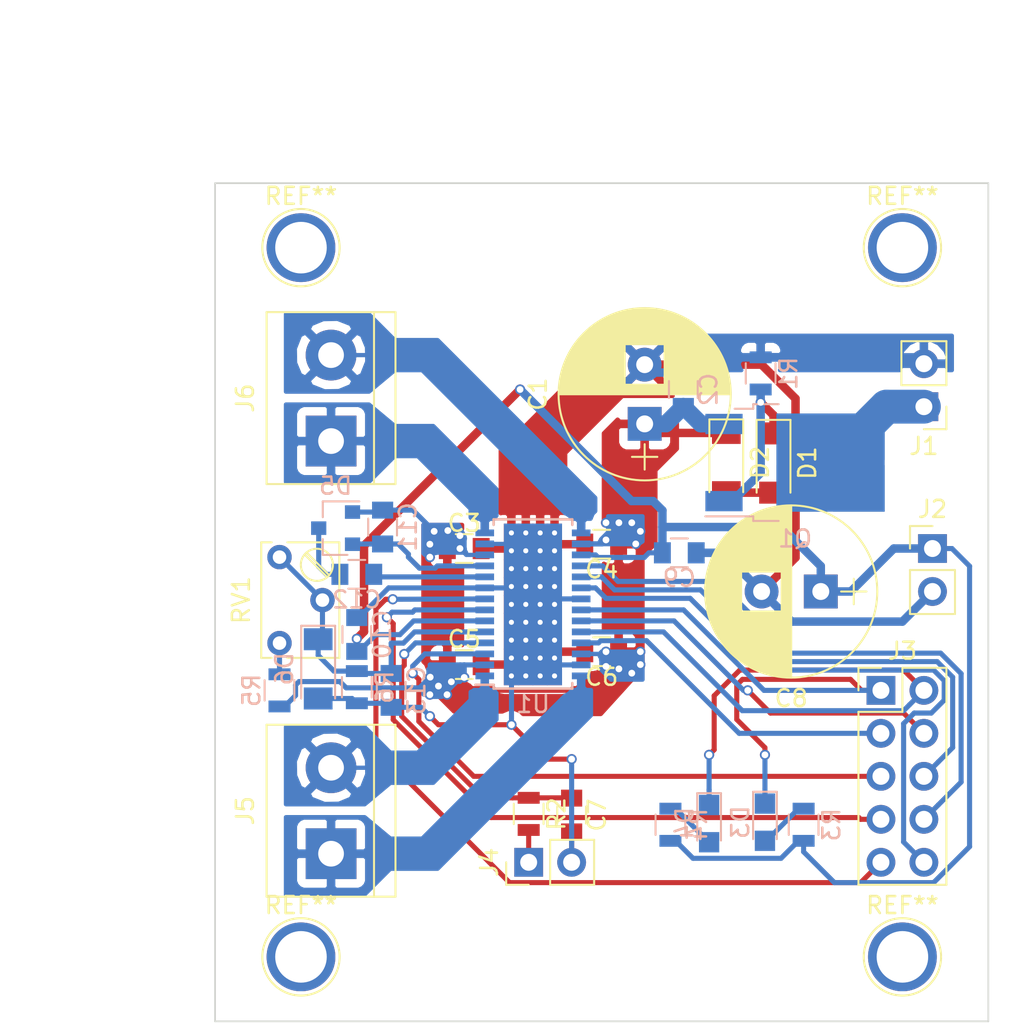
<source format=kicad_pcb>
(kicad_pcb (version 4) (host pcbnew 4.0.7)

  (general
    (links 116)
    (no_connects 0)
    (area 88.670001 69.69 149.051334 129.805)
    (thickness 1.6)
    (drawings 6)
    (tracks 454)
    (zones 0)
    (modules 38)
    (nets 30)
  )

  (page A4)
  (layers
    (0 F.Cu signal)
    (31 B.Cu signal)
    (32 B.Adhes user)
    (33 F.Adhes user)
    (34 B.Paste user)
    (35 F.Paste user)
    (36 B.SilkS user)
    (37 F.SilkS user)
    (38 B.Mask user)
    (39 F.Mask user)
    (40 Dwgs.User user)
    (41 Cmts.User user)
    (42 Eco1.User user)
    (43 Eco2.User user)
    (44 Edge.Cuts user)
    (45 Margin user)
    (46 B.CrtYd user)
    (47 F.CrtYd user)
    (48 B.Fab user)
    (49 F.Fab user)
  )

  (setup
    (last_trace_width 0.3)
    (trace_clearance 0.2)
    (zone_clearance 0.508)
    (zone_45_only no)
    (trace_min 0.2)
    (segment_width 0.2)
    (edge_width 0.1)
    (via_size 0.6)
    (via_drill 0.4)
    (via_min_size 0.4)
    (via_min_drill 0.3)
    (uvia_size 0.3)
    (uvia_drill 0.1)
    (uvias_allowed no)
    (uvia_min_size 0.2)
    (uvia_min_drill 0.1)
    (pcb_text_width 0.3)
    (pcb_text_size 1.5 1.5)
    (mod_edge_width 0.15)
    (mod_text_size 1 1)
    (mod_text_width 0.15)
    (pad_size 1.5 1.5)
    (pad_drill 0.6)
    (pad_to_mask_clearance 0)
    (aux_axis_origin 142.24 83.82)
    (grid_origin 93.98 88.9)
    (visible_elements 7FFFFFFF)
    (pcbplotparams
      (layerselection 0x00030_80000001)
      (usegerberextensions false)
      (excludeedgelayer true)
      (linewidth 0.100000)
      (plotframeref false)
      (viasonmask false)
      (mode 1)
      (useauxorigin false)
      (hpglpennumber 1)
      (hpglpenspeed 20)
      (hpglpendiameter 15)
      (hpglpenoverlay 2)
      (psnegative false)
      (psa4output false)
      (plotreference true)
      (plotvalue true)
      (plotinvisibletext false)
      (padsonsilk false)
      (subtractmaskfromsilk false)
      (outputformat 1)
      (mirror false)
      (drillshape 1)
      (scaleselection 1)
      (outputdirectory ""))
  )

  (net 0 "")
  (net 1 VCC)
  (net 2 GND)
  (net 3 "Net-(C7-Pad1)")
  (net 4 VDD)
  (net 5 "Net-(C11-Pad1)")
  (net 6 "Net-(C12-Pad2)")
  (net 7 "Net-(D1-Pad1)")
  (net 8 "Net-(D1-Pad2)")
  (net 9 "Net-(D3-Pad2)")
  (net 10 ~BUSY)
  (net 11 "Net-(D4-Pad2)")
  (net 12 ~FLAG)
  (net 13 "Net-(J1-Pad1)")
  (net 14 STCK)
  (net 15 ~CS)
  (net 16 ~RST)
  (net 17 CK)
  (net 18 OSCIN)
  (net 19 MISO)
  (net 20 OSCOUT)
  (net 21 MOSI)
  (net 22 /SW)
  (net 23 "Net-(J5-Pad1)")
  (net 24 "Net-(J5-Pad2)")
  (net 25 "Net-(J6-Pad1)")
  (net 26 "Net-(J6-Pad2)")
  (net 27 "Net-(R5-Pad1)")
  (net 28 "Net-(C12-Pad1)")
  (net 29 "Net-(C13-Pad2)")

  (net_class Default "This is the default net class."
    (clearance 0.2)
    (trace_width 0.3)
    (via_dia 0.6)
    (via_drill 0.4)
    (uvia_dia 0.3)
    (uvia_drill 0.1)
    (add_net /SW)
    (add_net CK)
    (add_net GND)
    (add_net MISO)
    (add_net MOSI)
    (add_net "Net-(C11-Pad1)")
    (add_net "Net-(C12-Pad1)")
    (add_net "Net-(C12-Pad2)")
    (add_net "Net-(C13-Pad2)")
    (add_net "Net-(C7-Pad1)")
    (add_net "Net-(D1-Pad1)")
    (add_net "Net-(D1-Pad2)")
    (add_net "Net-(D3-Pad2)")
    (add_net "Net-(D4-Pad2)")
    (add_net "Net-(J1-Pad1)")
    (add_net "Net-(J5-Pad1)")
    (add_net "Net-(J5-Pad2)")
    (add_net "Net-(J6-Pad1)")
    (add_net "Net-(J6-Pad2)")
    (add_net "Net-(R5-Pad1)")
    (add_net OSCIN)
    (add_net OSCOUT)
    (add_net STCK)
    (add_net VCC)
    (add_net VDD)
    (add_net ~BUSY)
    (add_net ~CS)
    (add_net ~FLAG)
    (add_net ~RST)
  )

  (module Capacitors_THT:CP_Radial_D10.0mm_P3.50mm (layer F.Cu) (tedit 597BC7C2) (tstamp 5AAD3136)
    (at 127 94.234 90)
    (descr "CP, Radial series, Radial, pin pitch=3.50mm, , diameter=10mm, Electrolytic Capacitor")
    (tags "CP Radial series Radial pin pitch 3.50mm  diameter 10mm Electrolytic Capacitor")
    (path /5A761714)
    (fp_text reference C1 (at 1.75 -6.31 90) (layer F.SilkS)
      (effects (font (size 1 1) (thickness 0.15)))
    )
    (fp_text value 100u (at 1.75 6.31 90) (layer F.Fab)
      (effects (font (size 1 1) (thickness 0.15)))
    )
    (fp_circle (center 1.75 0) (end 6.75 0) (layer F.Fab) (width 0.1))
    (fp_circle (center 1.75 0) (end 6.84 0) (layer F.SilkS) (width 0.12))
    (fp_line (start -2.7 0) (end -1.2 0) (layer F.Fab) (width 0.1))
    (fp_line (start -1.95 -0.75) (end -1.95 0.75) (layer F.Fab) (width 0.1))
    (fp_line (start 1.75 -5.05) (end 1.75 5.05) (layer F.SilkS) (width 0.12))
    (fp_line (start 1.79 -5.05) (end 1.79 5.05) (layer F.SilkS) (width 0.12))
    (fp_line (start 1.83 -5.05) (end 1.83 5.05) (layer F.SilkS) (width 0.12))
    (fp_line (start 1.87 -5.049) (end 1.87 5.049) (layer F.SilkS) (width 0.12))
    (fp_line (start 1.91 -5.048) (end 1.91 5.048) (layer F.SilkS) (width 0.12))
    (fp_line (start 1.95 -5.047) (end 1.95 5.047) (layer F.SilkS) (width 0.12))
    (fp_line (start 1.99 -5.045) (end 1.99 5.045) (layer F.SilkS) (width 0.12))
    (fp_line (start 2.03 -5.043) (end 2.03 5.043) (layer F.SilkS) (width 0.12))
    (fp_line (start 2.07 -5.04) (end 2.07 5.04) (layer F.SilkS) (width 0.12))
    (fp_line (start 2.11 -5.038) (end 2.11 5.038) (layer F.SilkS) (width 0.12))
    (fp_line (start 2.15 -5.035) (end 2.15 5.035) (layer F.SilkS) (width 0.12))
    (fp_line (start 2.19 -5.031) (end 2.19 5.031) (layer F.SilkS) (width 0.12))
    (fp_line (start 2.23 -5.028) (end 2.23 5.028) (layer F.SilkS) (width 0.12))
    (fp_line (start 2.27 -5.024) (end 2.27 5.024) (layer F.SilkS) (width 0.12))
    (fp_line (start 2.31 -5.02) (end 2.31 5.02) (layer F.SilkS) (width 0.12))
    (fp_line (start 2.35 -5.015) (end 2.35 -1.181) (layer F.SilkS) (width 0.12))
    (fp_line (start 2.35 1.181) (end 2.35 5.015) (layer F.SilkS) (width 0.12))
    (fp_line (start 2.39 -5.01) (end 2.39 -1.181) (layer F.SilkS) (width 0.12))
    (fp_line (start 2.39 1.181) (end 2.39 5.01) (layer F.SilkS) (width 0.12))
    (fp_line (start 2.43 -5.005) (end 2.43 -1.181) (layer F.SilkS) (width 0.12))
    (fp_line (start 2.43 1.181) (end 2.43 5.005) (layer F.SilkS) (width 0.12))
    (fp_line (start 2.471 -4.999) (end 2.471 -1.181) (layer F.SilkS) (width 0.12))
    (fp_line (start 2.471 1.181) (end 2.471 4.999) (layer F.SilkS) (width 0.12))
    (fp_line (start 2.511 -4.993) (end 2.511 -1.181) (layer F.SilkS) (width 0.12))
    (fp_line (start 2.511 1.181) (end 2.511 4.993) (layer F.SilkS) (width 0.12))
    (fp_line (start 2.551 -4.987) (end 2.551 -1.181) (layer F.SilkS) (width 0.12))
    (fp_line (start 2.551 1.181) (end 2.551 4.987) (layer F.SilkS) (width 0.12))
    (fp_line (start 2.591 -4.981) (end 2.591 -1.181) (layer F.SilkS) (width 0.12))
    (fp_line (start 2.591 1.181) (end 2.591 4.981) (layer F.SilkS) (width 0.12))
    (fp_line (start 2.631 -4.974) (end 2.631 -1.181) (layer F.SilkS) (width 0.12))
    (fp_line (start 2.631 1.181) (end 2.631 4.974) (layer F.SilkS) (width 0.12))
    (fp_line (start 2.671 -4.967) (end 2.671 -1.181) (layer F.SilkS) (width 0.12))
    (fp_line (start 2.671 1.181) (end 2.671 4.967) (layer F.SilkS) (width 0.12))
    (fp_line (start 2.711 -4.959) (end 2.711 -1.181) (layer F.SilkS) (width 0.12))
    (fp_line (start 2.711 1.181) (end 2.711 4.959) (layer F.SilkS) (width 0.12))
    (fp_line (start 2.751 -4.951) (end 2.751 -1.181) (layer F.SilkS) (width 0.12))
    (fp_line (start 2.751 1.181) (end 2.751 4.951) (layer F.SilkS) (width 0.12))
    (fp_line (start 2.791 -4.943) (end 2.791 -1.181) (layer F.SilkS) (width 0.12))
    (fp_line (start 2.791 1.181) (end 2.791 4.943) (layer F.SilkS) (width 0.12))
    (fp_line (start 2.831 -4.935) (end 2.831 -1.181) (layer F.SilkS) (width 0.12))
    (fp_line (start 2.831 1.181) (end 2.831 4.935) (layer F.SilkS) (width 0.12))
    (fp_line (start 2.871 -4.926) (end 2.871 -1.181) (layer F.SilkS) (width 0.12))
    (fp_line (start 2.871 1.181) (end 2.871 4.926) (layer F.SilkS) (width 0.12))
    (fp_line (start 2.911 -4.917) (end 2.911 -1.181) (layer F.SilkS) (width 0.12))
    (fp_line (start 2.911 1.181) (end 2.911 4.917) (layer F.SilkS) (width 0.12))
    (fp_line (start 2.951 -4.907) (end 2.951 -1.181) (layer F.SilkS) (width 0.12))
    (fp_line (start 2.951 1.181) (end 2.951 4.907) (layer F.SilkS) (width 0.12))
    (fp_line (start 2.991 -4.897) (end 2.991 -1.181) (layer F.SilkS) (width 0.12))
    (fp_line (start 2.991 1.181) (end 2.991 4.897) (layer F.SilkS) (width 0.12))
    (fp_line (start 3.031 -4.887) (end 3.031 -1.181) (layer F.SilkS) (width 0.12))
    (fp_line (start 3.031 1.181) (end 3.031 4.887) (layer F.SilkS) (width 0.12))
    (fp_line (start 3.071 -4.876) (end 3.071 -1.181) (layer F.SilkS) (width 0.12))
    (fp_line (start 3.071 1.181) (end 3.071 4.876) (layer F.SilkS) (width 0.12))
    (fp_line (start 3.111 -4.865) (end 3.111 -1.181) (layer F.SilkS) (width 0.12))
    (fp_line (start 3.111 1.181) (end 3.111 4.865) (layer F.SilkS) (width 0.12))
    (fp_line (start 3.151 -4.854) (end 3.151 -1.181) (layer F.SilkS) (width 0.12))
    (fp_line (start 3.151 1.181) (end 3.151 4.854) (layer F.SilkS) (width 0.12))
    (fp_line (start 3.191 -4.843) (end 3.191 -1.181) (layer F.SilkS) (width 0.12))
    (fp_line (start 3.191 1.181) (end 3.191 4.843) (layer F.SilkS) (width 0.12))
    (fp_line (start 3.231 -4.831) (end 3.231 -1.181) (layer F.SilkS) (width 0.12))
    (fp_line (start 3.231 1.181) (end 3.231 4.831) (layer F.SilkS) (width 0.12))
    (fp_line (start 3.271 -4.818) (end 3.271 -1.181) (layer F.SilkS) (width 0.12))
    (fp_line (start 3.271 1.181) (end 3.271 4.818) (layer F.SilkS) (width 0.12))
    (fp_line (start 3.311 -4.806) (end 3.311 -1.181) (layer F.SilkS) (width 0.12))
    (fp_line (start 3.311 1.181) (end 3.311 4.806) (layer F.SilkS) (width 0.12))
    (fp_line (start 3.351 -4.792) (end 3.351 -1.181) (layer F.SilkS) (width 0.12))
    (fp_line (start 3.351 1.181) (end 3.351 4.792) (layer F.SilkS) (width 0.12))
    (fp_line (start 3.391 -4.779) (end 3.391 -1.181) (layer F.SilkS) (width 0.12))
    (fp_line (start 3.391 1.181) (end 3.391 4.779) (layer F.SilkS) (width 0.12))
    (fp_line (start 3.431 -4.765) (end 3.431 -1.181) (layer F.SilkS) (width 0.12))
    (fp_line (start 3.431 1.181) (end 3.431 4.765) (layer F.SilkS) (width 0.12))
    (fp_line (start 3.471 -4.751) (end 3.471 -1.181) (layer F.SilkS) (width 0.12))
    (fp_line (start 3.471 1.181) (end 3.471 4.751) (layer F.SilkS) (width 0.12))
    (fp_line (start 3.511 -4.737) (end 3.511 -1.181) (layer F.SilkS) (width 0.12))
    (fp_line (start 3.511 1.181) (end 3.511 4.737) (layer F.SilkS) (width 0.12))
    (fp_line (start 3.551 -4.722) (end 3.551 -1.181) (layer F.SilkS) (width 0.12))
    (fp_line (start 3.551 1.181) (end 3.551 4.722) (layer F.SilkS) (width 0.12))
    (fp_line (start 3.591 -4.706) (end 3.591 -1.181) (layer F.SilkS) (width 0.12))
    (fp_line (start 3.591 1.181) (end 3.591 4.706) (layer F.SilkS) (width 0.12))
    (fp_line (start 3.631 -4.691) (end 3.631 -1.181) (layer F.SilkS) (width 0.12))
    (fp_line (start 3.631 1.181) (end 3.631 4.691) (layer F.SilkS) (width 0.12))
    (fp_line (start 3.671 -4.674) (end 3.671 -1.181) (layer F.SilkS) (width 0.12))
    (fp_line (start 3.671 1.181) (end 3.671 4.674) (layer F.SilkS) (width 0.12))
    (fp_line (start 3.711 -4.658) (end 3.711 -1.181) (layer F.SilkS) (width 0.12))
    (fp_line (start 3.711 1.181) (end 3.711 4.658) (layer F.SilkS) (width 0.12))
    (fp_line (start 3.751 -4.641) (end 3.751 -1.181) (layer F.SilkS) (width 0.12))
    (fp_line (start 3.751 1.181) (end 3.751 4.641) (layer F.SilkS) (width 0.12))
    (fp_line (start 3.791 -4.624) (end 3.791 -1.181) (layer F.SilkS) (width 0.12))
    (fp_line (start 3.791 1.181) (end 3.791 4.624) (layer F.SilkS) (width 0.12))
    (fp_line (start 3.831 -4.606) (end 3.831 -1.181) (layer F.SilkS) (width 0.12))
    (fp_line (start 3.831 1.181) (end 3.831 4.606) (layer F.SilkS) (width 0.12))
    (fp_line (start 3.871 -4.588) (end 3.871 -1.181) (layer F.SilkS) (width 0.12))
    (fp_line (start 3.871 1.181) (end 3.871 4.588) (layer F.SilkS) (width 0.12))
    (fp_line (start 3.911 -4.569) (end 3.911 -1.181) (layer F.SilkS) (width 0.12))
    (fp_line (start 3.911 1.181) (end 3.911 4.569) (layer F.SilkS) (width 0.12))
    (fp_line (start 3.951 -4.55) (end 3.951 -1.181) (layer F.SilkS) (width 0.12))
    (fp_line (start 3.951 1.181) (end 3.951 4.55) (layer F.SilkS) (width 0.12))
    (fp_line (start 3.991 -4.531) (end 3.991 -1.181) (layer F.SilkS) (width 0.12))
    (fp_line (start 3.991 1.181) (end 3.991 4.531) (layer F.SilkS) (width 0.12))
    (fp_line (start 4.031 -4.511) (end 4.031 -1.181) (layer F.SilkS) (width 0.12))
    (fp_line (start 4.031 1.181) (end 4.031 4.511) (layer F.SilkS) (width 0.12))
    (fp_line (start 4.071 -4.491) (end 4.071 -1.181) (layer F.SilkS) (width 0.12))
    (fp_line (start 4.071 1.181) (end 4.071 4.491) (layer F.SilkS) (width 0.12))
    (fp_line (start 4.111 -4.47) (end 4.111 -1.181) (layer F.SilkS) (width 0.12))
    (fp_line (start 4.111 1.181) (end 4.111 4.47) (layer F.SilkS) (width 0.12))
    (fp_line (start 4.151 -4.449) (end 4.151 -1.181) (layer F.SilkS) (width 0.12))
    (fp_line (start 4.151 1.181) (end 4.151 4.449) (layer F.SilkS) (width 0.12))
    (fp_line (start 4.191 -4.428) (end 4.191 -1.181) (layer F.SilkS) (width 0.12))
    (fp_line (start 4.191 1.181) (end 4.191 4.428) (layer F.SilkS) (width 0.12))
    (fp_line (start 4.231 -4.405) (end 4.231 -1.181) (layer F.SilkS) (width 0.12))
    (fp_line (start 4.231 1.181) (end 4.231 4.405) (layer F.SilkS) (width 0.12))
    (fp_line (start 4.271 -4.383) (end 4.271 -1.181) (layer F.SilkS) (width 0.12))
    (fp_line (start 4.271 1.181) (end 4.271 4.383) (layer F.SilkS) (width 0.12))
    (fp_line (start 4.311 -4.36) (end 4.311 -1.181) (layer F.SilkS) (width 0.12))
    (fp_line (start 4.311 1.181) (end 4.311 4.36) (layer F.SilkS) (width 0.12))
    (fp_line (start 4.351 -4.336) (end 4.351 -1.181) (layer F.SilkS) (width 0.12))
    (fp_line (start 4.351 1.181) (end 4.351 4.336) (layer F.SilkS) (width 0.12))
    (fp_line (start 4.391 -4.312) (end 4.391 -1.181) (layer F.SilkS) (width 0.12))
    (fp_line (start 4.391 1.181) (end 4.391 4.312) (layer F.SilkS) (width 0.12))
    (fp_line (start 4.431 -4.288) (end 4.431 -1.181) (layer F.SilkS) (width 0.12))
    (fp_line (start 4.431 1.181) (end 4.431 4.288) (layer F.SilkS) (width 0.12))
    (fp_line (start 4.471 -4.263) (end 4.471 -1.181) (layer F.SilkS) (width 0.12))
    (fp_line (start 4.471 1.181) (end 4.471 4.263) (layer F.SilkS) (width 0.12))
    (fp_line (start 4.511 -4.237) (end 4.511 -1.181) (layer F.SilkS) (width 0.12))
    (fp_line (start 4.511 1.181) (end 4.511 4.237) (layer F.SilkS) (width 0.12))
    (fp_line (start 4.551 -4.211) (end 4.551 -1.181) (layer F.SilkS) (width 0.12))
    (fp_line (start 4.551 1.181) (end 4.551 4.211) (layer F.SilkS) (width 0.12))
    (fp_line (start 4.591 -4.185) (end 4.591 -1.181) (layer F.SilkS) (width 0.12))
    (fp_line (start 4.591 1.181) (end 4.591 4.185) (layer F.SilkS) (width 0.12))
    (fp_line (start 4.631 -4.157) (end 4.631 -1.181) (layer F.SilkS) (width 0.12))
    (fp_line (start 4.631 1.181) (end 4.631 4.157) (layer F.SilkS) (width 0.12))
    (fp_line (start 4.671 -4.13) (end 4.671 -1.181) (layer F.SilkS) (width 0.12))
    (fp_line (start 4.671 1.181) (end 4.671 4.13) (layer F.SilkS) (width 0.12))
    (fp_line (start 4.711 -4.101) (end 4.711 4.101) (layer F.SilkS) (width 0.12))
    (fp_line (start 4.751 -4.072) (end 4.751 4.072) (layer F.SilkS) (width 0.12))
    (fp_line (start 4.791 -4.043) (end 4.791 4.043) (layer F.SilkS) (width 0.12))
    (fp_line (start 4.831 -4.013) (end 4.831 4.013) (layer F.SilkS) (width 0.12))
    (fp_line (start 4.871 -3.982) (end 4.871 3.982) (layer F.SilkS) (width 0.12))
    (fp_line (start 4.911 -3.951) (end 4.911 3.951) (layer F.SilkS) (width 0.12))
    (fp_line (start 4.951 -3.919) (end 4.951 3.919) (layer F.SilkS) (width 0.12))
    (fp_line (start 4.991 -3.886) (end 4.991 3.886) (layer F.SilkS) (width 0.12))
    (fp_line (start 5.031 -3.853) (end 5.031 3.853) (layer F.SilkS) (width 0.12))
    (fp_line (start 5.071 -3.819) (end 5.071 3.819) (layer F.SilkS) (width 0.12))
    (fp_line (start 5.111 -3.784) (end 5.111 3.784) (layer F.SilkS) (width 0.12))
    (fp_line (start 5.151 -3.748) (end 5.151 3.748) (layer F.SilkS) (width 0.12))
    (fp_line (start 5.191 -3.712) (end 5.191 3.712) (layer F.SilkS) (width 0.12))
    (fp_line (start 5.231 -3.675) (end 5.231 3.675) (layer F.SilkS) (width 0.12))
    (fp_line (start 5.271 -3.637) (end 5.271 3.637) (layer F.SilkS) (width 0.12))
    (fp_line (start 5.311 -3.598) (end 5.311 3.598) (layer F.SilkS) (width 0.12))
    (fp_line (start 5.351 -3.559) (end 5.351 3.559) (layer F.SilkS) (width 0.12))
    (fp_line (start 5.391 -3.518) (end 5.391 3.518) (layer F.SilkS) (width 0.12))
    (fp_line (start 5.431 -3.477) (end 5.431 3.477) (layer F.SilkS) (width 0.12))
    (fp_line (start 5.471 -3.435) (end 5.471 3.435) (layer F.SilkS) (width 0.12))
    (fp_line (start 5.511 -3.391) (end 5.511 3.391) (layer F.SilkS) (width 0.12))
    (fp_line (start 5.551 -3.347) (end 5.551 3.347) (layer F.SilkS) (width 0.12))
    (fp_line (start 5.591 -3.302) (end 5.591 3.302) (layer F.SilkS) (width 0.12))
    (fp_line (start 5.631 -3.255) (end 5.631 3.255) (layer F.SilkS) (width 0.12))
    (fp_line (start 5.671 -3.207) (end 5.671 3.207) (layer F.SilkS) (width 0.12))
    (fp_line (start 5.711 -3.158) (end 5.711 3.158) (layer F.SilkS) (width 0.12))
    (fp_line (start 5.751 -3.108) (end 5.751 3.108) (layer F.SilkS) (width 0.12))
    (fp_line (start 5.791 -3.057) (end 5.791 3.057) (layer F.SilkS) (width 0.12))
    (fp_line (start 5.831 -3.004) (end 5.831 3.004) (layer F.SilkS) (width 0.12))
    (fp_line (start 5.871 -2.949) (end 5.871 2.949) (layer F.SilkS) (width 0.12))
    (fp_line (start 5.911 -2.894) (end 5.911 2.894) (layer F.SilkS) (width 0.12))
    (fp_line (start 5.951 -2.836) (end 5.951 2.836) (layer F.SilkS) (width 0.12))
    (fp_line (start 5.991 -2.777) (end 5.991 2.777) (layer F.SilkS) (width 0.12))
    (fp_line (start 6.031 -2.715) (end 6.031 2.715) (layer F.SilkS) (width 0.12))
    (fp_line (start 6.071 -2.652) (end 6.071 2.652) (layer F.SilkS) (width 0.12))
    (fp_line (start 6.111 -2.587) (end 6.111 2.587) (layer F.SilkS) (width 0.12))
    (fp_line (start 6.151 -2.519) (end 6.151 2.519) (layer F.SilkS) (width 0.12))
    (fp_line (start 6.191 -2.449) (end 6.191 2.449) (layer F.SilkS) (width 0.12))
    (fp_line (start 6.231 -2.377) (end 6.231 2.377) (layer F.SilkS) (width 0.12))
    (fp_line (start 6.271 -2.301) (end 6.271 2.301) (layer F.SilkS) (width 0.12))
    (fp_line (start 6.311 -2.222) (end 6.311 2.222) (layer F.SilkS) (width 0.12))
    (fp_line (start 6.351 -2.14) (end 6.351 2.14) (layer F.SilkS) (width 0.12))
    (fp_line (start 6.391 -2.053) (end 6.391 2.053) (layer F.SilkS) (width 0.12))
    (fp_line (start 6.431 -1.962) (end 6.431 1.962) (layer F.SilkS) (width 0.12))
    (fp_line (start 6.471 -1.866) (end 6.471 1.866) (layer F.SilkS) (width 0.12))
    (fp_line (start 6.511 -1.763) (end 6.511 1.763) (layer F.SilkS) (width 0.12))
    (fp_line (start 6.551 -1.654) (end 6.551 1.654) (layer F.SilkS) (width 0.12))
    (fp_line (start 6.591 -1.536) (end 6.591 1.536) (layer F.SilkS) (width 0.12))
    (fp_line (start 6.631 -1.407) (end 6.631 1.407) (layer F.SilkS) (width 0.12))
    (fp_line (start 6.671 -1.265) (end 6.671 1.265) (layer F.SilkS) (width 0.12))
    (fp_line (start 6.711 -1.104) (end 6.711 1.104) (layer F.SilkS) (width 0.12))
    (fp_line (start 6.751 -0.913) (end 6.751 0.913) (layer F.SilkS) (width 0.12))
    (fp_line (start 6.791 -0.672) (end 6.791 0.672) (layer F.SilkS) (width 0.12))
    (fp_line (start 6.831 -0.279) (end 6.831 0.279) (layer F.SilkS) (width 0.12))
    (fp_line (start -2.7 0) (end -1.2 0) (layer F.SilkS) (width 0.12))
    (fp_line (start -1.95 -0.75) (end -1.95 0.75) (layer F.SilkS) (width 0.12))
    (fp_line (start -3.6 -5.35) (end -3.6 5.35) (layer F.CrtYd) (width 0.05))
    (fp_line (start -3.6 5.35) (end 7.1 5.35) (layer F.CrtYd) (width 0.05))
    (fp_line (start 7.1 5.35) (end 7.1 -5.35) (layer F.CrtYd) (width 0.05))
    (fp_line (start 7.1 -5.35) (end -3.6 -5.35) (layer F.CrtYd) (width 0.05))
    (fp_text user %R (at 1.75 0 90) (layer F.Fab)
      (effects (font (size 1 1) (thickness 0.15)))
    )
    (pad 1 thru_hole rect (at 0 0 90) (size 2 2) (drill 1) (layers *.Cu *.Mask)
      (net 1 VCC))
    (pad 2 thru_hole circle (at 3.5 0 90) (size 2 2) (drill 1) (layers *.Cu *.Mask)
      (net 2 GND))
    (model ${KISYS3DMOD}/Capacitors_THT.3dshapes/CP_Radial_D10.0mm_P3.50mm.wrl
      (at (xyz 0 0 0))
      (scale (xyz 1 1 1))
      (rotate (xyz 0 0 0))
    )
  )

  (module Capacitors_SMD:C_0805 (layer B.Cu) (tedit 58AA8463) (tstamp 5AAD313C)
    (at 129.286 92.202 90)
    (descr "Capacitor SMD 0805, reflow soldering, AVX (see smccp.pdf)")
    (tags "capacitor 0805")
    (path /5A76170E)
    (attr smd)
    (fp_text reference C2 (at 0 1.5 90) (layer B.SilkS)
      (effects (font (size 1 1) (thickness 0.15)) (justify mirror))
    )
    (fp_text value 0.22 (at 0 -1.75 90) (layer B.Fab)
      (effects (font (size 1 1) (thickness 0.15)) (justify mirror))
    )
    (fp_text user %R (at 0 1.5 90) (layer B.Fab)
      (effects (font (size 1 1) (thickness 0.15)) (justify mirror))
    )
    (fp_line (start -1 -0.62) (end -1 0.62) (layer B.Fab) (width 0.1))
    (fp_line (start 1 -0.62) (end -1 -0.62) (layer B.Fab) (width 0.1))
    (fp_line (start 1 0.62) (end 1 -0.62) (layer B.Fab) (width 0.1))
    (fp_line (start -1 0.62) (end 1 0.62) (layer B.Fab) (width 0.1))
    (fp_line (start 0.5 0.85) (end -0.5 0.85) (layer B.SilkS) (width 0.12))
    (fp_line (start -0.5 -0.85) (end 0.5 -0.85) (layer B.SilkS) (width 0.12))
    (fp_line (start -1.75 0.88) (end 1.75 0.88) (layer B.CrtYd) (width 0.05))
    (fp_line (start -1.75 0.88) (end -1.75 -0.87) (layer B.CrtYd) (width 0.05))
    (fp_line (start 1.75 -0.87) (end 1.75 0.88) (layer B.CrtYd) (width 0.05))
    (fp_line (start 1.75 -0.87) (end -1.75 -0.87) (layer B.CrtYd) (width 0.05))
    (pad 1 smd rect (at -1 0 90) (size 1 1.25) (layers B.Cu B.Paste B.Mask)
      (net 1 VCC))
    (pad 2 smd rect (at 1 0 90) (size 1 1.25) (layers B.Cu B.Paste B.Mask)
      (net 2 GND))
    (model Capacitors_SMD.3dshapes/C_0805.wrl
      (at (xyz 0 0 0))
      (scale (xyz 1 1 1))
      (rotate (xyz 0 0 0))
    )
  )

  (module Capacitors_SMD:C_0805 (layer F.Cu) (tedit 58AA8463) (tstamp 5AAD3142)
    (at 116.332 101.6)
    (descr "Capacitor SMD 0805, reflow soldering, AVX (see smccp.pdf)")
    (tags "capacitor 0805")
    (path /5AA57D26)
    (attr smd)
    (fp_text reference C3 (at 0 -1.5) (layer F.SilkS)
      (effects (font (size 1 1) (thickness 0.15)))
    )
    (fp_text value 0.1 (at 0 1.75) (layer F.Fab)
      (effects (font (size 1 1) (thickness 0.15)))
    )
    (fp_text user %R (at 0 -1.5) (layer F.Fab)
      (effects (font (size 1 1) (thickness 0.15)))
    )
    (fp_line (start -1 0.62) (end -1 -0.62) (layer F.Fab) (width 0.1))
    (fp_line (start 1 0.62) (end -1 0.62) (layer F.Fab) (width 0.1))
    (fp_line (start 1 -0.62) (end 1 0.62) (layer F.Fab) (width 0.1))
    (fp_line (start -1 -0.62) (end 1 -0.62) (layer F.Fab) (width 0.1))
    (fp_line (start 0.5 -0.85) (end -0.5 -0.85) (layer F.SilkS) (width 0.12))
    (fp_line (start -0.5 0.85) (end 0.5 0.85) (layer F.SilkS) (width 0.12))
    (fp_line (start -1.75 -0.88) (end 1.75 -0.88) (layer F.CrtYd) (width 0.05))
    (fp_line (start -1.75 -0.88) (end -1.75 0.87) (layer F.CrtYd) (width 0.05))
    (fp_line (start 1.75 0.87) (end 1.75 -0.88) (layer F.CrtYd) (width 0.05))
    (fp_line (start 1.75 0.87) (end -1.75 0.87) (layer F.CrtYd) (width 0.05))
    (pad 1 smd rect (at -1 0) (size 1 1.25) (layers F.Cu F.Paste F.Mask)
      (net 1 VCC))
    (pad 2 smd rect (at 1 0) (size 1 1.25) (layers F.Cu F.Paste F.Mask)
      (net 2 GND))
    (model Capacitors_SMD.3dshapes/C_0805.wrl
      (at (xyz 0 0 0))
      (scale (xyz 1 1 1))
      (rotate (xyz 0 0 0))
    )
  )

  (module Capacitors_SMD:C_0805 (layer F.Cu) (tedit 58AA8463) (tstamp 5AAD3148)
    (at 124.46 101.346 180)
    (descr "Capacitor SMD 0805, reflow soldering, AVX (see smccp.pdf)")
    (tags "capacitor 0805")
    (path /5AA57DCB)
    (attr smd)
    (fp_text reference C4 (at 0 -1.5 180) (layer F.SilkS)
      (effects (font (size 1 1) (thickness 0.15)))
    )
    (fp_text value 0.1 (at 0 1.75 180) (layer F.Fab)
      (effects (font (size 1 1) (thickness 0.15)))
    )
    (fp_text user %R (at 0 -1.5 180) (layer F.Fab)
      (effects (font (size 1 1) (thickness 0.15)))
    )
    (fp_line (start -1 0.62) (end -1 -0.62) (layer F.Fab) (width 0.1))
    (fp_line (start 1 0.62) (end -1 0.62) (layer F.Fab) (width 0.1))
    (fp_line (start 1 -0.62) (end 1 0.62) (layer F.Fab) (width 0.1))
    (fp_line (start -1 -0.62) (end 1 -0.62) (layer F.Fab) (width 0.1))
    (fp_line (start 0.5 -0.85) (end -0.5 -0.85) (layer F.SilkS) (width 0.12))
    (fp_line (start -0.5 0.85) (end 0.5 0.85) (layer F.SilkS) (width 0.12))
    (fp_line (start -1.75 -0.88) (end 1.75 -0.88) (layer F.CrtYd) (width 0.05))
    (fp_line (start -1.75 -0.88) (end -1.75 0.87) (layer F.CrtYd) (width 0.05))
    (fp_line (start 1.75 0.87) (end 1.75 -0.88) (layer F.CrtYd) (width 0.05))
    (fp_line (start 1.75 0.87) (end -1.75 0.87) (layer F.CrtYd) (width 0.05))
    (pad 1 smd rect (at -1 0 180) (size 1 1.25) (layers F.Cu F.Paste F.Mask)
      (net 1 VCC))
    (pad 2 smd rect (at 1 0 180) (size 1 1.25) (layers F.Cu F.Paste F.Mask)
      (net 2 GND))
    (model Capacitors_SMD.3dshapes/C_0805.wrl
      (at (xyz 0 0 0))
      (scale (xyz 1 1 1))
      (rotate (xyz 0 0 0))
    )
  )

  (module Capacitors_SMD:C_0805 (layer F.Cu) (tedit 58AA8463) (tstamp 5AAD314E)
    (at 116.332 108.458)
    (descr "Capacitor SMD 0805, reflow soldering, AVX (see smccp.pdf)")
    (tags "capacitor 0805")
    (path /5AA57E47)
    (attr smd)
    (fp_text reference C5 (at 0 -1.5) (layer F.SilkS)
      (effects (font (size 1 1) (thickness 0.15)))
    )
    (fp_text value 0.1 (at 0 1.75) (layer F.Fab)
      (effects (font (size 1 1) (thickness 0.15)))
    )
    (fp_text user %R (at 0 -1.5) (layer F.Fab)
      (effects (font (size 1 1) (thickness 0.15)))
    )
    (fp_line (start -1 0.62) (end -1 -0.62) (layer F.Fab) (width 0.1))
    (fp_line (start 1 0.62) (end -1 0.62) (layer F.Fab) (width 0.1))
    (fp_line (start 1 -0.62) (end 1 0.62) (layer F.Fab) (width 0.1))
    (fp_line (start -1 -0.62) (end 1 -0.62) (layer F.Fab) (width 0.1))
    (fp_line (start 0.5 -0.85) (end -0.5 -0.85) (layer F.SilkS) (width 0.12))
    (fp_line (start -0.5 0.85) (end 0.5 0.85) (layer F.SilkS) (width 0.12))
    (fp_line (start -1.75 -0.88) (end 1.75 -0.88) (layer F.CrtYd) (width 0.05))
    (fp_line (start -1.75 -0.88) (end -1.75 0.87) (layer F.CrtYd) (width 0.05))
    (fp_line (start 1.75 0.87) (end 1.75 -0.88) (layer F.CrtYd) (width 0.05))
    (fp_line (start 1.75 0.87) (end -1.75 0.87) (layer F.CrtYd) (width 0.05))
    (pad 1 smd rect (at -1 0) (size 1 1.25) (layers F.Cu F.Paste F.Mask)
      (net 1 VCC))
    (pad 2 smd rect (at 1 0) (size 1 1.25) (layers F.Cu F.Paste F.Mask)
      (net 2 GND))
    (model Capacitors_SMD.3dshapes/C_0805.wrl
      (at (xyz 0 0 0))
      (scale (xyz 1 1 1))
      (rotate (xyz 0 0 0))
    )
  )

  (module Capacitors_SMD:C_0805 (layer F.Cu) (tedit 58AA8463) (tstamp 5AAD3154)
    (at 124.46 107.696 180)
    (descr "Capacitor SMD 0805, reflow soldering, AVX (see smccp.pdf)")
    (tags "capacitor 0805")
    (path /5AA57EC4)
    (attr smd)
    (fp_text reference C6 (at 0 -1.5 180) (layer F.SilkS)
      (effects (font (size 1 1) (thickness 0.15)))
    )
    (fp_text value 0.1 (at 0 1.75 180) (layer F.Fab)
      (effects (font (size 1 1) (thickness 0.15)))
    )
    (fp_text user %R (at 0 -1.5 180) (layer F.Fab)
      (effects (font (size 1 1) (thickness 0.15)))
    )
    (fp_line (start -1 0.62) (end -1 -0.62) (layer F.Fab) (width 0.1))
    (fp_line (start 1 0.62) (end -1 0.62) (layer F.Fab) (width 0.1))
    (fp_line (start 1 -0.62) (end 1 0.62) (layer F.Fab) (width 0.1))
    (fp_line (start -1 -0.62) (end 1 -0.62) (layer F.Fab) (width 0.1))
    (fp_line (start 0.5 -0.85) (end -0.5 -0.85) (layer F.SilkS) (width 0.12))
    (fp_line (start -0.5 0.85) (end 0.5 0.85) (layer F.SilkS) (width 0.12))
    (fp_line (start -1.75 -0.88) (end 1.75 -0.88) (layer F.CrtYd) (width 0.05))
    (fp_line (start -1.75 -0.88) (end -1.75 0.87) (layer F.CrtYd) (width 0.05))
    (fp_line (start 1.75 0.87) (end 1.75 -0.88) (layer F.CrtYd) (width 0.05))
    (fp_line (start 1.75 0.87) (end -1.75 0.87) (layer F.CrtYd) (width 0.05))
    (pad 1 smd rect (at -1 0 180) (size 1 1.25) (layers F.Cu F.Paste F.Mask)
      (net 1 VCC))
    (pad 2 smd rect (at 1 0 180) (size 1 1.25) (layers F.Cu F.Paste F.Mask)
      (net 2 GND))
    (model Capacitors_SMD.3dshapes/C_0805.wrl
      (at (xyz 0 0 0))
      (scale (xyz 1 1 1))
      (rotate (xyz 0 0 0))
    )
  )

  (module Capacitors_SMD:C_0805 (layer F.Cu) (tedit 58AA8463) (tstamp 5AAD315A)
    (at 122.682 117.348 270)
    (descr "Capacitor SMD 0805, reflow soldering, AVX (see smccp.pdf)")
    (tags "capacitor 0805")
    (path /5A7727C1)
    (attr smd)
    (fp_text reference C7 (at 0 -1.5 270) (layer F.SilkS)
      (effects (font (size 1 1) (thickness 0.15)))
    )
    (fp_text value 0.1 (at 0 1.75 270) (layer F.Fab)
      (effects (font (size 1 1) (thickness 0.15)))
    )
    (fp_text user %R (at 0 -1.5 270) (layer F.Fab)
      (effects (font (size 1 1) (thickness 0.15)))
    )
    (fp_line (start -1 0.62) (end -1 -0.62) (layer F.Fab) (width 0.1))
    (fp_line (start 1 0.62) (end -1 0.62) (layer F.Fab) (width 0.1))
    (fp_line (start 1 -0.62) (end 1 0.62) (layer F.Fab) (width 0.1))
    (fp_line (start -1 -0.62) (end 1 -0.62) (layer F.Fab) (width 0.1))
    (fp_line (start 0.5 -0.85) (end -0.5 -0.85) (layer F.SilkS) (width 0.12))
    (fp_line (start -0.5 0.85) (end 0.5 0.85) (layer F.SilkS) (width 0.12))
    (fp_line (start -1.75 -0.88) (end 1.75 -0.88) (layer F.CrtYd) (width 0.05))
    (fp_line (start -1.75 -0.88) (end -1.75 0.87) (layer F.CrtYd) (width 0.05))
    (fp_line (start 1.75 0.87) (end 1.75 -0.88) (layer F.CrtYd) (width 0.05))
    (fp_line (start 1.75 0.87) (end -1.75 0.87) (layer F.CrtYd) (width 0.05))
    (pad 1 smd rect (at -1 0 270) (size 1 1.25) (layers F.Cu F.Paste F.Mask)
      (net 3 "Net-(C7-Pad1)"))
    (pad 2 smd rect (at 1 0 270) (size 1 1.25) (layers F.Cu F.Paste F.Mask)
      (net 2 GND))
    (model Capacitors_SMD.3dshapes/C_0805.wrl
      (at (xyz 0 0 0))
      (scale (xyz 1 1 1))
      (rotate (xyz 0 0 0))
    )
  )

  (module Capacitors_THT:CP_Radial_D10.0mm_P3.50mm (layer F.Cu) (tedit 597BC7C2) (tstamp 5AAD3160)
    (at 137.414 104.14 180)
    (descr "CP, Radial series, Radial, pin pitch=3.50mm, , diameter=10mm, Electrolytic Capacitor")
    (tags "CP Radial series Radial pin pitch 3.50mm  diameter 10mm Electrolytic Capacitor")
    (path /5AA2EF35)
    (fp_text reference C8 (at 1.75 -6.31 180) (layer F.SilkS)
      (effects (font (size 1 1) (thickness 0.15)))
    )
    (fp_text value 100u (at 1.75 6.31 180) (layer F.Fab)
      (effects (font (size 1 1) (thickness 0.15)))
    )
    (fp_circle (center 1.75 0) (end 6.75 0) (layer F.Fab) (width 0.1))
    (fp_circle (center 1.75 0) (end 6.84 0) (layer F.SilkS) (width 0.12))
    (fp_line (start -2.7 0) (end -1.2 0) (layer F.Fab) (width 0.1))
    (fp_line (start -1.95 -0.75) (end -1.95 0.75) (layer F.Fab) (width 0.1))
    (fp_line (start 1.75 -5.05) (end 1.75 5.05) (layer F.SilkS) (width 0.12))
    (fp_line (start 1.79 -5.05) (end 1.79 5.05) (layer F.SilkS) (width 0.12))
    (fp_line (start 1.83 -5.05) (end 1.83 5.05) (layer F.SilkS) (width 0.12))
    (fp_line (start 1.87 -5.049) (end 1.87 5.049) (layer F.SilkS) (width 0.12))
    (fp_line (start 1.91 -5.048) (end 1.91 5.048) (layer F.SilkS) (width 0.12))
    (fp_line (start 1.95 -5.047) (end 1.95 5.047) (layer F.SilkS) (width 0.12))
    (fp_line (start 1.99 -5.045) (end 1.99 5.045) (layer F.SilkS) (width 0.12))
    (fp_line (start 2.03 -5.043) (end 2.03 5.043) (layer F.SilkS) (width 0.12))
    (fp_line (start 2.07 -5.04) (end 2.07 5.04) (layer F.SilkS) (width 0.12))
    (fp_line (start 2.11 -5.038) (end 2.11 5.038) (layer F.SilkS) (width 0.12))
    (fp_line (start 2.15 -5.035) (end 2.15 5.035) (layer F.SilkS) (width 0.12))
    (fp_line (start 2.19 -5.031) (end 2.19 5.031) (layer F.SilkS) (width 0.12))
    (fp_line (start 2.23 -5.028) (end 2.23 5.028) (layer F.SilkS) (width 0.12))
    (fp_line (start 2.27 -5.024) (end 2.27 5.024) (layer F.SilkS) (width 0.12))
    (fp_line (start 2.31 -5.02) (end 2.31 5.02) (layer F.SilkS) (width 0.12))
    (fp_line (start 2.35 -5.015) (end 2.35 -1.181) (layer F.SilkS) (width 0.12))
    (fp_line (start 2.35 1.181) (end 2.35 5.015) (layer F.SilkS) (width 0.12))
    (fp_line (start 2.39 -5.01) (end 2.39 -1.181) (layer F.SilkS) (width 0.12))
    (fp_line (start 2.39 1.181) (end 2.39 5.01) (layer F.SilkS) (width 0.12))
    (fp_line (start 2.43 -5.005) (end 2.43 -1.181) (layer F.SilkS) (width 0.12))
    (fp_line (start 2.43 1.181) (end 2.43 5.005) (layer F.SilkS) (width 0.12))
    (fp_line (start 2.471 -4.999) (end 2.471 -1.181) (layer F.SilkS) (width 0.12))
    (fp_line (start 2.471 1.181) (end 2.471 4.999) (layer F.SilkS) (width 0.12))
    (fp_line (start 2.511 -4.993) (end 2.511 -1.181) (layer F.SilkS) (width 0.12))
    (fp_line (start 2.511 1.181) (end 2.511 4.993) (layer F.SilkS) (width 0.12))
    (fp_line (start 2.551 -4.987) (end 2.551 -1.181) (layer F.SilkS) (width 0.12))
    (fp_line (start 2.551 1.181) (end 2.551 4.987) (layer F.SilkS) (width 0.12))
    (fp_line (start 2.591 -4.981) (end 2.591 -1.181) (layer F.SilkS) (width 0.12))
    (fp_line (start 2.591 1.181) (end 2.591 4.981) (layer F.SilkS) (width 0.12))
    (fp_line (start 2.631 -4.974) (end 2.631 -1.181) (layer F.SilkS) (width 0.12))
    (fp_line (start 2.631 1.181) (end 2.631 4.974) (layer F.SilkS) (width 0.12))
    (fp_line (start 2.671 -4.967) (end 2.671 -1.181) (layer F.SilkS) (width 0.12))
    (fp_line (start 2.671 1.181) (end 2.671 4.967) (layer F.SilkS) (width 0.12))
    (fp_line (start 2.711 -4.959) (end 2.711 -1.181) (layer F.SilkS) (width 0.12))
    (fp_line (start 2.711 1.181) (end 2.711 4.959) (layer F.SilkS) (width 0.12))
    (fp_line (start 2.751 -4.951) (end 2.751 -1.181) (layer F.SilkS) (width 0.12))
    (fp_line (start 2.751 1.181) (end 2.751 4.951) (layer F.SilkS) (width 0.12))
    (fp_line (start 2.791 -4.943) (end 2.791 -1.181) (layer F.SilkS) (width 0.12))
    (fp_line (start 2.791 1.181) (end 2.791 4.943) (layer F.SilkS) (width 0.12))
    (fp_line (start 2.831 -4.935) (end 2.831 -1.181) (layer F.SilkS) (width 0.12))
    (fp_line (start 2.831 1.181) (end 2.831 4.935) (layer F.SilkS) (width 0.12))
    (fp_line (start 2.871 -4.926) (end 2.871 -1.181) (layer F.SilkS) (width 0.12))
    (fp_line (start 2.871 1.181) (end 2.871 4.926) (layer F.SilkS) (width 0.12))
    (fp_line (start 2.911 -4.917) (end 2.911 -1.181) (layer F.SilkS) (width 0.12))
    (fp_line (start 2.911 1.181) (end 2.911 4.917) (layer F.SilkS) (width 0.12))
    (fp_line (start 2.951 -4.907) (end 2.951 -1.181) (layer F.SilkS) (width 0.12))
    (fp_line (start 2.951 1.181) (end 2.951 4.907) (layer F.SilkS) (width 0.12))
    (fp_line (start 2.991 -4.897) (end 2.991 -1.181) (layer F.SilkS) (width 0.12))
    (fp_line (start 2.991 1.181) (end 2.991 4.897) (layer F.SilkS) (width 0.12))
    (fp_line (start 3.031 -4.887) (end 3.031 -1.181) (layer F.SilkS) (width 0.12))
    (fp_line (start 3.031 1.181) (end 3.031 4.887) (layer F.SilkS) (width 0.12))
    (fp_line (start 3.071 -4.876) (end 3.071 -1.181) (layer F.SilkS) (width 0.12))
    (fp_line (start 3.071 1.181) (end 3.071 4.876) (layer F.SilkS) (width 0.12))
    (fp_line (start 3.111 -4.865) (end 3.111 -1.181) (layer F.SilkS) (width 0.12))
    (fp_line (start 3.111 1.181) (end 3.111 4.865) (layer F.SilkS) (width 0.12))
    (fp_line (start 3.151 -4.854) (end 3.151 -1.181) (layer F.SilkS) (width 0.12))
    (fp_line (start 3.151 1.181) (end 3.151 4.854) (layer F.SilkS) (width 0.12))
    (fp_line (start 3.191 -4.843) (end 3.191 -1.181) (layer F.SilkS) (width 0.12))
    (fp_line (start 3.191 1.181) (end 3.191 4.843) (layer F.SilkS) (width 0.12))
    (fp_line (start 3.231 -4.831) (end 3.231 -1.181) (layer F.SilkS) (width 0.12))
    (fp_line (start 3.231 1.181) (end 3.231 4.831) (layer F.SilkS) (width 0.12))
    (fp_line (start 3.271 -4.818) (end 3.271 -1.181) (layer F.SilkS) (width 0.12))
    (fp_line (start 3.271 1.181) (end 3.271 4.818) (layer F.SilkS) (width 0.12))
    (fp_line (start 3.311 -4.806) (end 3.311 -1.181) (layer F.SilkS) (width 0.12))
    (fp_line (start 3.311 1.181) (end 3.311 4.806) (layer F.SilkS) (width 0.12))
    (fp_line (start 3.351 -4.792) (end 3.351 -1.181) (layer F.SilkS) (width 0.12))
    (fp_line (start 3.351 1.181) (end 3.351 4.792) (layer F.SilkS) (width 0.12))
    (fp_line (start 3.391 -4.779) (end 3.391 -1.181) (layer F.SilkS) (width 0.12))
    (fp_line (start 3.391 1.181) (end 3.391 4.779) (layer F.SilkS) (width 0.12))
    (fp_line (start 3.431 -4.765) (end 3.431 -1.181) (layer F.SilkS) (width 0.12))
    (fp_line (start 3.431 1.181) (end 3.431 4.765) (layer F.SilkS) (width 0.12))
    (fp_line (start 3.471 -4.751) (end 3.471 -1.181) (layer F.SilkS) (width 0.12))
    (fp_line (start 3.471 1.181) (end 3.471 4.751) (layer F.SilkS) (width 0.12))
    (fp_line (start 3.511 -4.737) (end 3.511 -1.181) (layer F.SilkS) (width 0.12))
    (fp_line (start 3.511 1.181) (end 3.511 4.737) (layer F.SilkS) (width 0.12))
    (fp_line (start 3.551 -4.722) (end 3.551 -1.181) (layer F.SilkS) (width 0.12))
    (fp_line (start 3.551 1.181) (end 3.551 4.722) (layer F.SilkS) (width 0.12))
    (fp_line (start 3.591 -4.706) (end 3.591 -1.181) (layer F.SilkS) (width 0.12))
    (fp_line (start 3.591 1.181) (end 3.591 4.706) (layer F.SilkS) (width 0.12))
    (fp_line (start 3.631 -4.691) (end 3.631 -1.181) (layer F.SilkS) (width 0.12))
    (fp_line (start 3.631 1.181) (end 3.631 4.691) (layer F.SilkS) (width 0.12))
    (fp_line (start 3.671 -4.674) (end 3.671 -1.181) (layer F.SilkS) (width 0.12))
    (fp_line (start 3.671 1.181) (end 3.671 4.674) (layer F.SilkS) (width 0.12))
    (fp_line (start 3.711 -4.658) (end 3.711 -1.181) (layer F.SilkS) (width 0.12))
    (fp_line (start 3.711 1.181) (end 3.711 4.658) (layer F.SilkS) (width 0.12))
    (fp_line (start 3.751 -4.641) (end 3.751 -1.181) (layer F.SilkS) (width 0.12))
    (fp_line (start 3.751 1.181) (end 3.751 4.641) (layer F.SilkS) (width 0.12))
    (fp_line (start 3.791 -4.624) (end 3.791 -1.181) (layer F.SilkS) (width 0.12))
    (fp_line (start 3.791 1.181) (end 3.791 4.624) (layer F.SilkS) (width 0.12))
    (fp_line (start 3.831 -4.606) (end 3.831 -1.181) (layer F.SilkS) (width 0.12))
    (fp_line (start 3.831 1.181) (end 3.831 4.606) (layer F.SilkS) (width 0.12))
    (fp_line (start 3.871 -4.588) (end 3.871 -1.181) (layer F.SilkS) (width 0.12))
    (fp_line (start 3.871 1.181) (end 3.871 4.588) (layer F.SilkS) (width 0.12))
    (fp_line (start 3.911 -4.569) (end 3.911 -1.181) (layer F.SilkS) (width 0.12))
    (fp_line (start 3.911 1.181) (end 3.911 4.569) (layer F.SilkS) (width 0.12))
    (fp_line (start 3.951 -4.55) (end 3.951 -1.181) (layer F.SilkS) (width 0.12))
    (fp_line (start 3.951 1.181) (end 3.951 4.55) (layer F.SilkS) (width 0.12))
    (fp_line (start 3.991 -4.531) (end 3.991 -1.181) (layer F.SilkS) (width 0.12))
    (fp_line (start 3.991 1.181) (end 3.991 4.531) (layer F.SilkS) (width 0.12))
    (fp_line (start 4.031 -4.511) (end 4.031 -1.181) (layer F.SilkS) (width 0.12))
    (fp_line (start 4.031 1.181) (end 4.031 4.511) (layer F.SilkS) (width 0.12))
    (fp_line (start 4.071 -4.491) (end 4.071 -1.181) (layer F.SilkS) (width 0.12))
    (fp_line (start 4.071 1.181) (end 4.071 4.491) (layer F.SilkS) (width 0.12))
    (fp_line (start 4.111 -4.47) (end 4.111 -1.181) (layer F.SilkS) (width 0.12))
    (fp_line (start 4.111 1.181) (end 4.111 4.47) (layer F.SilkS) (width 0.12))
    (fp_line (start 4.151 -4.449) (end 4.151 -1.181) (layer F.SilkS) (width 0.12))
    (fp_line (start 4.151 1.181) (end 4.151 4.449) (layer F.SilkS) (width 0.12))
    (fp_line (start 4.191 -4.428) (end 4.191 -1.181) (layer F.SilkS) (width 0.12))
    (fp_line (start 4.191 1.181) (end 4.191 4.428) (layer F.SilkS) (width 0.12))
    (fp_line (start 4.231 -4.405) (end 4.231 -1.181) (layer F.SilkS) (width 0.12))
    (fp_line (start 4.231 1.181) (end 4.231 4.405) (layer F.SilkS) (width 0.12))
    (fp_line (start 4.271 -4.383) (end 4.271 -1.181) (layer F.SilkS) (width 0.12))
    (fp_line (start 4.271 1.181) (end 4.271 4.383) (layer F.SilkS) (width 0.12))
    (fp_line (start 4.311 -4.36) (end 4.311 -1.181) (layer F.SilkS) (width 0.12))
    (fp_line (start 4.311 1.181) (end 4.311 4.36) (layer F.SilkS) (width 0.12))
    (fp_line (start 4.351 -4.336) (end 4.351 -1.181) (layer F.SilkS) (width 0.12))
    (fp_line (start 4.351 1.181) (end 4.351 4.336) (layer F.SilkS) (width 0.12))
    (fp_line (start 4.391 -4.312) (end 4.391 -1.181) (layer F.SilkS) (width 0.12))
    (fp_line (start 4.391 1.181) (end 4.391 4.312) (layer F.SilkS) (width 0.12))
    (fp_line (start 4.431 -4.288) (end 4.431 -1.181) (layer F.SilkS) (width 0.12))
    (fp_line (start 4.431 1.181) (end 4.431 4.288) (layer F.SilkS) (width 0.12))
    (fp_line (start 4.471 -4.263) (end 4.471 -1.181) (layer F.SilkS) (width 0.12))
    (fp_line (start 4.471 1.181) (end 4.471 4.263) (layer F.SilkS) (width 0.12))
    (fp_line (start 4.511 -4.237) (end 4.511 -1.181) (layer F.SilkS) (width 0.12))
    (fp_line (start 4.511 1.181) (end 4.511 4.237) (layer F.SilkS) (width 0.12))
    (fp_line (start 4.551 -4.211) (end 4.551 -1.181) (layer F.SilkS) (width 0.12))
    (fp_line (start 4.551 1.181) (end 4.551 4.211) (layer F.SilkS) (width 0.12))
    (fp_line (start 4.591 -4.185) (end 4.591 -1.181) (layer F.SilkS) (width 0.12))
    (fp_line (start 4.591 1.181) (end 4.591 4.185) (layer F.SilkS) (width 0.12))
    (fp_line (start 4.631 -4.157) (end 4.631 -1.181) (layer F.SilkS) (width 0.12))
    (fp_line (start 4.631 1.181) (end 4.631 4.157) (layer F.SilkS) (width 0.12))
    (fp_line (start 4.671 -4.13) (end 4.671 -1.181) (layer F.SilkS) (width 0.12))
    (fp_line (start 4.671 1.181) (end 4.671 4.13) (layer F.SilkS) (width 0.12))
    (fp_line (start 4.711 -4.101) (end 4.711 4.101) (layer F.SilkS) (width 0.12))
    (fp_line (start 4.751 -4.072) (end 4.751 4.072) (layer F.SilkS) (width 0.12))
    (fp_line (start 4.791 -4.043) (end 4.791 4.043) (layer F.SilkS) (width 0.12))
    (fp_line (start 4.831 -4.013) (end 4.831 4.013) (layer F.SilkS) (width 0.12))
    (fp_line (start 4.871 -3.982) (end 4.871 3.982) (layer F.SilkS) (width 0.12))
    (fp_line (start 4.911 -3.951) (end 4.911 3.951) (layer F.SilkS) (width 0.12))
    (fp_line (start 4.951 -3.919) (end 4.951 3.919) (layer F.SilkS) (width 0.12))
    (fp_line (start 4.991 -3.886) (end 4.991 3.886) (layer F.SilkS) (width 0.12))
    (fp_line (start 5.031 -3.853) (end 5.031 3.853) (layer F.SilkS) (width 0.12))
    (fp_line (start 5.071 -3.819) (end 5.071 3.819) (layer F.SilkS) (width 0.12))
    (fp_line (start 5.111 -3.784) (end 5.111 3.784) (layer F.SilkS) (width 0.12))
    (fp_line (start 5.151 -3.748) (end 5.151 3.748) (layer F.SilkS) (width 0.12))
    (fp_line (start 5.191 -3.712) (end 5.191 3.712) (layer F.SilkS) (width 0.12))
    (fp_line (start 5.231 -3.675) (end 5.231 3.675) (layer F.SilkS) (width 0.12))
    (fp_line (start 5.271 -3.637) (end 5.271 3.637) (layer F.SilkS) (width 0.12))
    (fp_line (start 5.311 -3.598) (end 5.311 3.598) (layer F.SilkS) (width 0.12))
    (fp_line (start 5.351 -3.559) (end 5.351 3.559) (layer F.SilkS) (width 0.12))
    (fp_line (start 5.391 -3.518) (end 5.391 3.518) (layer F.SilkS) (width 0.12))
    (fp_line (start 5.431 -3.477) (end 5.431 3.477) (layer F.SilkS) (width 0.12))
    (fp_line (start 5.471 -3.435) (end 5.471 3.435) (layer F.SilkS) (width 0.12))
    (fp_line (start 5.511 -3.391) (end 5.511 3.391) (layer F.SilkS) (width 0.12))
    (fp_line (start 5.551 -3.347) (end 5.551 3.347) (layer F.SilkS) (width 0.12))
    (fp_line (start 5.591 -3.302) (end 5.591 3.302) (layer F.SilkS) (width 0.12))
    (fp_line (start 5.631 -3.255) (end 5.631 3.255) (layer F.SilkS) (width 0.12))
    (fp_line (start 5.671 -3.207) (end 5.671 3.207) (layer F.SilkS) (width 0.12))
    (fp_line (start 5.711 -3.158) (end 5.711 3.158) (layer F.SilkS) (width 0.12))
    (fp_line (start 5.751 -3.108) (end 5.751 3.108) (layer F.SilkS) (width 0.12))
    (fp_line (start 5.791 -3.057) (end 5.791 3.057) (layer F.SilkS) (width 0.12))
    (fp_line (start 5.831 -3.004) (end 5.831 3.004) (layer F.SilkS) (width 0.12))
    (fp_line (start 5.871 -2.949) (end 5.871 2.949) (layer F.SilkS) (width 0.12))
    (fp_line (start 5.911 -2.894) (end 5.911 2.894) (layer F.SilkS) (width 0.12))
    (fp_line (start 5.951 -2.836) (end 5.951 2.836) (layer F.SilkS) (width 0.12))
    (fp_line (start 5.991 -2.777) (end 5.991 2.777) (layer F.SilkS) (width 0.12))
    (fp_line (start 6.031 -2.715) (end 6.031 2.715) (layer F.SilkS) (width 0.12))
    (fp_line (start 6.071 -2.652) (end 6.071 2.652) (layer F.SilkS) (width 0.12))
    (fp_line (start 6.111 -2.587) (end 6.111 2.587) (layer F.SilkS) (width 0.12))
    (fp_line (start 6.151 -2.519) (end 6.151 2.519) (layer F.SilkS) (width 0.12))
    (fp_line (start 6.191 -2.449) (end 6.191 2.449) (layer F.SilkS) (width 0.12))
    (fp_line (start 6.231 -2.377) (end 6.231 2.377) (layer F.SilkS) (width 0.12))
    (fp_line (start 6.271 -2.301) (end 6.271 2.301) (layer F.SilkS) (width 0.12))
    (fp_line (start 6.311 -2.222) (end 6.311 2.222) (layer F.SilkS) (width 0.12))
    (fp_line (start 6.351 -2.14) (end 6.351 2.14) (layer F.SilkS) (width 0.12))
    (fp_line (start 6.391 -2.053) (end 6.391 2.053) (layer F.SilkS) (width 0.12))
    (fp_line (start 6.431 -1.962) (end 6.431 1.962) (layer F.SilkS) (width 0.12))
    (fp_line (start 6.471 -1.866) (end 6.471 1.866) (layer F.SilkS) (width 0.12))
    (fp_line (start 6.511 -1.763) (end 6.511 1.763) (layer F.SilkS) (width 0.12))
    (fp_line (start 6.551 -1.654) (end 6.551 1.654) (layer F.SilkS) (width 0.12))
    (fp_line (start 6.591 -1.536) (end 6.591 1.536) (layer F.SilkS) (width 0.12))
    (fp_line (start 6.631 -1.407) (end 6.631 1.407) (layer F.SilkS) (width 0.12))
    (fp_line (start 6.671 -1.265) (end 6.671 1.265) (layer F.SilkS) (width 0.12))
    (fp_line (start 6.711 -1.104) (end 6.711 1.104) (layer F.SilkS) (width 0.12))
    (fp_line (start 6.751 -0.913) (end 6.751 0.913) (layer F.SilkS) (width 0.12))
    (fp_line (start 6.791 -0.672) (end 6.791 0.672) (layer F.SilkS) (width 0.12))
    (fp_line (start 6.831 -0.279) (end 6.831 0.279) (layer F.SilkS) (width 0.12))
    (fp_line (start -2.7 0) (end -1.2 0) (layer F.SilkS) (width 0.12))
    (fp_line (start -1.95 -0.75) (end -1.95 0.75) (layer F.SilkS) (width 0.12))
    (fp_line (start -3.6 -5.35) (end -3.6 5.35) (layer F.CrtYd) (width 0.05))
    (fp_line (start -3.6 5.35) (end 7.1 5.35) (layer F.CrtYd) (width 0.05))
    (fp_line (start 7.1 5.35) (end 7.1 -5.35) (layer F.CrtYd) (width 0.05))
    (fp_line (start 7.1 -5.35) (end -3.6 -5.35) (layer F.CrtYd) (width 0.05))
    (fp_text user %R (at 1.75 0 180) (layer F.Fab)
      (effects (font (size 1 1) (thickness 0.15)))
    )
    (pad 1 thru_hole rect (at 0 0 180) (size 2 2) (drill 1) (layers *.Cu *.Mask)
      (net 4 VDD))
    (pad 2 thru_hole circle (at 3.5 0 180) (size 2 2) (drill 1) (layers *.Cu *.Mask)
      (net 2 GND))
    (model ${KISYS3DMOD}/Capacitors_THT.3dshapes/CP_Radial_D10.0mm_P3.50mm.wrl
      (at (xyz 0 0 0))
      (scale (xyz 1 1 1))
      (rotate (xyz 0 0 0))
    )
  )

  (module Capacitors_SMD:C_0805 (layer B.Cu) (tedit 58AA8463) (tstamp 5AAD3166)
    (at 129.048 101.854)
    (descr "Capacitor SMD 0805, reflow soldering, AVX (see smccp.pdf)")
    (tags "capacitor 0805")
    (path /5A760BD2)
    (attr smd)
    (fp_text reference C9 (at 0 1.5) (layer B.SilkS)
      (effects (font (size 1 1) (thickness 0.15)) (justify mirror))
    )
    (fp_text value 0.1 (at 0 -1.75) (layer B.Fab)
      (effects (font (size 1 1) (thickness 0.15)) (justify mirror))
    )
    (fp_text user %R (at 0 1.5) (layer B.Fab)
      (effects (font (size 1 1) (thickness 0.15)) (justify mirror))
    )
    (fp_line (start -1 -0.62) (end -1 0.62) (layer B.Fab) (width 0.1))
    (fp_line (start 1 -0.62) (end -1 -0.62) (layer B.Fab) (width 0.1))
    (fp_line (start 1 0.62) (end 1 -0.62) (layer B.Fab) (width 0.1))
    (fp_line (start -1 0.62) (end 1 0.62) (layer B.Fab) (width 0.1))
    (fp_line (start 0.5 0.85) (end -0.5 0.85) (layer B.SilkS) (width 0.12))
    (fp_line (start -0.5 -0.85) (end 0.5 -0.85) (layer B.SilkS) (width 0.12))
    (fp_line (start -1.75 0.88) (end 1.75 0.88) (layer B.CrtYd) (width 0.05))
    (fp_line (start -1.75 0.88) (end -1.75 -0.87) (layer B.CrtYd) (width 0.05))
    (fp_line (start 1.75 -0.87) (end 1.75 0.88) (layer B.CrtYd) (width 0.05))
    (fp_line (start 1.75 -0.87) (end -1.75 -0.87) (layer B.CrtYd) (width 0.05))
    (pad 1 smd rect (at -1 0) (size 1 1.25) (layers B.Cu B.Paste B.Mask)
      (net 4 VDD))
    (pad 2 smd rect (at 1 0) (size 1 1.25) (layers B.Cu B.Paste B.Mask)
      (net 2 GND))
    (model Capacitors_SMD.3dshapes/C_0805.wrl
      (at (xyz 0 0 0))
      (scale (xyz 1 1 1))
      (rotate (xyz 0 0 0))
    )
  )

  (module Capacitors_SMD:C_0805 (layer B.Cu) (tedit 58AA8463) (tstamp 5AAD316C)
    (at 111.506 100.33 90)
    (descr "Capacitor SMD 0805, reflow soldering, AVX (see smccp.pdf)")
    (tags "capacitor 0805")
    (path /5A7600B1)
    (attr smd)
    (fp_text reference C11 (at 0 1.5 90) (layer B.SilkS)
      (effects (font (size 1 1) (thickness 0.15)) (justify mirror))
    )
    (fp_text value 220n (at 0 -1.75 90) (layer B.Fab)
      (effects (font (size 1 1) (thickness 0.15)) (justify mirror))
    )
    (fp_text user %R (at 0 1.5 90) (layer B.Fab)
      (effects (font (size 1 1) (thickness 0.15)) (justify mirror))
    )
    (fp_line (start -1 -0.62) (end -1 0.62) (layer B.Fab) (width 0.1))
    (fp_line (start 1 -0.62) (end -1 -0.62) (layer B.Fab) (width 0.1))
    (fp_line (start 1 0.62) (end 1 -0.62) (layer B.Fab) (width 0.1))
    (fp_line (start -1 0.62) (end 1 0.62) (layer B.Fab) (width 0.1))
    (fp_line (start 0.5 0.85) (end -0.5 0.85) (layer B.SilkS) (width 0.12))
    (fp_line (start -0.5 -0.85) (end 0.5 -0.85) (layer B.SilkS) (width 0.12))
    (fp_line (start -1.75 0.88) (end 1.75 0.88) (layer B.CrtYd) (width 0.05))
    (fp_line (start -1.75 0.88) (end -1.75 -0.87) (layer B.CrtYd) (width 0.05))
    (fp_line (start 1.75 -0.87) (end 1.75 0.88) (layer B.CrtYd) (width 0.05))
    (fp_line (start 1.75 -0.87) (end -1.75 -0.87) (layer B.CrtYd) (width 0.05))
    (pad 1 smd rect (at -1 0 90) (size 1 1.25) (layers B.Cu B.Paste B.Mask)
      (net 5 "Net-(C11-Pad1)"))
    (pad 2 smd rect (at 1 0 90) (size 1 1.25) (layers B.Cu B.Paste B.Mask)
      (net 1 VCC))
    (model Capacitors_SMD.3dshapes/C_0805.wrl
      (at (xyz 0 0 0))
      (scale (xyz 1 1 1))
      (rotate (xyz 0 0 0))
    )
  )

  (module Capacitors_SMD:C_0805 (layer B.Cu) (tedit 58AA8463) (tstamp 5AAD3172)
    (at 109.982 103.124)
    (descr "Capacitor SMD 0805, reflow soldering, AVX (see smccp.pdf)")
    (tags "capacitor 0805")
    (path /5A75FE3B)
    (attr smd)
    (fp_text reference C12 (at 0 1.5) (layer B.SilkS)
      (effects (font (size 1 1) (thickness 0.15)) (justify mirror))
    )
    (fp_text value 10n (at 0 -1.75) (layer B.Fab)
      (effects (font (size 1 1) (thickness 0.15)) (justify mirror))
    )
    (fp_text user %R (at 0 1.5) (layer B.Fab)
      (effects (font (size 1 1) (thickness 0.15)) (justify mirror))
    )
    (fp_line (start -1 -0.62) (end -1 0.62) (layer B.Fab) (width 0.1))
    (fp_line (start 1 -0.62) (end -1 -0.62) (layer B.Fab) (width 0.1))
    (fp_line (start 1 0.62) (end 1 -0.62) (layer B.Fab) (width 0.1))
    (fp_line (start -1 0.62) (end 1 0.62) (layer B.Fab) (width 0.1))
    (fp_line (start 0.5 0.85) (end -0.5 0.85) (layer B.SilkS) (width 0.12))
    (fp_line (start -0.5 -0.85) (end 0.5 -0.85) (layer B.SilkS) (width 0.12))
    (fp_line (start -1.75 0.88) (end 1.75 0.88) (layer B.CrtYd) (width 0.05))
    (fp_line (start -1.75 0.88) (end -1.75 -0.87) (layer B.CrtYd) (width 0.05))
    (fp_line (start 1.75 -0.87) (end 1.75 0.88) (layer B.CrtYd) (width 0.05))
    (fp_line (start 1.75 -0.87) (end -1.75 -0.87) (layer B.CrtYd) (width 0.05))
    (pad 1 smd rect (at -1 0) (size 1 1.25) (layers B.Cu B.Paste B.Mask)
      (net 28 "Net-(C12-Pad1)"))
    (pad 2 smd rect (at 1 0) (size 1 1.25) (layers B.Cu B.Paste B.Mask)
      (net 6 "Net-(C12-Pad2)"))
    (model Capacitors_SMD.3dshapes/C_0805.wrl
      (at (xyz 0 0 0))
      (scale (xyz 1 1 1))
      (rotate (xyz 0 0 0))
    )
  )

  (module Capacitors_SMD:C_0805 (layer B.Cu) (tedit 58AA8463) (tstamp 5AAD3178)
    (at 112.014 109.982 90)
    (descr "Capacitor SMD 0805, reflow soldering, AVX (see smccp.pdf)")
    (tags "capacitor 0805")
    (path /5AA2E94E)
    (attr smd)
    (fp_text reference C13 (at 0 1.5 90) (layer B.SilkS)
      (effects (font (size 1 1) (thickness 0.15)) (justify mirror))
    )
    (fp_text value 0.1 (at 0 -1.75 90) (layer B.Fab)
      (effects (font (size 1 1) (thickness 0.15)) (justify mirror))
    )
    (fp_text user %R (at 0 1.5 90) (layer B.Fab)
      (effects (font (size 1 1) (thickness 0.15)) (justify mirror))
    )
    (fp_line (start -1 -0.62) (end -1 0.62) (layer B.Fab) (width 0.1))
    (fp_line (start 1 -0.62) (end -1 -0.62) (layer B.Fab) (width 0.1))
    (fp_line (start 1 0.62) (end 1 -0.62) (layer B.Fab) (width 0.1))
    (fp_line (start -1 0.62) (end 1 0.62) (layer B.Fab) (width 0.1))
    (fp_line (start 0.5 0.85) (end -0.5 0.85) (layer B.SilkS) (width 0.12))
    (fp_line (start -0.5 -0.85) (end 0.5 -0.85) (layer B.SilkS) (width 0.12))
    (fp_line (start -1.75 0.88) (end 1.75 0.88) (layer B.CrtYd) (width 0.05))
    (fp_line (start -1.75 0.88) (end -1.75 -0.87) (layer B.CrtYd) (width 0.05))
    (fp_line (start 1.75 -0.87) (end 1.75 0.88) (layer B.CrtYd) (width 0.05))
    (fp_line (start 1.75 -0.87) (end -1.75 -0.87) (layer B.CrtYd) (width 0.05))
    (pad 1 smd rect (at -1 0 90) (size 1 1.25) (layers B.Cu B.Paste B.Mask)
      (net 2 GND))
    (pad 2 smd rect (at 1 0 90) (size 1 1.25) (layers B.Cu B.Paste B.Mask)
      (net 29 "Net-(C13-Pad2)"))
    (model Capacitors_SMD.3dshapes/C_0805.wrl
      (at (xyz 0 0 0))
      (scale (xyz 1 1 1))
      (rotate (xyz 0 0 0))
    )
  )

  (module Diodes_SMD:D_MiniMELF (layer F.Cu) (tedit 5905D8F5) (tstamp 5AAD317E)
    (at 134.62 96.548 270)
    (descr "Diode Mini-MELF")
    (tags "Diode Mini-MELF")
    (path /5AA3B702)
    (attr smd)
    (fp_text reference D1 (at 0 -2 270) (layer F.SilkS)
      (effects (font (size 1 1) (thickness 0.15)))
    )
    (fp_text value BZV55C10 (at -0.254 2.032 270) (layer F.Fab)
      (effects (font (size 1 1) (thickness 0.15)))
    )
    (fp_text user %R (at 0 -2 270) (layer F.Fab)
      (effects (font (size 1 1) (thickness 0.15)))
    )
    (fp_line (start 1.75 -1) (end -2.55 -1) (layer F.SilkS) (width 0.12))
    (fp_line (start -2.55 -1) (end -2.55 1) (layer F.SilkS) (width 0.12))
    (fp_line (start -2.55 1) (end 1.75 1) (layer F.SilkS) (width 0.12))
    (fp_line (start 1.65 -0.8) (end 1.65 0.8) (layer F.Fab) (width 0.1))
    (fp_line (start 1.65 0.8) (end -1.65 0.8) (layer F.Fab) (width 0.1))
    (fp_line (start -1.65 0.8) (end -1.65 -0.8) (layer F.Fab) (width 0.1))
    (fp_line (start -1.65 -0.8) (end 1.65 -0.8) (layer F.Fab) (width 0.1))
    (fp_line (start 0.25 0) (end 0.75 0) (layer F.Fab) (width 0.1))
    (fp_line (start 0.25 0.4) (end -0.35 0) (layer F.Fab) (width 0.1))
    (fp_line (start 0.25 -0.4) (end 0.25 0.4) (layer F.Fab) (width 0.1))
    (fp_line (start -0.35 0) (end 0.25 -0.4) (layer F.Fab) (width 0.1))
    (fp_line (start -0.35 0) (end -0.35 0.55) (layer F.Fab) (width 0.1))
    (fp_line (start -0.35 0) (end -0.35 -0.55) (layer F.Fab) (width 0.1))
    (fp_line (start -0.75 0) (end -0.35 0) (layer F.Fab) (width 0.1))
    (fp_line (start -2.65 -1.1) (end 2.65 -1.1) (layer F.CrtYd) (width 0.05))
    (fp_line (start 2.65 -1.1) (end 2.65 1.1) (layer F.CrtYd) (width 0.05))
    (fp_line (start 2.65 1.1) (end -2.65 1.1) (layer F.CrtYd) (width 0.05))
    (fp_line (start -2.65 1.1) (end -2.65 -1.1) (layer F.CrtYd) (width 0.05))
    (pad 1 smd rect (at -1.75 0 270) (size 1.3 1.7) (layers F.Cu F.Paste F.Mask)
      (net 7 "Net-(D1-Pad1)"))
    (pad 2 smd rect (at 1.75 0 270) (size 1.3 1.7) (layers F.Cu F.Paste F.Mask)
      (net 8 "Net-(D1-Pad2)"))
    (model ${KISYS3DMOD}/Diodes_SMD.3dshapes/D_MiniMELF.wrl
      (at (xyz 0 0 0))
      (scale (xyz 1 1 1))
      (rotate (xyz 0 0 0))
    )
  )

  (module Diodes_SMD:D_MiniMELF (layer F.Cu) (tedit 5905D8F5) (tstamp 5AAD3184)
    (at 131.826 96.52 270)
    (descr "Diode Mini-MELF")
    (tags "Diode Mini-MELF")
    (path /5AA3A0E1)
    (attr smd)
    (fp_text reference D2 (at 0 -2 270) (layer F.SilkS)
      (effects (font (size 1 1) (thickness 0.15)))
    )
    (fp_text value BZV55C10 (at 0 1.75 270) (layer F.Fab)
      (effects (font (size 1 1) (thickness 0.15)))
    )
    (fp_text user %R (at 0 -2 270) (layer F.Fab)
      (effects (font (size 1 1) (thickness 0.15)))
    )
    (fp_line (start 1.75 -1) (end -2.55 -1) (layer F.SilkS) (width 0.12))
    (fp_line (start -2.55 -1) (end -2.55 1) (layer F.SilkS) (width 0.12))
    (fp_line (start -2.55 1) (end 1.75 1) (layer F.SilkS) (width 0.12))
    (fp_line (start 1.65 -0.8) (end 1.65 0.8) (layer F.Fab) (width 0.1))
    (fp_line (start 1.65 0.8) (end -1.65 0.8) (layer F.Fab) (width 0.1))
    (fp_line (start -1.65 0.8) (end -1.65 -0.8) (layer F.Fab) (width 0.1))
    (fp_line (start -1.65 -0.8) (end 1.65 -0.8) (layer F.Fab) (width 0.1))
    (fp_line (start 0.25 0) (end 0.75 0) (layer F.Fab) (width 0.1))
    (fp_line (start 0.25 0.4) (end -0.35 0) (layer F.Fab) (width 0.1))
    (fp_line (start 0.25 -0.4) (end 0.25 0.4) (layer F.Fab) (width 0.1))
    (fp_line (start -0.35 0) (end 0.25 -0.4) (layer F.Fab) (width 0.1))
    (fp_line (start -0.35 0) (end -0.35 0.55) (layer F.Fab) (width 0.1))
    (fp_line (start -0.35 0) (end -0.35 -0.55) (layer F.Fab) (width 0.1))
    (fp_line (start -0.75 0) (end -0.35 0) (layer F.Fab) (width 0.1))
    (fp_line (start -2.65 -1.1) (end 2.65 -1.1) (layer F.CrtYd) (width 0.05))
    (fp_line (start 2.65 -1.1) (end 2.65 1.1) (layer F.CrtYd) (width 0.05))
    (fp_line (start 2.65 1.1) (end -2.65 1.1) (layer F.CrtYd) (width 0.05))
    (fp_line (start -2.65 1.1) (end -2.65 -1.1) (layer F.CrtYd) (width 0.05))
    (pad 1 smd rect (at -1.75 0 270) (size 1.3 1.7) (layers F.Cu F.Paste F.Mask)
      (net 1 VCC))
    (pad 2 smd rect (at 1.75 0 270) (size 1.3 1.7) (layers F.Cu F.Paste F.Mask)
      (net 8 "Net-(D1-Pad2)"))
    (model ${KISYS3DMOD}/Diodes_SMD.3dshapes/D_MiniMELF.wrl
      (at (xyz 0 0 0))
      (scale (xyz 1 1 1))
      (rotate (xyz 0 0 0))
    )
  )

  (module LEDs:LED_0805 (layer B.Cu) (tedit 59959803) (tstamp 5AAD318A)
    (at 134.112 117.772 270)
    (descr "LED 0805 smd package")
    (tags "LED led 0805 SMD smd SMT smt smdled SMDLED smtled SMTLED")
    (path /5A773071)
    (attr smd)
    (fp_text reference D3 (at 0 1.45 270) (layer B.SilkS)
      (effects (font (size 1 1) (thickness 0.15)) (justify mirror))
    )
    (fp_text value LED (at 0 -1.55 270) (layer B.Fab)
      (effects (font (size 1 1) (thickness 0.15)) (justify mirror))
    )
    (fp_line (start -1.8 0.7) (end -1.8 -0.7) (layer B.SilkS) (width 0.12))
    (fp_line (start -0.4 0.4) (end -0.4 -0.4) (layer B.Fab) (width 0.1))
    (fp_line (start -0.4 0) (end 0.2 0.4) (layer B.Fab) (width 0.1))
    (fp_line (start 0.2 -0.4) (end -0.4 0) (layer B.Fab) (width 0.1))
    (fp_line (start 0.2 0.4) (end 0.2 -0.4) (layer B.Fab) (width 0.1))
    (fp_line (start 1 -0.6) (end -1 -0.6) (layer B.Fab) (width 0.1))
    (fp_line (start 1 0.6) (end 1 -0.6) (layer B.Fab) (width 0.1))
    (fp_line (start -1 0.6) (end 1 0.6) (layer B.Fab) (width 0.1))
    (fp_line (start -1 -0.6) (end -1 0.6) (layer B.Fab) (width 0.1))
    (fp_line (start -1.8 -0.7) (end 1 -0.7) (layer B.SilkS) (width 0.12))
    (fp_line (start -1.8 0.7) (end 1 0.7) (layer B.SilkS) (width 0.12))
    (fp_line (start 1.95 0.85) (end 1.95 -0.85) (layer B.CrtYd) (width 0.05))
    (fp_line (start 1.95 -0.85) (end -1.95 -0.85) (layer B.CrtYd) (width 0.05))
    (fp_line (start -1.95 -0.85) (end -1.95 0.85) (layer B.CrtYd) (width 0.05))
    (fp_line (start -1.95 0.85) (end 1.95 0.85) (layer B.CrtYd) (width 0.05))
    (fp_text user %R (at 0 1.25 270) (layer B.Fab)
      (effects (font (size 0.4 0.4) (thickness 0.1)) (justify mirror))
    )
    (pad 2 smd rect (at 1.1 0 90) (size 1.2 1.2) (layers B.Cu B.Paste B.Mask)
      (net 9 "Net-(D3-Pad2)"))
    (pad 1 smd rect (at -1.1 0 90) (size 1.2 1.2) (layers B.Cu B.Paste B.Mask)
      (net 10 ~BUSY))
    (model ${KISYS3DMOD}/LEDs.3dshapes/LED_0805.wrl
      (at (xyz 0 0 0))
      (scale (xyz 1 1 1))
      (rotate (xyz 0 0 180))
    )
  )

  (module LEDs:LED_0805 (layer B.Cu) (tedit 59959803) (tstamp 5AAD3190)
    (at 130.81 117.856 270)
    (descr "LED 0805 smd package")
    (tags "LED led 0805 SMD smd SMT smt smdled SMDLED smtled SMTLED")
    (path /5A773006)
    (attr smd)
    (fp_text reference D4 (at 0 1.45 270) (layer B.SilkS)
      (effects (font (size 1 1) (thickness 0.15)) (justify mirror))
    )
    (fp_text value LED (at 0 -1.55 270) (layer B.Fab)
      (effects (font (size 1 1) (thickness 0.15)) (justify mirror))
    )
    (fp_line (start -1.8 0.7) (end -1.8 -0.7) (layer B.SilkS) (width 0.12))
    (fp_line (start -0.4 0.4) (end -0.4 -0.4) (layer B.Fab) (width 0.1))
    (fp_line (start -0.4 0) (end 0.2 0.4) (layer B.Fab) (width 0.1))
    (fp_line (start 0.2 -0.4) (end -0.4 0) (layer B.Fab) (width 0.1))
    (fp_line (start 0.2 0.4) (end 0.2 -0.4) (layer B.Fab) (width 0.1))
    (fp_line (start 1 -0.6) (end -1 -0.6) (layer B.Fab) (width 0.1))
    (fp_line (start 1 0.6) (end 1 -0.6) (layer B.Fab) (width 0.1))
    (fp_line (start -1 0.6) (end 1 0.6) (layer B.Fab) (width 0.1))
    (fp_line (start -1 -0.6) (end -1 0.6) (layer B.Fab) (width 0.1))
    (fp_line (start -1.8 -0.7) (end 1 -0.7) (layer B.SilkS) (width 0.12))
    (fp_line (start -1.8 0.7) (end 1 0.7) (layer B.SilkS) (width 0.12))
    (fp_line (start 1.95 0.85) (end 1.95 -0.85) (layer B.CrtYd) (width 0.05))
    (fp_line (start 1.95 -0.85) (end -1.95 -0.85) (layer B.CrtYd) (width 0.05))
    (fp_line (start -1.95 -0.85) (end -1.95 0.85) (layer B.CrtYd) (width 0.05))
    (fp_line (start -1.95 0.85) (end 1.95 0.85) (layer B.CrtYd) (width 0.05))
    (fp_text user %R (at 0 1.25 270) (layer B.Fab)
      (effects (font (size 0.4 0.4) (thickness 0.1)) (justify mirror))
    )
    (pad 2 smd rect (at 1.1 0 90) (size 1.2 1.2) (layers B.Cu B.Paste B.Mask)
      (net 11 "Net-(D4-Pad2)"))
    (pad 1 smd rect (at -1.1 0 90) (size 1.2 1.2) (layers B.Cu B.Paste B.Mask)
      (net 12 ~FLAG))
    (model ${KISYS3DMOD}/LEDs.3dshapes/LED_0805.wrl
      (at (xyz 0 0 0))
      (scale (xyz 1 1 1))
      (rotate (xyz 0 0 180))
    )
  )

  (module TO_SOT_Packages_SMD:SOT-23 (layer B.Cu) (tedit 58CE4E7E) (tstamp 5AAD31A5)
    (at 108.728 100.396 180)
    (descr "SOT-23, Standard")
    (tags SOT-23)
    (path /5A75FA86)
    (attr smd)
    (fp_text reference D5 (at 0 2.5 180) (layer B.SilkS)
      (effects (font (size 1 1) (thickness 0.15)) (justify mirror))
    )
    (fp_text value BAV99 (at 0 -2.5 180) (layer B.Fab)
      (effects (font (size 1 1) (thickness 0.15)) (justify mirror))
    )
    (fp_text user %R (at 0 0 450) (layer B.Fab)
      (effects (font (size 0.5 0.5) (thickness 0.075)) (justify mirror))
    )
    (fp_line (start -0.7 0.95) (end -0.7 -1.5) (layer B.Fab) (width 0.1))
    (fp_line (start -0.15 1.52) (end 0.7 1.52) (layer B.Fab) (width 0.1))
    (fp_line (start -0.7 0.95) (end -0.15 1.52) (layer B.Fab) (width 0.1))
    (fp_line (start 0.7 1.52) (end 0.7 -1.52) (layer B.Fab) (width 0.1))
    (fp_line (start -0.7 -1.52) (end 0.7 -1.52) (layer B.Fab) (width 0.1))
    (fp_line (start 0.76 -1.58) (end 0.76 -0.65) (layer B.SilkS) (width 0.12))
    (fp_line (start 0.76 1.58) (end 0.76 0.65) (layer B.SilkS) (width 0.12))
    (fp_line (start -1.7 1.75) (end 1.7 1.75) (layer B.CrtYd) (width 0.05))
    (fp_line (start 1.7 1.75) (end 1.7 -1.75) (layer B.CrtYd) (width 0.05))
    (fp_line (start 1.7 -1.75) (end -1.7 -1.75) (layer B.CrtYd) (width 0.05))
    (fp_line (start -1.7 -1.75) (end -1.7 1.75) (layer B.CrtYd) (width 0.05))
    (fp_line (start 0.76 1.58) (end -1.4 1.58) (layer B.SilkS) (width 0.12))
    (fp_line (start 0.76 -1.58) (end -0.7 -1.58) (layer B.SilkS) (width 0.12))
    (pad 1 smd rect (at -1 0.95 180) (size 0.9 0.8) (layers B.Cu B.Paste B.Mask)
      (net 1 VCC))
    (pad 2 smd rect (at -1 -0.95 180) (size 0.9 0.8) (layers B.Cu B.Paste B.Mask)
      (net 5 "Net-(C11-Pad1)"))
    (pad 3 smd rect (at 1 0 180) (size 0.9 0.8) (layers B.Cu B.Paste B.Mask)
      (net 28 "Net-(C12-Pad1)"))
    (model ${KISYS3DMOD}/TO_SOT_Packages_SMD.3dshapes/SOT-23.wrl
      (at (xyz 0 0 0))
      (scale (xyz 1 1 1))
      (rotate (xyz 0 0 0))
    )
  )

  (module Diodes_SMD:D_MiniMELF (layer B.Cu) (tedit 5905D8F5) (tstamp 5AAD31AB)
    (at 107.696 108.712 270)
    (descr "Diode Mini-MELF")
    (tags "Diode Mini-MELF")
    (path /5AA2E2B3)
    (attr smd)
    (fp_text reference D6 (at 0 2 270) (layer B.SilkS)
      (effects (font (size 1 1) (thickness 0.15)) (justify mirror))
    )
    (fp_text value BZV55C3V6 (at 0 -1.75 270) (layer B.Fab)
      (effects (font (size 1 1) (thickness 0.15)) (justify mirror))
    )
    (fp_text user %R (at 0 2 270) (layer B.Fab)
      (effects (font (size 1 1) (thickness 0.15)) (justify mirror))
    )
    (fp_line (start 1.75 1) (end -2.55 1) (layer B.SilkS) (width 0.12))
    (fp_line (start -2.55 1) (end -2.55 -1) (layer B.SilkS) (width 0.12))
    (fp_line (start -2.55 -1) (end 1.75 -1) (layer B.SilkS) (width 0.12))
    (fp_line (start 1.65 0.8) (end 1.65 -0.8) (layer B.Fab) (width 0.1))
    (fp_line (start 1.65 -0.8) (end -1.65 -0.8) (layer B.Fab) (width 0.1))
    (fp_line (start -1.65 -0.8) (end -1.65 0.8) (layer B.Fab) (width 0.1))
    (fp_line (start -1.65 0.8) (end 1.65 0.8) (layer B.Fab) (width 0.1))
    (fp_line (start 0.25 0) (end 0.75 0) (layer B.Fab) (width 0.1))
    (fp_line (start 0.25 -0.4) (end -0.35 0) (layer B.Fab) (width 0.1))
    (fp_line (start 0.25 0.4) (end 0.25 -0.4) (layer B.Fab) (width 0.1))
    (fp_line (start -0.35 0) (end 0.25 0.4) (layer B.Fab) (width 0.1))
    (fp_line (start -0.35 0) (end -0.35 -0.55) (layer B.Fab) (width 0.1))
    (fp_line (start -0.35 0) (end -0.35 0.55) (layer B.Fab) (width 0.1))
    (fp_line (start -0.75 0) (end -0.35 0) (layer B.Fab) (width 0.1))
    (fp_line (start -2.65 1.1) (end 2.65 1.1) (layer B.CrtYd) (width 0.05))
    (fp_line (start 2.65 1.1) (end 2.65 -1.1) (layer B.CrtYd) (width 0.05))
    (fp_line (start 2.65 -1.1) (end -2.65 -1.1) (layer B.CrtYd) (width 0.05))
    (fp_line (start -2.65 -1.1) (end -2.65 1.1) (layer B.CrtYd) (width 0.05))
    (pad 1 smd rect (at -1.75 0 270) (size 1.3 1.7) (layers B.Cu B.Paste B.Mask)
      (net 29 "Net-(C13-Pad2)"))
    (pad 2 smd rect (at 1.75 0 270) (size 1.3 1.7) (layers B.Cu B.Paste B.Mask)
      (net 2 GND))
    (model ${KISYS3DMOD}/Diodes_SMD.3dshapes/D_MiniMELF.wrl
      (at (xyz 0 0 0))
      (scale (xyz 1 1 1))
      (rotate (xyz 0 0 0))
    )
  )

  (module Pin_Headers:Pin_Header_Straight_1x02_Pitch2.54mm (layer F.Cu) (tedit 59650532) (tstamp 5AAD31C1)
    (at 143.51 93.218 180)
    (descr "Through hole straight pin header, 1x02, 2.54mm pitch, single row")
    (tags "Through hole pin header THT 1x02 2.54mm single row")
    (path /5AA3BB85)
    (fp_text reference J1 (at 0 -2.33 180) (layer F.SilkS)
      (effects (font (size 1 1) (thickness 0.15)))
    )
    (fp_text value CONN_01X02 (at 0 4.87 180) (layer F.Fab)
      (effects (font (size 1 1) (thickness 0.15)))
    )
    (fp_line (start -0.635 -1.27) (end 1.27 -1.27) (layer F.Fab) (width 0.1))
    (fp_line (start 1.27 -1.27) (end 1.27 3.81) (layer F.Fab) (width 0.1))
    (fp_line (start 1.27 3.81) (end -1.27 3.81) (layer F.Fab) (width 0.1))
    (fp_line (start -1.27 3.81) (end -1.27 -0.635) (layer F.Fab) (width 0.1))
    (fp_line (start -1.27 -0.635) (end -0.635 -1.27) (layer F.Fab) (width 0.1))
    (fp_line (start -1.33 3.87) (end 1.33 3.87) (layer F.SilkS) (width 0.12))
    (fp_line (start -1.33 1.27) (end -1.33 3.87) (layer F.SilkS) (width 0.12))
    (fp_line (start 1.33 1.27) (end 1.33 3.87) (layer F.SilkS) (width 0.12))
    (fp_line (start -1.33 1.27) (end 1.33 1.27) (layer F.SilkS) (width 0.12))
    (fp_line (start -1.33 0) (end -1.33 -1.33) (layer F.SilkS) (width 0.12))
    (fp_line (start -1.33 -1.33) (end 0 -1.33) (layer F.SilkS) (width 0.12))
    (fp_line (start -1.8 -1.8) (end -1.8 4.35) (layer F.CrtYd) (width 0.05))
    (fp_line (start -1.8 4.35) (end 1.8 4.35) (layer F.CrtYd) (width 0.05))
    (fp_line (start 1.8 4.35) (end 1.8 -1.8) (layer F.CrtYd) (width 0.05))
    (fp_line (start 1.8 -1.8) (end -1.8 -1.8) (layer F.CrtYd) (width 0.05))
    (fp_text user %R (at 0 1.27 270) (layer F.Fab)
      (effects (font (size 1 1) (thickness 0.15)))
    )
    (pad 1 thru_hole rect (at 0 0 180) (size 1.7 1.7) (drill 1) (layers *.Cu *.Mask)
      (net 13 "Net-(J1-Pad1)"))
    (pad 2 thru_hole oval (at 0 2.54 180) (size 1.7 1.7) (drill 1) (layers *.Cu *.Mask)
      (net 2 GND))
    (model ${KISYS3DMOD}/Pin_Headers.3dshapes/Pin_Header_Straight_1x02_Pitch2.54mm.wrl
      (at (xyz 0 0 0))
      (scale (xyz 1 1 1))
      (rotate (xyz 0 0 0))
    )
  )

  (module Pin_Headers:Pin_Header_Straight_1x02_Pitch2.54mm (layer F.Cu) (tedit 59650532) (tstamp 5AAD31D7)
    (at 144.018 101.6)
    (descr "Through hole straight pin header, 1x02, 2.54mm pitch, single row")
    (tags "Through hole pin header THT 1x02 2.54mm single row")
    (path /5A775BF7)
    (fp_text reference J2 (at 0 -2.33) (layer F.SilkS)
      (effects (font (size 1 1) (thickness 0.15)))
    )
    (fp_text value CONN_02X01 (at 0 4.87) (layer F.Fab)
      (effects (font (size 1 1) (thickness 0.15)))
    )
    (fp_line (start -0.635 -1.27) (end 1.27 -1.27) (layer F.Fab) (width 0.1))
    (fp_line (start 1.27 -1.27) (end 1.27 3.81) (layer F.Fab) (width 0.1))
    (fp_line (start 1.27 3.81) (end -1.27 3.81) (layer F.Fab) (width 0.1))
    (fp_line (start -1.27 3.81) (end -1.27 -0.635) (layer F.Fab) (width 0.1))
    (fp_line (start -1.27 -0.635) (end -0.635 -1.27) (layer F.Fab) (width 0.1))
    (fp_line (start -1.33 3.87) (end 1.33 3.87) (layer F.SilkS) (width 0.12))
    (fp_line (start -1.33 1.27) (end -1.33 3.87) (layer F.SilkS) (width 0.12))
    (fp_line (start 1.33 1.27) (end 1.33 3.87) (layer F.SilkS) (width 0.12))
    (fp_line (start -1.33 1.27) (end 1.33 1.27) (layer F.SilkS) (width 0.12))
    (fp_line (start -1.33 0) (end -1.33 -1.33) (layer F.SilkS) (width 0.12))
    (fp_line (start -1.33 -1.33) (end 0 -1.33) (layer F.SilkS) (width 0.12))
    (fp_line (start -1.8 -1.8) (end -1.8 4.35) (layer F.CrtYd) (width 0.05))
    (fp_line (start -1.8 4.35) (end 1.8 4.35) (layer F.CrtYd) (width 0.05))
    (fp_line (start 1.8 4.35) (end 1.8 -1.8) (layer F.CrtYd) (width 0.05))
    (fp_line (start 1.8 -1.8) (end -1.8 -1.8) (layer F.CrtYd) (width 0.05))
    (fp_text user %R (at 0 1.27 90) (layer F.Fab)
      (effects (font (size 1 1) (thickness 0.15)))
    )
    (pad 1 thru_hole rect (at 0 0) (size 1.7 1.7) (drill 1) (layers *.Cu *.Mask)
      (net 4 VDD))
    (pad 2 thru_hole oval (at 0 2.54) (size 1.7 1.7) (drill 1) (layers *.Cu *.Mask)
      (net 2 GND))
    (model ${KISYS3DMOD}/Pin_Headers.3dshapes/Pin_Header_Straight_1x02_Pitch2.54mm.wrl
      (at (xyz 0 0 0))
      (scale (xyz 1 1 1))
      (rotate (xyz 0 0 0))
    )
  )

  (module Pin_Headers:Pin_Header_Straight_2x05_Pitch2.54mm (layer F.Cu) (tedit 59650532) (tstamp 5AAD31F7)
    (at 140.97 109.982)
    (descr "Through hole straight pin header, 2x05, 2.54mm pitch, double rows")
    (tags "Through hole pin header THT 2x05 2.54mm double row")
    (path /5A775D80)
    (fp_text reference J3 (at 1.27 -2.33) (layer F.SilkS)
      (effects (font (size 1 1) (thickness 0.15)))
    )
    (fp_text value CONN_02X05 (at 1.27 12.49) (layer F.Fab)
      (effects (font (size 1 1) (thickness 0.15)))
    )
    (fp_line (start 0 -1.27) (end 3.81 -1.27) (layer F.Fab) (width 0.1))
    (fp_line (start 3.81 -1.27) (end 3.81 11.43) (layer F.Fab) (width 0.1))
    (fp_line (start 3.81 11.43) (end -1.27 11.43) (layer F.Fab) (width 0.1))
    (fp_line (start -1.27 11.43) (end -1.27 0) (layer F.Fab) (width 0.1))
    (fp_line (start -1.27 0) (end 0 -1.27) (layer F.Fab) (width 0.1))
    (fp_line (start -1.33 11.49) (end 3.87 11.49) (layer F.SilkS) (width 0.12))
    (fp_line (start -1.33 1.27) (end -1.33 11.49) (layer F.SilkS) (width 0.12))
    (fp_line (start 3.87 -1.33) (end 3.87 11.49) (layer F.SilkS) (width 0.12))
    (fp_line (start -1.33 1.27) (end 1.27 1.27) (layer F.SilkS) (width 0.12))
    (fp_line (start 1.27 1.27) (end 1.27 -1.33) (layer F.SilkS) (width 0.12))
    (fp_line (start 1.27 -1.33) (end 3.87 -1.33) (layer F.SilkS) (width 0.12))
    (fp_line (start -1.33 0) (end -1.33 -1.33) (layer F.SilkS) (width 0.12))
    (fp_line (start -1.33 -1.33) (end 0 -1.33) (layer F.SilkS) (width 0.12))
    (fp_line (start -1.8 -1.8) (end -1.8 11.95) (layer F.CrtYd) (width 0.05))
    (fp_line (start -1.8 11.95) (end 4.35 11.95) (layer F.CrtYd) (width 0.05))
    (fp_line (start 4.35 11.95) (end 4.35 -1.8) (layer F.CrtYd) (width 0.05))
    (fp_line (start 4.35 -1.8) (end -1.8 -1.8) (layer F.CrtYd) (width 0.05))
    (fp_text user %R (at 1.27 5.08 90) (layer F.Fab)
      (effects (font (size 1 1) (thickness 0.15)))
    )
    (pad 1 thru_hole rect (at 0 0) (size 1.7 1.7) (drill 1) (layers *.Cu *.Mask)
      (net 10 ~BUSY))
    (pad 2 thru_hole oval (at 2.54 0) (size 1.7 1.7) (drill 1) (layers *.Cu *.Mask)
      (net 12 ~FLAG))
    (pad 3 thru_hole oval (at 0 2.54) (size 1.7 1.7) (drill 1) (layers *.Cu *.Mask)
      (net 14 STCK))
    (pad 4 thru_hole oval (at 2.54 2.54) (size 1.7 1.7) (drill 1) (layers *.Cu *.Mask)
      (net 15 ~CS))
    (pad 5 thru_hole oval (at 0 5.08) (size 1.7 1.7) (drill 1) (layers *.Cu *.Mask)
      (net 16 ~RST))
    (pad 6 thru_hole oval (at 2.54 5.08) (size 1.7 1.7) (drill 1) (layers *.Cu *.Mask)
      (net 17 CK))
    (pad 7 thru_hole oval (at 0 7.62) (size 1.7 1.7) (drill 1) (layers *.Cu *.Mask)
      (net 18 OSCIN))
    (pad 8 thru_hole oval (at 2.54 7.62) (size 1.7 1.7) (drill 1) (layers *.Cu *.Mask)
      (net 19 MISO))
    (pad 9 thru_hole oval (at 0 10.16) (size 1.7 1.7) (drill 1) (layers *.Cu *.Mask)
      (net 20 OSCOUT))
    (pad 10 thru_hole oval (at 2.54 10.16) (size 1.7 1.7) (drill 1) (layers *.Cu *.Mask)
      (net 21 MOSI))
    (model ${KISYS3DMOD}/Pin_Headers.3dshapes/Pin_Header_Straight_2x05_Pitch2.54mm.wrl
      (at (xyz 0 0 0))
      (scale (xyz 1 1 1))
      (rotate (xyz 0 0 0))
    )
  )

  (module Pin_Headers:Pin_Header_Straight_1x02_Pitch2.54mm (layer F.Cu) (tedit 59650532) (tstamp 5AAD320D)
    (at 120.142 120.142 90)
    (descr "Through hole straight pin header, 1x02, 2.54mm pitch, single row")
    (tags "Through hole pin header THT 1x02 2.54mm single row")
    (path /5A77458A)
    (fp_text reference J4 (at 0 -2.33 90) (layer F.SilkS)
      (effects (font (size 1 1) (thickness 0.15)))
    )
    (fp_text value CONN_01X02 (at 0 4.87 90) (layer F.Fab)
      (effects (font (size 1 1) (thickness 0.15)))
    )
    (fp_line (start -0.635 -1.27) (end 1.27 -1.27) (layer F.Fab) (width 0.1))
    (fp_line (start 1.27 -1.27) (end 1.27 3.81) (layer F.Fab) (width 0.1))
    (fp_line (start 1.27 3.81) (end -1.27 3.81) (layer F.Fab) (width 0.1))
    (fp_line (start -1.27 3.81) (end -1.27 -0.635) (layer F.Fab) (width 0.1))
    (fp_line (start -1.27 -0.635) (end -0.635 -1.27) (layer F.Fab) (width 0.1))
    (fp_line (start -1.33 3.87) (end 1.33 3.87) (layer F.SilkS) (width 0.12))
    (fp_line (start -1.33 1.27) (end -1.33 3.87) (layer F.SilkS) (width 0.12))
    (fp_line (start 1.33 1.27) (end 1.33 3.87) (layer F.SilkS) (width 0.12))
    (fp_line (start -1.33 1.27) (end 1.33 1.27) (layer F.SilkS) (width 0.12))
    (fp_line (start -1.33 0) (end -1.33 -1.33) (layer F.SilkS) (width 0.12))
    (fp_line (start -1.33 -1.33) (end 0 -1.33) (layer F.SilkS) (width 0.12))
    (fp_line (start -1.8 -1.8) (end -1.8 4.35) (layer F.CrtYd) (width 0.05))
    (fp_line (start -1.8 4.35) (end 1.8 4.35) (layer F.CrtYd) (width 0.05))
    (fp_line (start 1.8 4.35) (end 1.8 -1.8) (layer F.CrtYd) (width 0.05))
    (fp_line (start 1.8 -1.8) (end -1.8 -1.8) (layer F.CrtYd) (width 0.05))
    (fp_text user %R (at 0 1.27 180) (layer F.Fab)
      (effects (font (size 1 1) (thickness 0.15)))
    )
    (pad 1 thru_hole rect (at 0 0 90) (size 1.7 1.7) (drill 1) (layers *.Cu *.Mask)
      (net 22 /SW))
    (pad 2 thru_hole oval (at 0 2.54 90) (size 1.7 1.7) (drill 1) (layers *.Cu *.Mask)
      (net 2 GND))
    (model ${KISYS3DMOD}/Pin_Headers.3dshapes/Pin_Header_Straight_1x02_Pitch2.54mm.wrl
      (at (xyz 0 0 0))
      (scale (xyz 1 1 1))
      (rotate (xyz 0 0 0))
    )
  )

  (module TerminalBlock:TerminalBlock_bornier-2_P5.08mm (layer F.Cu) (tedit 59FF03AB) (tstamp 5AAD3213)
    (at 108.458 119.634 90)
    (descr "simple 2-pin terminal block, pitch 5.08mm, revamped version of bornier2")
    (tags "terminal block bornier2")
    (path /5A772087)
    (fp_text reference J5 (at 2.54 -5.08 90) (layer F.SilkS)
      (effects (font (size 1 1) (thickness 0.15)))
    )
    (fp_text value Screw_Terminal_1x02 (at 2.54 5.08 90) (layer F.Fab)
      (effects (font (size 1 1) (thickness 0.15)))
    )
    (fp_text user %R (at 2.54 0 90) (layer F.Fab)
      (effects (font (size 1 1) (thickness 0.15)))
    )
    (fp_line (start -2.41 2.55) (end 7.49 2.55) (layer F.Fab) (width 0.1))
    (fp_line (start -2.46 -3.75) (end -2.46 3.75) (layer F.Fab) (width 0.1))
    (fp_line (start -2.46 3.75) (end 7.54 3.75) (layer F.Fab) (width 0.1))
    (fp_line (start 7.54 3.75) (end 7.54 -3.75) (layer F.Fab) (width 0.1))
    (fp_line (start 7.54 -3.75) (end -2.46 -3.75) (layer F.Fab) (width 0.1))
    (fp_line (start 7.62 2.54) (end -2.54 2.54) (layer F.SilkS) (width 0.12))
    (fp_line (start 7.62 3.81) (end 7.62 -3.81) (layer F.SilkS) (width 0.12))
    (fp_line (start 7.62 -3.81) (end -2.54 -3.81) (layer F.SilkS) (width 0.12))
    (fp_line (start -2.54 -3.81) (end -2.54 3.81) (layer F.SilkS) (width 0.12))
    (fp_line (start -2.54 3.81) (end 7.62 3.81) (layer F.SilkS) (width 0.12))
    (fp_line (start -2.71 -4) (end 7.79 -4) (layer F.CrtYd) (width 0.05))
    (fp_line (start -2.71 -4) (end -2.71 4) (layer F.CrtYd) (width 0.05))
    (fp_line (start 7.79 4) (end 7.79 -4) (layer F.CrtYd) (width 0.05))
    (fp_line (start 7.79 4) (end -2.71 4) (layer F.CrtYd) (width 0.05))
    (pad 1 thru_hole rect (at 0 0 90) (size 3 3) (drill 1.52) (layers *.Cu *.Mask)
      (net 23 "Net-(J5-Pad1)"))
    (pad 2 thru_hole circle (at 5.08 0 90) (size 3 3) (drill 1.52) (layers *.Cu *.Mask)
      (net 24 "Net-(J5-Pad2)"))
    (model ${KISYS3DMOD}/Terminal_Blocks.3dshapes/TerminalBlock_bornier-2_P5.08mm.wrl
      (at (xyz 0.1 0 0))
      (scale (xyz 1 1 1))
      (rotate (xyz 0 0 0))
    )
  )

  (module TerminalBlock:TerminalBlock_bornier-2_P5.08mm (layer F.Cu) (tedit 59FF03AB) (tstamp 5AAD3219)
    (at 108.458 95.25 90)
    (descr "simple 2-pin terminal block, pitch 5.08mm, revamped version of bornier2")
    (tags "terminal block bornier2")
    (path /5A77221A)
    (fp_text reference J6 (at 2.54 -5.08 90) (layer F.SilkS)
      (effects (font (size 1 1) (thickness 0.15)))
    )
    (fp_text value Screw_Terminal_1x02 (at 2.54 5.08 90) (layer F.Fab)
      (effects (font (size 1 1) (thickness 0.15)))
    )
    (fp_text user %R (at 2.54 0 90) (layer F.Fab)
      (effects (font (size 1 1) (thickness 0.15)))
    )
    (fp_line (start -2.41 2.55) (end 7.49 2.55) (layer F.Fab) (width 0.1))
    (fp_line (start -2.46 -3.75) (end -2.46 3.75) (layer F.Fab) (width 0.1))
    (fp_line (start -2.46 3.75) (end 7.54 3.75) (layer F.Fab) (width 0.1))
    (fp_line (start 7.54 3.75) (end 7.54 -3.75) (layer F.Fab) (width 0.1))
    (fp_line (start 7.54 -3.75) (end -2.46 -3.75) (layer F.Fab) (width 0.1))
    (fp_line (start 7.62 2.54) (end -2.54 2.54) (layer F.SilkS) (width 0.12))
    (fp_line (start 7.62 3.81) (end 7.62 -3.81) (layer F.SilkS) (width 0.12))
    (fp_line (start 7.62 -3.81) (end -2.54 -3.81) (layer F.SilkS) (width 0.12))
    (fp_line (start -2.54 -3.81) (end -2.54 3.81) (layer F.SilkS) (width 0.12))
    (fp_line (start -2.54 3.81) (end 7.62 3.81) (layer F.SilkS) (width 0.12))
    (fp_line (start -2.71 -4) (end 7.79 -4) (layer F.CrtYd) (width 0.05))
    (fp_line (start -2.71 -4) (end -2.71 4) (layer F.CrtYd) (width 0.05))
    (fp_line (start 7.79 4) (end 7.79 -4) (layer F.CrtYd) (width 0.05))
    (fp_line (start 7.79 4) (end -2.71 4) (layer F.CrtYd) (width 0.05))
    (pad 1 thru_hole rect (at 0 0 90) (size 3 3) (drill 1.52) (layers *.Cu *.Mask)
      (net 25 "Net-(J6-Pad1)"))
    (pad 2 thru_hole circle (at 5.08 0 90) (size 3 3) (drill 1.52) (layers *.Cu *.Mask)
      (net 26 "Net-(J6-Pad2)"))
    (model ${KISYS3DMOD}/Terminal_Blocks.3dshapes/TerminalBlock_bornier-2_P5.08mm.wrl
      (at (xyz 0.1 0 0))
      (scale (xyz 1 1 1))
      (rotate (xyz 0 0 0))
    )
  )

  (module TO_SOT_Packages_SMD:TO-252-2 (layer B.Cu) (tedit 590079C0) (tstamp 5AAD323D)
    (at 135.89 96.52)
    (descr "TO-252 / DPAK SMD package, http://www.infineon.com/cms/en/product/packages/PG-TO252/PG-TO252-3-1/")
    (tags "DPAK TO-252 DPAK-3 TO-252-3 SOT-428")
    (path /5AA39682)
    (attr smd)
    (fp_text reference Q1 (at 0 4.5) (layer B.SilkS)
      (effects (font (size 1 1) (thickness 0.15)) (justify mirror))
    )
    (fp_text value IRFR5410 (at 0 -4.5) (layer B.Fab)
      (effects (font (size 1 1) (thickness 0.15)) (justify mirror))
    )
    (fp_line (start 3.95 2.7) (end 4.95 2.7) (layer B.Fab) (width 0.1))
    (fp_line (start 4.95 2.7) (end 4.95 -2.7) (layer B.Fab) (width 0.1))
    (fp_line (start 4.95 -2.7) (end 3.95 -2.7) (layer B.Fab) (width 0.1))
    (fp_line (start 3.95 3.25) (end 3.95 -3.25) (layer B.Fab) (width 0.1))
    (fp_line (start 3.95 -3.25) (end -2.27 -3.25) (layer B.Fab) (width 0.1))
    (fp_line (start -2.27 -3.25) (end -2.27 2.25) (layer B.Fab) (width 0.1))
    (fp_line (start -2.27 2.25) (end -1.27 3.25) (layer B.Fab) (width 0.1))
    (fp_line (start -1.27 3.25) (end 3.95 3.25) (layer B.Fab) (width 0.1))
    (fp_line (start -1.865 2.655) (end -4.97 2.655) (layer B.Fab) (width 0.1))
    (fp_line (start -4.97 2.655) (end -4.97 1.905) (layer B.Fab) (width 0.1))
    (fp_line (start -4.97 1.905) (end -2.27 1.905) (layer B.Fab) (width 0.1))
    (fp_line (start -2.27 -1.905) (end -4.97 -1.905) (layer B.Fab) (width 0.1))
    (fp_line (start -4.97 -1.905) (end -4.97 -2.655) (layer B.Fab) (width 0.1))
    (fp_line (start -4.97 -2.655) (end -2.27 -2.655) (layer B.Fab) (width 0.1))
    (fp_line (start -0.97 3.45) (end -2.47 3.45) (layer B.SilkS) (width 0.12))
    (fp_line (start -2.47 3.45) (end -2.47 3.18) (layer B.SilkS) (width 0.12))
    (fp_line (start -2.47 3.18) (end -5.3 3.18) (layer B.SilkS) (width 0.12))
    (fp_line (start -0.97 -3.45) (end -2.47 -3.45) (layer B.SilkS) (width 0.12))
    (fp_line (start -2.47 -3.45) (end -2.47 -3.18) (layer B.SilkS) (width 0.12))
    (fp_line (start -2.47 -3.18) (end -3.57 -3.18) (layer B.SilkS) (width 0.12))
    (fp_line (start -5.55 3.5) (end -5.55 -3.5) (layer B.CrtYd) (width 0.05))
    (fp_line (start -5.55 -3.5) (end 5.55 -3.5) (layer B.CrtYd) (width 0.05))
    (fp_line (start 5.55 -3.5) (end 5.55 3.5) (layer B.CrtYd) (width 0.05))
    (fp_line (start 5.55 3.5) (end -5.55 3.5) (layer B.CrtYd) (width 0.05))
    (fp_text user %R (at 0 0) (layer B.Fab)
      (effects (font (size 1 1) (thickness 0.15)) (justify mirror))
    )
    (pad 1 smd rect (at -4.2 2.28) (size 2.2 1.2) (layers B.Cu B.Paste B.Mask)
      (net 7 "Net-(D1-Pad1)"))
    (pad 3 smd rect (at -4.2 -2.28) (size 2.2 1.2) (layers B.Cu B.Paste B.Mask)
      (net 1 VCC))
    (pad 2 smd rect (at 2.1 0) (size 6.4 5.8) (layers B.Cu B.Mask)
      (net 13 "Net-(J1-Pad1)"))
    (pad 2 smd rect (at 3.775 -1.525) (size 3.05 2.75) (layers B.Cu B.Paste)
      (net 13 "Net-(J1-Pad1)"))
    (pad 2 smd rect (at 0.425 1.525) (size 3.05 2.75) (layers B.Cu B.Paste)
      (net 13 "Net-(J1-Pad1)"))
    (pad 2 smd rect (at 3.775 1.525) (size 3.05 2.75) (layers B.Cu B.Paste)
      (net 13 "Net-(J1-Pad1)"))
    (pad 2 smd rect (at 0.425 -1.525) (size 3.05 2.75) (layers B.Cu B.Paste)
      (net 13 "Net-(J1-Pad1)"))
    (model ${KISYS3DMOD}/TO_SOT_Packages_SMD.3dshapes/TO-252-2.wrl
      (at (xyz 0 0 0))
      (scale (xyz 1 1 1))
      (rotate (xyz 0 0 0))
    )
  )

  (module Resistors_SMD:R_0805 (layer B.Cu) (tedit 58E0A804) (tstamp 5AAD324E)
    (at 133.858 91.252 90)
    (descr "Resistor SMD 0805, reflow soldering, Vishay (see dcrcw.pdf)")
    (tags "resistor 0805")
    (path /5AA398F5)
    (attr smd)
    (fp_text reference R1 (at 0 1.65 90) (layer B.SilkS)
      (effects (font (size 1 1) (thickness 0.15)) (justify mirror))
    )
    (fp_text value 100k (at 0 -1.75 90) (layer B.Fab)
      (effects (font (size 1 1) (thickness 0.15)) (justify mirror))
    )
    (fp_text user %R (at 0 0 90) (layer B.Fab)
      (effects (font (size 0.5 0.5) (thickness 0.075)) (justify mirror))
    )
    (fp_line (start -1 -0.62) (end -1 0.62) (layer B.Fab) (width 0.1))
    (fp_line (start 1 -0.62) (end -1 -0.62) (layer B.Fab) (width 0.1))
    (fp_line (start 1 0.62) (end 1 -0.62) (layer B.Fab) (width 0.1))
    (fp_line (start -1 0.62) (end 1 0.62) (layer B.Fab) (width 0.1))
    (fp_line (start 0.6 -0.88) (end -0.6 -0.88) (layer B.SilkS) (width 0.12))
    (fp_line (start -0.6 0.88) (end 0.6 0.88) (layer B.SilkS) (width 0.12))
    (fp_line (start -1.55 0.9) (end 1.55 0.9) (layer B.CrtYd) (width 0.05))
    (fp_line (start -1.55 0.9) (end -1.55 -0.9) (layer B.CrtYd) (width 0.05))
    (fp_line (start 1.55 -0.9) (end 1.55 0.9) (layer B.CrtYd) (width 0.05))
    (fp_line (start 1.55 -0.9) (end -1.55 -0.9) (layer B.CrtYd) (width 0.05))
    (pad 1 smd rect (at -0.95 0 90) (size 0.7 1.3) (layers B.Cu B.Paste B.Mask)
      (net 7 "Net-(D1-Pad1)"))
    (pad 2 smd rect (at 0.95 0 90) (size 0.7 1.3) (layers B.Cu B.Paste B.Mask)
      (net 2 GND))
    (model ${KISYS3DMOD}/Resistors_SMD.3dshapes/R_0805.wrl
      (at (xyz 0 0 0))
      (scale (xyz 1 1 1))
      (rotate (xyz 0 0 0))
    )
  )

  (module Resistors_SMD:R_0805 (layer F.Cu) (tedit 58E0A804) (tstamp 5AAD325F)
    (at 120.142 117.282 270)
    (descr "Resistor SMD 0805, reflow soldering, Vishay (see dcrcw.pdf)")
    (tags "resistor 0805")
    (path /5A7726AB)
    (attr smd)
    (fp_text reference R2 (at 0 -1.65 270) (layer F.SilkS)
      (effects (font (size 1 1) (thickness 0.15)))
    )
    (fp_text value 100 (at 0 1.75 270) (layer F.Fab)
      (effects (font (size 1 1) (thickness 0.15)))
    )
    (fp_text user %R (at 0 0 270) (layer F.Fab)
      (effects (font (size 0.5 0.5) (thickness 0.075)))
    )
    (fp_line (start -1 0.62) (end -1 -0.62) (layer F.Fab) (width 0.1))
    (fp_line (start 1 0.62) (end -1 0.62) (layer F.Fab) (width 0.1))
    (fp_line (start 1 -0.62) (end 1 0.62) (layer F.Fab) (width 0.1))
    (fp_line (start -1 -0.62) (end 1 -0.62) (layer F.Fab) (width 0.1))
    (fp_line (start 0.6 0.88) (end -0.6 0.88) (layer F.SilkS) (width 0.12))
    (fp_line (start -0.6 -0.88) (end 0.6 -0.88) (layer F.SilkS) (width 0.12))
    (fp_line (start -1.55 -0.9) (end 1.55 -0.9) (layer F.CrtYd) (width 0.05))
    (fp_line (start -1.55 -0.9) (end -1.55 0.9) (layer F.CrtYd) (width 0.05))
    (fp_line (start 1.55 0.9) (end 1.55 -0.9) (layer F.CrtYd) (width 0.05))
    (fp_line (start 1.55 0.9) (end -1.55 0.9) (layer F.CrtYd) (width 0.05))
    (pad 1 smd rect (at -0.95 0 270) (size 0.7 1.3) (layers F.Cu F.Paste F.Mask)
      (net 3 "Net-(C7-Pad1)"))
    (pad 2 smd rect (at 0.95 0 270) (size 0.7 1.3) (layers F.Cu F.Paste F.Mask)
      (net 22 /SW))
    (model ${KISYS3DMOD}/Resistors_SMD.3dshapes/R_0805.wrl
      (at (xyz 0 0 0))
      (scale (xyz 1 1 1))
      (rotate (xyz 0 0 0))
    )
  )

  (module Resistors_SMD:R_0805 (layer B.Cu) (tedit 58E0A804) (tstamp 5AAD3270)
    (at 136.398 117.922 90)
    (descr "Resistor SMD 0805, reflow soldering, Vishay (see dcrcw.pdf)")
    (tags "resistor 0805")
    (path /5A7731F8)
    (attr smd)
    (fp_text reference R3 (at 0 1.65 90) (layer B.SilkS)
      (effects (font (size 1 1) (thickness 0.15)) (justify mirror))
    )
    (fp_text value 510 (at 0 -1.75 90) (layer B.Fab)
      (effects (font (size 1 1) (thickness 0.15)) (justify mirror))
    )
    (fp_text user %R (at 0 0 90) (layer B.Fab)
      (effects (font (size 0.5 0.5) (thickness 0.075)) (justify mirror))
    )
    (fp_line (start -1 -0.62) (end -1 0.62) (layer B.Fab) (width 0.1))
    (fp_line (start 1 -0.62) (end -1 -0.62) (layer B.Fab) (width 0.1))
    (fp_line (start 1 0.62) (end 1 -0.62) (layer B.Fab) (width 0.1))
    (fp_line (start -1 0.62) (end 1 0.62) (layer B.Fab) (width 0.1))
    (fp_line (start 0.6 -0.88) (end -0.6 -0.88) (layer B.SilkS) (width 0.12))
    (fp_line (start -0.6 0.88) (end 0.6 0.88) (layer B.SilkS) (width 0.12))
    (fp_line (start -1.55 0.9) (end 1.55 0.9) (layer B.CrtYd) (width 0.05))
    (fp_line (start -1.55 0.9) (end -1.55 -0.9) (layer B.CrtYd) (width 0.05))
    (fp_line (start 1.55 -0.9) (end 1.55 0.9) (layer B.CrtYd) (width 0.05))
    (fp_line (start 1.55 -0.9) (end -1.55 -0.9) (layer B.CrtYd) (width 0.05))
    (pad 1 smd rect (at -0.95 0 90) (size 0.7 1.3) (layers B.Cu B.Paste B.Mask)
      (net 4 VDD))
    (pad 2 smd rect (at 0.95 0 90) (size 0.7 1.3) (layers B.Cu B.Paste B.Mask)
      (net 9 "Net-(D3-Pad2)"))
    (model ${KISYS3DMOD}/Resistors_SMD.3dshapes/R_0805.wrl
      (at (xyz 0 0 0))
      (scale (xyz 1 1 1))
      (rotate (xyz 0 0 0))
    )
  )

  (module Resistors_SMD:R_0805 (layer B.Cu) (tedit 58E0A804) (tstamp 5AAD3281)
    (at 128.524 117.922 90)
    (descr "Resistor SMD 0805, reflow soldering, Vishay (see dcrcw.pdf)")
    (tags "resistor 0805")
    (path /5A773195)
    (attr smd)
    (fp_text reference R4 (at 0 1.65 90) (layer B.SilkS)
      (effects (font (size 1 1) (thickness 0.15)) (justify mirror))
    )
    (fp_text value 510 (at 0 -1.75 90) (layer B.Fab)
      (effects (font (size 1 1) (thickness 0.15)) (justify mirror))
    )
    (fp_text user %R (at 0 0 90) (layer B.Fab)
      (effects (font (size 0.5 0.5) (thickness 0.075)) (justify mirror))
    )
    (fp_line (start -1 -0.62) (end -1 0.62) (layer B.Fab) (width 0.1))
    (fp_line (start 1 -0.62) (end -1 -0.62) (layer B.Fab) (width 0.1))
    (fp_line (start 1 0.62) (end 1 -0.62) (layer B.Fab) (width 0.1))
    (fp_line (start -1 0.62) (end 1 0.62) (layer B.Fab) (width 0.1))
    (fp_line (start 0.6 -0.88) (end -0.6 -0.88) (layer B.SilkS) (width 0.12))
    (fp_line (start -0.6 0.88) (end 0.6 0.88) (layer B.SilkS) (width 0.12))
    (fp_line (start -1.55 0.9) (end 1.55 0.9) (layer B.CrtYd) (width 0.05))
    (fp_line (start -1.55 0.9) (end -1.55 -0.9) (layer B.CrtYd) (width 0.05))
    (fp_line (start 1.55 -0.9) (end 1.55 0.9) (layer B.CrtYd) (width 0.05))
    (fp_line (start 1.55 -0.9) (end -1.55 -0.9) (layer B.CrtYd) (width 0.05))
    (pad 1 smd rect (at -0.95 0 90) (size 0.7 1.3) (layers B.Cu B.Paste B.Mask)
      (net 4 VDD))
    (pad 2 smd rect (at 0.95 0 90) (size 0.7 1.3) (layers B.Cu B.Paste B.Mask)
      (net 11 "Net-(D4-Pad2)"))
    (model ${KISYS3DMOD}/Resistors_SMD.3dshapes/R_0805.wrl
      (at (xyz 0 0 0))
      (scale (xyz 1 1 1))
      (rotate (xyz 0 0 0))
    )
  )

  (module Resistors_SMD:R_0805 (layer B.Cu) (tedit 58E0A804) (tstamp 5AAD3292)
    (at 105.41 109.982 270)
    (descr "Resistor SMD 0805, reflow soldering, Vishay (see dcrcw.pdf)")
    (tags "resistor 0805")
    (path /5A761B9B)
    (attr smd)
    (fp_text reference R5 (at 0 1.65 270) (layer B.SilkS)
      (effects (font (size 1 1) (thickness 0.15)) (justify mirror))
    )
    (fp_text value 31k6 (at 0 -1.75 270) (layer B.Fab)
      (effects (font (size 1 1) (thickness 0.15)) (justify mirror))
    )
    (fp_text user %R (at 0 0 270) (layer B.Fab)
      (effects (font (size 0.5 0.5) (thickness 0.075)) (justify mirror))
    )
    (fp_line (start -1 -0.62) (end -1 0.62) (layer B.Fab) (width 0.1))
    (fp_line (start 1 -0.62) (end -1 -0.62) (layer B.Fab) (width 0.1))
    (fp_line (start 1 0.62) (end 1 -0.62) (layer B.Fab) (width 0.1))
    (fp_line (start -1 0.62) (end 1 0.62) (layer B.Fab) (width 0.1))
    (fp_line (start 0.6 -0.88) (end -0.6 -0.88) (layer B.SilkS) (width 0.12))
    (fp_line (start -0.6 0.88) (end 0.6 0.88) (layer B.SilkS) (width 0.12))
    (fp_line (start -1.55 0.9) (end 1.55 0.9) (layer B.CrtYd) (width 0.05))
    (fp_line (start -1.55 0.9) (end -1.55 -0.9) (layer B.CrtYd) (width 0.05))
    (fp_line (start 1.55 -0.9) (end 1.55 0.9) (layer B.CrtYd) (width 0.05))
    (fp_line (start 1.55 -0.9) (end -1.55 -0.9) (layer B.CrtYd) (width 0.05))
    (pad 1 smd rect (at -0.95 0 270) (size 0.7 1.3) (layers B.Cu B.Paste B.Mask)
      (net 27 "Net-(R5-Pad1)"))
    (pad 2 smd rect (at 0.95 0 270) (size 0.7 1.3) (layers B.Cu B.Paste B.Mask)
      (net 1 VCC))
    (model ${KISYS3DMOD}/Resistors_SMD.3dshapes/R_0805.wrl
      (at (xyz 0 0 0))
      (scale (xyz 1 1 1))
      (rotate (xyz 0 0 0))
    )
  )

  (module Resistors_SMD:R_0805 (layer B.Cu) (tedit 58E0A804) (tstamp 5AAD32A3)
    (at 109.982 109.794 90)
    (descr "Resistor SMD 0805, reflow soldering, Vishay (see dcrcw.pdf)")
    (tags "resistor 0805")
    (path /5A761C90)
    (attr smd)
    (fp_text reference R6 (at 0 1.65 90) (layer B.SilkS)
      (effects (font (size 1 1) (thickness 0.15)) (justify mirror))
    )
    (fp_text value 8k2 (at 0 -1.75 90) (layer B.Fab)
      (effects (font (size 1 1) (thickness 0.15)) (justify mirror))
    )
    (fp_text user %R (at 0 0 90) (layer B.Fab)
      (effects (font (size 0.5 0.5) (thickness 0.075)) (justify mirror))
    )
    (fp_line (start -1 -0.62) (end -1 0.62) (layer B.Fab) (width 0.1))
    (fp_line (start 1 -0.62) (end -1 -0.62) (layer B.Fab) (width 0.1))
    (fp_line (start 1 0.62) (end 1 -0.62) (layer B.Fab) (width 0.1))
    (fp_line (start -1 0.62) (end 1 0.62) (layer B.Fab) (width 0.1))
    (fp_line (start 0.6 -0.88) (end -0.6 -0.88) (layer B.SilkS) (width 0.12))
    (fp_line (start -0.6 0.88) (end 0.6 0.88) (layer B.SilkS) (width 0.12))
    (fp_line (start -1.55 0.9) (end 1.55 0.9) (layer B.CrtYd) (width 0.05))
    (fp_line (start -1.55 0.9) (end -1.55 -0.9) (layer B.CrtYd) (width 0.05))
    (fp_line (start 1.55 -0.9) (end 1.55 0.9) (layer B.CrtYd) (width 0.05))
    (fp_line (start 1.55 -0.9) (end -1.55 -0.9) (layer B.CrtYd) (width 0.05))
    (pad 1 smd rect (at -0.95 0 90) (size 0.7 1.3) (layers B.Cu B.Paste B.Mask)
      (net 2 GND))
    (pad 2 smd rect (at 0.95 0 90) (size 0.7 1.3) (layers B.Cu B.Paste B.Mask)
      (net 29 "Net-(C13-Pad2)"))
    (model ${KISYS3DMOD}/Resistors_SMD.3dshapes/R_0805.wrl
      (at (xyz 0 0 0))
      (scale (xyz 1 1 1))
      (rotate (xyz 0 0 0))
    )
  )

  (module Housings_SSOP:HTSSOP-28_4.4x9.7mm_Pitch0.65mm_ThermalPad (layer B.Cu) (tedit 57F0F546) (tstamp 5AAD3304)
    (at 120.396 104.902)
    (descr "HTSSOP28: plastic thin shrink small outline package; 28 leads; body width 4.4 mm; thermal pad")
    (tags "TSSOP HTSSOP 0.65 thermal pad")
    (path /5A6CC749)
    (attr smd)
    (fp_text reference U1 (at 0 5.9) (layer B.SilkS)
      (effects (font (size 1 1) (thickness 0.15)) (justify mirror))
    )
    (fp_text value L6470H (at 0 -5.9) (layer B.Fab)
      (effects (font (size 1 1) (thickness 0.15)) (justify mirror))
    )
    (fp_line (start -1.2 4.85) (end 2.2 4.85) (layer B.Fab) (width 0.15))
    (fp_line (start 2.2 4.85) (end 2.2 -4.85) (layer B.Fab) (width 0.15))
    (fp_line (start 2.2 -4.9008) (end -2.2 -4.9008) (layer B.Fab) (width 0.15))
    (fp_line (start -2.2 -4.85) (end -2.2 3.85) (layer B.Fab) (width 0.15))
    (fp_line (start -2.2 3.85) (end -1.2 4.85) (layer B.Fab) (width 0.15))
    (fp_line (start -3.65 5.15) (end -3.65 -5.15) (layer B.CrtYd) (width 0.05))
    (fp_line (start 3.65 5.15) (end 3.65 -5.15) (layer B.CrtYd) (width 0.05))
    (fp_line (start -3.65 5.15) (end 3.65 5.15) (layer B.CrtYd) (width 0.05))
    (fp_line (start -3.65 -5.15) (end 3.65 -5.15) (layer B.CrtYd) (width 0.05))
    (fp_line (start -2.325 4.975) (end -2.325 4.75) (layer B.SilkS) (width 0.15))
    (fp_line (start 2.325 4.975) (end 2.325 4.65) (layer B.SilkS) (width 0.15))
    (fp_line (start 2.325 -5.0258) (end 2.325 -4.7008) (layer B.SilkS) (width 0.15))
    (fp_line (start -2.325 -5.0258) (end -2.325 -4.7008) (layer B.SilkS) (width 0.15))
    (fp_line (start -2.325 4.975) (end 2.325 4.975) (layer B.SilkS) (width 0.15))
    (fp_line (start -2.325 -5.0258) (end 2.325 -5.0258) (layer B.SilkS) (width 0.15))
    (fp_line (start -2.325 4.75) (end -3.4 4.75) (layer B.SilkS) (width 0.15))
    (fp_text user %R (at 0 0) (layer B.Fab)
      (effects (font (size 0.8 0.8) (thickness 0.15)) (justify mirror))
    )
    (pad 1 smd rect (at -2.85 4.225) (size 1.1 0.4) (layers B.Cu B.Paste B.Mask)
      (net 24 "Net-(J5-Pad2)"))
    (pad 2 smd rect (at -2.85 3.575) (size 1.1 0.4) (layers B.Cu B.Paste B.Mask)
      (net 1 VCC))
    (pad 3 smd rect (at -2.85 2.925) (size 1.1 0.4) (layers B.Cu B.Paste B.Mask)
      (net 16 ~RST))
    (pad 4 smd rect (at -2.85 2.275) (size 1.1 0.4) (layers B.Cu B.Paste B.Mask)
      (net 3 "Net-(C7-Pad1)"))
    (pad 5 smd rect (at -2.85 1.625) (size 1.1 0.4) (layers B.Cu B.Paste B.Mask)
      (net 29 "Net-(C13-Pad2)"))
    (pad 6 smd rect (at -2.85 0.975) (size 1.1 0.4) (layers B.Cu B.Paste B.Mask)
      (net 4 VDD))
    (pad 7 smd rect (at -2.85 0.325) (size 1.1 0.4) (layers B.Cu B.Paste B.Mask)
      (net 18 OSCIN))
    (pad 8 smd rect (at -2.85 -0.325) (size 1.1 0.4) (layers B.Cu B.Paste B.Mask)
      (net 20 OSCOUT))
    (pad 9 smd rect (at -2.85 -0.975) (size 1.1 0.4) (layers B.Cu B.Paste B.Mask)
      (net 2 GND))
    (pad 10 smd rect (at -2.85 -1.625) (size 1.1 0.4) (layers B.Cu B.Paste B.Mask)
      (net 6 "Net-(C12-Pad2)"))
    (pad 11 smd rect (at -2.85 -2.275) (size 1.1 0.4) (layers B.Cu B.Paste B.Mask)
      (net 5 "Net-(C11-Pad1)"))
    (pad 12 smd rect (at -2.85 -2.925) (size 1.1 0.4) (layers B.Cu B.Paste B.Mask)
      (net 1 VCC))
    (pad 13 smd rect (at -2.85 -3.575) (size 1.1 0.4) (layers B.Cu B.Paste B.Mask)
      (net 2 GND))
    (pad 14 smd rect (at -2.85 -4.225) (size 1.1 0.4) (layers B.Cu B.Paste B.Mask)
      (net 25 "Net-(J6-Pad1)"))
    (pad 15 smd rect (at 2.85 -4.225) (size 1.1 0.4) (layers B.Cu B.Paste B.Mask)
      (net 26 "Net-(J6-Pad2)"))
    (pad 16 smd rect (at 2.85 -3.575) (size 1.1 0.4) (layers B.Cu B.Paste B.Mask)
      (net 1 VCC))
    (pad 17 smd rect (at 2.85 -2.925) (size 1.1 0.4) (layers B.Cu B.Paste B.Mask)
      (net 4 VDD))
    (pad 18 smd rect (at 2.85 -2.275) (size 1.1 0.4) (layers B.Cu B.Paste B.Mask)
      (net 19 MISO))
    (pad 19 smd rect (at 2.85 -1.625) (size 1.1 0.4) (layers B.Cu B.Paste B.Mask)
      (net 17 CK))
    (pad 20 smd rect (at 2.85 -0.975) (size 1.1 0.4) (layers B.Cu B.Paste B.Mask)
      (net 21 MOSI))
    (pad 21 smd rect (at 2.85 -0.325) (size 1.1 0.4) (layers B.Cu B.Paste B.Mask)
      (net 2 GND))
    (pad 22 smd rect (at 2.85 0.325) (size 1.1 0.4) (layers B.Cu B.Paste B.Mask)
      (net 10 ~BUSY))
    (pad 23 smd rect (at 2.85 0.975) (size 1.1 0.4) (layers B.Cu B.Paste B.Mask)
      (net 15 ~CS))
    (pad 24 smd rect (at 2.85 1.625) (size 1.1 0.4) (layers B.Cu B.Paste B.Mask)
      (net 12 ~FLAG))
    (pad 25 smd rect (at 2.85 2.275) (size 1.1 0.4) (layers B.Cu B.Paste B.Mask)
      (net 14 STCK))
    (pad 26 smd rect (at 2.85 2.925) (size 1.1 0.4) (layers B.Cu B.Paste B.Mask)
      (net 1 VCC))
    (pad 27 smd rect (at 2.85 3.575) (size 1.1 0.4) (layers B.Cu B.Paste B.Mask)
      (net 2 GND))
    (pad 28 smd rect (at 2.85 4.225) (size 1.1 0.4) (layers B.Cu B.Paste B.Mask)
      (net 23 "Net-(J5-Pad1)"))
    (pad 29 thru_hole rect (at -1.275 -4.225) (size 0.89 1.1) (drill 0.3) (layers *.Cu *.Mask)
      (net 2 GND))
    (pad 29 thru_hole rect (at -0.425 -4.225) (size 0.89 1.1) (drill 0.3) (layers *.Cu *.Mask)
      (net 2 GND))
    (pad 29 thru_hole rect (at 1.275 -4.225) (size 0.89 1.1) (drill 0.3) (layers *.Cu *.Mask)
      (net 2 GND))
    (pad 29 thru_hole rect (at 0.425 -4.225) (size 0.89 1.1) (drill 0.3) (layers *.Cu *.Mask)
      (net 2 GND))
    (pad 29 thru_hole rect (at 0.425 -3.16875) (size 0.89 1.1) (drill 0.3) (layers *.Cu *.Mask)
      (net 2 GND))
    (pad 29 thru_hole rect (at 1.275 -3.16875) (size 0.89 1.1) (drill 0.3) (layers *.Cu *.Mask)
      (net 2 GND))
    (pad 29 thru_hole rect (at -0.425 -3.16875) (size 0.89 1.1) (drill 0.3) (layers *.Cu *.Mask)
      (net 2 GND))
    (pad 29 thru_hole rect (at -1.275 -3.16875) (size 0.89 1.1) (drill 0.3) (layers *.Cu *.Mask)
      (net 2 GND))
    (pad 29 thru_hole rect (at -1.275 -2.1125) (size 0.89 1.1) (drill 0.3) (layers *.Cu *.Mask)
      (net 2 GND))
    (pad 29 thru_hole rect (at -0.425 -2.1125) (size 0.89 1.1) (drill 0.3) (layers *.Cu *.Mask)
      (net 2 GND))
    (pad 29 thru_hole rect (at 1.275 -2.1125) (size 0.89 1.1) (drill 0.3) (layers *.Cu *.Mask)
      (net 2 GND))
    (pad 29 thru_hole rect (at 0.425 -2.1125) (size 0.89 1.1) (drill 0.3) (layers *.Cu *.Mask)
      (net 2 GND))
    (pad 29 thru_hole rect (at 0.425 -1.05625) (size 0.89 1.1) (drill 0.3) (layers *.Cu *.Mask)
      (net 2 GND))
    (pad 29 thru_hole rect (at 1.275 -1.05625) (size 0.89 1.1) (drill 0.3) (layers *.Cu *.Mask)
      (net 2 GND))
    (pad 29 thru_hole rect (at -0.425 -1.05625) (size 0.89 1.1) (drill 0.3) (layers *.Cu *.Mask)
      (net 2 GND))
    (pad 29 thru_hole rect (at -1.275 -1.05625) (size 0.89 1.1) (drill 0.3) (layers *.Cu *.Mask)
      (net 2 GND))
    (pad 29 thru_hole rect (at -1.275 0) (size 0.89 1.1) (drill 0.3) (layers *.Cu *.Mask)
      (net 2 GND))
    (pad 29 thru_hole rect (at -0.425 0) (size 0.89 1.1) (drill 0.3) (layers *.Cu *.Mask)
      (net 2 GND))
    (pad 29 thru_hole rect (at 1.275 0) (size 0.89 1.1) (drill 0.3) (layers *.Cu *.Mask)
      (net 2 GND))
    (pad 29 thru_hole rect (at 0.425 0) (size 0.89 1.1) (drill 0.3) (layers *.Cu *.Mask)
      (net 2 GND))
    (pad 29 thru_hole rect (at 0.425 1.05625) (size 0.89 1.1) (drill 0.3) (layers *.Cu *.Mask)
      (net 2 GND))
    (pad 29 thru_hole rect (at 1.275 1.05625) (size 0.89 1.1) (drill 0.3) (layers *.Cu *.Mask)
      (net 2 GND))
    (pad 29 thru_hole rect (at -0.425 1.05625) (size 0.89 1.1) (drill 0.3) (layers *.Cu *.Mask)
      (net 2 GND))
    (pad 29 thru_hole rect (at -1.275 1.05625) (size 0.89 1.1) (drill 0.3) (layers *.Cu *.Mask)
      (net 2 GND))
    (pad 29 thru_hole rect (at -1.275 2.1125) (size 0.89 1.1) (drill 0.3) (layers *.Cu *.Mask)
      (net 2 GND))
    (pad 29 thru_hole rect (at -0.425 2.1125) (size 0.89 1.1) (drill 0.3) (layers *.Cu *.Mask)
      (net 2 GND))
    (pad 29 thru_hole rect (at 1.275 2.1125) (size 0.89 1.1) (drill 0.3) (layers *.Cu *.Mask)
      (net 2 GND))
    (pad 29 thru_hole rect (at 0.425 2.1125) (size 0.89 1.1) (drill 0.3) (layers *.Cu *.Mask)
      (net 2 GND))
    (pad 29 thru_hole rect (at 0.425 3.16875) (size 0.89 1.1) (drill 0.3) (layers *.Cu *.Mask)
      (net 2 GND))
    (pad 29 thru_hole rect (at 1.275 3.16875) (size 0.89 1.1) (drill 0.3) (layers *.Cu *.Mask)
      (net 2 GND))
    (pad 29 thru_hole rect (at -0.425 3.16875) (size 0.89 1.1) (drill 0.3) (layers *.Cu *.Mask)
      (net 2 GND))
    (pad 29 thru_hole rect (at -1.275 3.16875) (size 0.89 1.1) (drill 0.3) (layers *.Cu *.Mask)
      (net 2 GND))
    (pad 29 thru_hole rect (at -1.275 4.225) (size 0.89 1.1) (drill 0.3) (layers *.Cu *.Mask)
      (net 2 GND))
    (pad 29 thru_hole rect (at -0.425 4.225) (size 0.89 1.1) (drill 0.3) (layers *.Cu *.Mask)
      (net 2 GND))
    (pad 29 thru_hole rect (at 1.275 4.225) (size 0.89 1.1) (drill 0.3) (layers *.Cu *.Mask)
      (net 2 GND))
    (pad 29 thru_hole rect (at 0.425 4.225) (size 0.89 1.1) (drill 0.3) (layers *.Cu *.Mask)
      (net 2 GND))
    (model ${KISYS3DMOD}/Housings_SSOP.3dshapes/HTSSOP-28_4.4x9.7mm_Pitch0.65mm_ThermalPad.wrl
      (at (xyz 0 0 0))
      (scale (xyz 1 1 1))
      (rotate (xyz 0 0 0))
    )
  )

  (module Potentiometers:Potentiometer_Trimmer_Bourns_3266W (layer F.Cu) (tedit 58826B0B) (tstamp 5AAD39D1)
    (at 105.41 102.108 90)
    (descr "Spindle Trimmer Potentiometer, Bourns 3266W, https://www.bourns.com/pdfs/3266.pdf")
    (tags "Spindle Trimmer Potentiometer   Bourns 3266W")
    (path /5AA2E1E4)
    (fp_text reference RV1 (at -2.54 -2.27 90) (layer F.SilkS)
      (effects (font (size 1 1) (thickness 0.15)))
    )
    (fp_text value 200k (at -2.54 4.73 90) (layer F.Fab)
      (effects (font (size 1 1) (thickness 0.15)))
    )
    (fp_circle (center -0.455 2.21) (end 0.435 2.21) (layer F.Fab) (width 0.1))
    (fp_circle (center -0.455 2.21) (end 0.495 2.21) (layer F.SilkS) (width 0.12))
    (fp_line (start -5.895 -1.02) (end -5.895 3.48) (layer F.Fab) (width 0.1))
    (fp_line (start -5.895 3.48) (end 0.815 3.48) (layer F.Fab) (width 0.1))
    (fp_line (start 0.815 3.48) (end 0.815 -1.02) (layer F.Fab) (width 0.1))
    (fp_line (start 0.815 -1.02) (end -5.895 -1.02) (layer F.Fab) (width 0.1))
    (fp_line (start 0.22 1.644) (end -1.021 2.885) (layer F.Fab) (width 0.1))
    (fp_line (start 0.112 1.536) (end -1.13 2.777) (layer F.Fab) (width 0.1))
    (fp_line (start -5.955 -1.08) (end 0.875 -1.08) (layer F.SilkS) (width 0.12))
    (fp_line (start -5.955 3.54) (end 0.875 3.54) (layer F.SilkS) (width 0.12))
    (fp_line (start -5.955 -1.08) (end -5.955 -0.465) (layer F.SilkS) (width 0.12))
    (fp_line (start -5.955 0.465) (end -5.955 3.54) (layer F.SilkS) (width 0.12))
    (fp_line (start 0.875 -1.08) (end 0.875 -0.465) (layer F.SilkS) (width 0.12))
    (fp_line (start 0.875 0.465) (end 0.875 3.54) (layer F.SilkS) (width 0.12))
    (fp_line (start 0.266 1.606) (end -1.059 2.931) (layer F.SilkS) (width 0.12))
    (fp_line (start 0.15 1.49) (end -1.175 2.815) (layer F.SilkS) (width 0.12))
    (fp_line (start -6.15 -1.3) (end -6.15 3.75) (layer F.CrtYd) (width 0.05))
    (fp_line (start -6.15 3.75) (end 1.1 3.75) (layer F.CrtYd) (width 0.05))
    (fp_line (start 1.1 3.75) (end 1.1 -1.3) (layer F.CrtYd) (width 0.05))
    (fp_line (start 1.1 -1.3) (end -6.15 -1.3) (layer F.CrtYd) (width 0.05))
    (pad 1 thru_hole circle (at 0 0 90) (size 1.44 1.44) (drill 0.8) (layers *.Cu *.Mask)
      (net 29 "Net-(C13-Pad2)"))
    (pad 2 thru_hole circle (at -2.54 2.54 90) (size 1.44 1.44) (drill 0.8) (layers *.Cu *.Mask)
      (net 29 "Net-(C13-Pad2)"))
    (pad 3 thru_hole circle (at -5.08 0 90) (size 1.44 1.44) (drill 0.8) (layers *.Cu *.Mask)
      (net 27 "Net-(R5-Pad1)"))
    (model Potentiometers.3dshapes/Potentiometer_Trimmer_Bourns_3266W.wrl
      (at (xyz 0 0 0))
      (scale (xyz 0.393701 0.393701 0.393701))
      (rotate (xyz 0 0 0))
    )
  )

  (module Capacitors_SMD:C_0805 (layer B.Cu) (tedit 58AA8463) (tstamp 5AAD3B93)
    (at 109.982 106.68 90)
    (descr "Capacitor SMD 0805, reflow soldering, AVX (see smccp.pdf)")
    (tags "capacitor 0805")
    (path /5AA5BF0E)
    (attr smd)
    (fp_text reference C10 (at 0 1.5 90) (layer B.SilkS)
      (effects (font (size 1 1) (thickness 0.15)) (justify mirror))
    )
    (fp_text value 10 (at 0 -1.75 90) (layer B.Fab)
      (effects (font (size 1 1) (thickness 0.15)) (justify mirror))
    )
    (fp_text user %R (at 0 1.5 90) (layer B.Fab)
      (effects (font (size 1 1) (thickness 0.15)) (justify mirror))
    )
    (fp_line (start -1 -0.62) (end -1 0.62) (layer B.Fab) (width 0.1))
    (fp_line (start 1 -0.62) (end -1 -0.62) (layer B.Fab) (width 0.1))
    (fp_line (start 1 0.62) (end 1 -0.62) (layer B.Fab) (width 0.1))
    (fp_line (start -1 0.62) (end 1 0.62) (layer B.Fab) (width 0.1))
    (fp_line (start 0.5 0.85) (end -0.5 0.85) (layer B.SilkS) (width 0.12))
    (fp_line (start -0.5 -0.85) (end 0.5 -0.85) (layer B.SilkS) (width 0.12))
    (fp_line (start -1.75 0.88) (end 1.75 0.88) (layer B.CrtYd) (width 0.05))
    (fp_line (start -1.75 0.88) (end -1.75 -0.87) (layer B.CrtYd) (width 0.05))
    (fp_line (start 1.75 -0.87) (end 1.75 0.88) (layer B.CrtYd) (width 0.05))
    (fp_line (start 1.75 -0.87) (end -1.75 -0.87) (layer B.CrtYd) (width 0.05))
    (pad 1 smd rect (at -1 0 90) (size 1 1.25) (layers B.Cu B.Paste B.Mask)
      (net 4 VDD))
    (pad 2 smd rect (at 1 0 90) (size 1 1.25) (layers B.Cu B.Paste B.Mask)
      (net 2 GND))
    (model Capacitors_SMD.3dshapes/C_0805.wrl
      (at (xyz 0 0 0))
      (scale (xyz 1 1 1))
      (rotate (xyz 0 0 0))
    )
  )

  (module Connectors:1pin (layer F.Cu) (tedit 5861332C) (tstamp 5AAD9248)
    (at 142.24 125.73)
    (descr "module 1 pin (ou trou mecanique de percage)")
    (tags DEV)
    (fp_text reference REF** (at 0 -3.048) (layer F.SilkS)
      (effects (font (size 1 1) (thickness 0.15)))
    )
    (fp_text value 1pin (at 0 3) (layer F.Fab)
      (effects (font (size 1 1) (thickness 0.15)))
    )
    (fp_circle (center 0 0) (end 2 0.8) (layer F.Fab) (width 0.1))
    (fp_circle (center 0 0) (end 2.6 0) (layer F.CrtYd) (width 0.05))
    (fp_circle (center 0 0) (end 0 -2.286) (layer F.SilkS) (width 0.12))
    (pad 1 thru_hole circle (at 0 0) (size 4.064 4.064) (drill 3.048) (layers *.Cu *.Mask))
  )

  (module Connectors:1pin (layer F.Cu) (tedit 5861332C) (tstamp 5AAD9249)
    (at 106.68 125.73)
    (descr "module 1 pin (ou trou mecanique de percage)")
    (tags DEV)
    (fp_text reference REF** (at 0 -3.048) (layer F.SilkS)
      (effects (font (size 1 1) (thickness 0.15)))
    )
    (fp_text value 1pin (at 0 3) (layer F.Fab)
      (effects (font (size 1 1) (thickness 0.15)))
    )
    (fp_circle (center 0 0) (end 2 0.8) (layer F.Fab) (width 0.1))
    (fp_circle (center 0 0) (end 2.6 0) (layer F.CrtYd) (width 0.05))
    (fp_circle (center 0 0) (end 0 -2.286) (layer F.SilkS) (width 0.12))
    (pad 1 thru_hole circle (at 0 0) (size 4.064 4.064) (drill 3.048) (layers *.Cu *.Mask))
  )

  (module Connectors:1pin (layer F.Cu) (tedit 5861332C) (tstamp 5AAD924A)
    (at 142.24 83.82)
    (descr "module 1 pin (ou trou mecanique de percage)")
    (tags DEV)
    (fp_text reference REF** (at 0 -3.048) (layer F.SilkS)
      (effects (font (size 1 1) (thickness 0.15)))
    )
    (fp_text value 1pin (at 0 3) (layer F.Fab)
      (effects (font (size 1 1) (thickness 0.15)))
    )
    (fp_circle (center 0 0) (end 2 0.8) (layer F.Fab) (width 0.1))
    (fp_circle (center 0 0) (end 2.6 0) (layer F.CrtYd) (width 0.05))
    (fp_circle (center 0 0) (end 0 -2.286) (layer F.SilkS) (width 0.12))
    (pad 1 thru_hole circle (at 0 0) (size 4.064 4.064) (drill 3.048) (layers *.Cu *.Mask))
  )

  (module Connectors:1pin (layer F.Cu) (tedit 5861332C) (tstamp 5AAD924B)
    (at 106.68 83.82)
    (descr "module 1 pin (ou trou mecanique de percage)")
    (tags DEV)
    (fp_text reference REF** (at 0 -3.048) (layer F.SilkS)
      (effects (font (size 1 1) (thickness 0.15)))
    )
    (fp_text value 1pin (at 0 3) (layer F.Fab)
      (effects (font (size 1 1) (thickness 0.15)))
    )
    (fp_circle (center 0 0) (end 2 0.8) (layer F.Fab) (width 0.1))
    (fp_circle (center 0 0) (end 2.6 0) (layer F.CrtYd) (width 0.05))
    (fp_circle (center 0 0) (end 0 -2.286) (layer F.SilkS) (width 0.12))
    (pad 1 thru_hole circle (at 0 0) (size 4.064 4.064) (drill 3.048) (layers *.Cu *.Mask))
  )

  (dimension 49.53 (width 0.3) (layer Dwgs.User)
    (gr_text "49.530 mm" (at 95.17 104.775 270) (layer Dwgs.User)
      (effects (font (size 1.5 1.5) (thickness 0.3)))
    )
    (feature1 (pts (xy 101.6 129.54) (xy 93.82 129.54)))
    (feature2 (pts (xy 101.6 80.01) (xy 93.82 80.01)))
    (crossbar (pts (xy 96.52 80.01) (xy 96.52 129.54)))
    (arrow1a (pts (xy 96.52 129.54) (xy 95.933579 128.413496)))
    (arrow1b (pts (xy 96.52 129.54) (xy 97.106421 128.413496)))
    (arrow2a (pts (xy 96.52 80.01) (xy 95.933579 81.136504)))
    (arrow2b (pts (xy 96.52 80.01) (xy 97.106421 81.136504)))
  )
  (dimension 45.72 (width 0.3) (layer Dwgs.User)
    (gr_text "45.720 mm" (at 124.46 71.04) (layer Dwgs.User)
      (effects (font (size 1.5 1.5) (thickness 0.3)))
    )
    (feature1 (pts (xy 101.6 80.01) (xy 101.6 69.69)))
    (feature2 (pts (xy 147.32 80.01) (xy 147.32 69.69)))
    (crossbar (pts (xy 147.32 72.39) (xy 101.6 72.39)))
    (arrow1a (pts (xy 101.6 72.39) (xy 102.726504 71.803579)))
    (arrow1b (pts (xy 101.6 72.39) (xy 102.726504 72.976421)))
    (arrow2a (pts (xy 147.32 72.39) (xy 146.193496 71.803579)))
    (arrow2b (pts (xy 147.32 72.39) (xy 146.193496 72.976421)))
  )
  (gr_line (start 101.6 129.54) (end 147.32 129.54) (layer Edge.Cuts) (width 0.1))
  (gr_line (start 101.6 80.01) (end 101.6 129.54) (layer Edge.Cuts) (width 0.1))
  (gr_line (start 147.32 80.01) (end 101.6 80.01) (layer Edge.Cuts) (width 0.1))
  (gr_line (start 147.32 129.54) (end 147.32 80.01) (layer Edge.Cuts) (width 0.1))

  (segment (start 131.826 94.77) (end 127.536 94.77) (width 0.5) (layer F.Cu) (net 1))
  (segment (start 127.536 94.77) (end 127 94.234) (width 0.5) (layer F.Cu) (net 1))
  (segment (start 111.506 99.33) (end 113.3 99.33) (width 0.3) (layer B.Cu) (net 1))
  (segment (start 113.3 99.33) (end 114.554 100.584) (width 0.3) (layer B.Cu) (net 1))
  (segment (start 109.728 99.446) (end 111.39 99.446) (width 0.3) (layer B.Cu) (net 1))
  (segment (start 111.39 99.446) (end 111.506 99.33) (width 0.3) (layer B.Cu) (net 1))
  (via (at 115.316 110.236) (size 0.6) (drill 0.4) (layers F.Cu B.Cu) (net 1))
  (segment (start 115.316 109.728) (end 115.316 110.236) (width 0.3) (layer B.Cu) (net 1))
  (segment (start 114.3 110.236) (end 114.3 109.49) (width 0.3) (layer F.Cu) (net 1))
  (segment (start 114.3 109.49) (end 115.332 108.458) (width 0.3) (layer F.Cu) (net 1))
  (segment (start 114.808 109.728) (end 114.3 110.236) (width 0.3) (layer B.Cu) (net 1))
  (via (at 114.3 110.236) (size 0.6) (drill 0.4) (layers F.Cu B.Cu) (net 1))
  (segment (start 117.546 108.477) (end 116.332 108.477) (width 0.3) (layer B.Cu) (net 1))
  (segment (start 116.332 108.477) (end 116.097 108.477) (width 0.3) (layer B.Cu) (net 1))
  (segment (start 116.332 109.22) (end 116.332 108.477) (width 0.3) (layer B.Cu) (net 1))
  (segment (start 105.41 110.932) (end 105.71 110.932) (width 0.3) (layer B.Cu) (net 1))
  (segment (start 113.687999 109.832001) (end 114.019001 109.500999) (width 0.3) (layer B.Cu) (net 1))
  (segment (start 105.71 110.932) (end 106.36 110.282) (width 0.3) (layer B.Cu) (net 1))
  (segment (start 106.36 110.282) (end 106.36 109.667998) (width 0.3) (layer B.Cu) (net 1))
  (segment (start 106.36 109.667998) (end 106.565999 109.461999) (width 0.3) (layer B.Cu) (net 1))
  (segment (start 106.565999 109.461999) (end 108.981999 109.461999) (width 0.3) (layer B.Cu) (net 1))
  (segment (start 108.981999 109.461999) (end 109.352001 109.832001) (width 0.3) (layer B.Cu) (net 1))
  (segment (start 109.352001 109.832001) (end 113.687999 109.832001) (width 0.3) (layer B.Cu) (net 1))
  (segment (start 114.019001 109.500999) (end 114.319 109.201) (width 0.3) (layer B.Cu) (net 1))
  (segment (start 124.714 101.092) (end 124.695002 101.092) (width 0.3) (layer B.Cu) (net 1))
  (segment (start 124.695002 101.092) (end 124.460002 101.327) (width 0.3) (layer B.Cu) (net 1))
  (segment (start 124.714 101.092) (end 125.206 101.092) (width 0.3) (layer F.Cu) (net 1))
  (segment (start 125.206 101.092) (end 125.46 101.346) (width 0.3) (layer F.Cu) (net 1))
  (via (at 124.714 101.092) (size 0.6) (drill 0.4) (layers F.Cu B.Cu) (net 1))
  (segment (start 123.246 101.327) (end 124.479 101.327) (width 0.3) (layer B.Cu) (net 1))
  (segment (start 115.332 102.362) (end 115.332 108.458) (width 0.25) (layer F.Cu) (net 1))
  (segment (start 115.332 101.6) (end 115.332 102.362) (width 0.25) (layer F.Cu) (net 1))
  (via (at 114.3 102.108) (size 0.6) (drill 0.4) (layers F.Cu B.Cu) (net 1))
  (segment (start 114.3 101.346) (end 114.3 102.108) (width 0.25) (layer B.Cu) (net 1))
  (segment (start 114.554 101.6) (end 115.332 101.6) (width 0.25) (layer F.Cu) (net 1))
  (segment (start 114.3 101.346) (end 114.554 101.6) (width 0.25) (layer F.Cu) (net 1))
  (segment (start 114.554 100.584) (end 114.554 101.092) (width 0.25) (layer B.Cu) (net 1))
  (segment (start 114.554 101.092) (end 114.3 101.346) (width 0.25) (layer B.Cu) (net 1))
  (via (at 114.3 101.346) (size 0.6) (drill 0.4) (layers F.Cu B.Cu) (net 1))
  (segment (start 114.599999 100.538001) (end 114.554 100.584) (width 0.25) (layer B.Cu) (net 1))
  (via (at 114.554 100.584) (size 0.6) (drill 0.4) (layers F.Cu B.Cu) (net 1))
  (segment (start 115.361999 100.538001) (end 114.599999 100.538001) (width 0.25) (layer B.Cu) (net 1))
  (via (at 115.361999 100.538001) (size 0.6) (drill 0.4) (layers F.Cu B.Cu) (net 1))
  (segment (start 116.078 100.838) (end 115.778001 100.538001) (width 0.25) (layer B.Cu) (net 1))
  (segment (start 115.778001 100.538001) (end 115.361999 100.538001) (width 0.25) (layer B.Cu) (net 1))
  (segment (start 116.078 100.838) (end 116.078 100.854) (width 0.25) (layer F.Cu) (net 1))
  (segment (start 116.078 100.854) (end 115.332 101.6) (width 0.25) (layer F.Cu) (net 1))
  (segment (start 116.078 101.6) (end 116.078 100.838) (width 0.25) (layer B.Cu) (net 1))
  (via (at 116.078 100.838) (size 0.6) (drill 0.4) (layers F.Cu B.Cu) (net 1))
  (segment (start 116.078 101.6) (end 115.332 101.6) (width 0.25) (layer F.Cu) (net 1))
  (segment (start 116.455 101.977) (end 116.078 101.6) (width 0.25) (layer B.Cu) (net 1))
  (via (at 116.078 101.6) (size 0.6) (drill 0.4) (layers F.Cu B.Cu) (net 1))
  (segment (start 117.546 101.977) (end 116.455 101.977) (width 0.25) (layer B.Cu) (net 1))
  (segment (start 115.332 108.583) (end 116.223 109.474) (width 0.25) (layer F.Cu) (net 1))
  (segment (start 116.223 109.329) (end 116.223 109.474) (width 0.25) (layer F.Cu) (net 1))
  (segment (start 116.223 109.474) (end 116.751001 110.002001) (width 0.25) (layer F.Cu) (net 1))
  (segment (start 116.332 109.22) (end 116.223 109.329) (width 0.25) (layer F.Cu) (net 1))
  (segment (start 115.57 109.474) (end 116.078 109.474) (width 0.25) (layer B.Cu) (net 1))
  (via (at 116.332 109.22) (size 0.6) (drill 0.4) (layers F.Cu B.Cu) (net 1))
  (segment (start 116.078 109.474) (end 116.332 109.22) (width 0.25) (layer B.Cu) (net 1))
  (segment (start 115.57 109.474) (end 115.57 108.696) (width 0.25) (layer F.Cu) (net 1))
  (segment (start 115.57 108.696) (end 115.332 108.458) (width 0.25) (layer F.Cu) (net 1))
  (segment (start 114.808 109.728) (end 115.316 109.728) (width 0.25) (layer B.Cu) (net 1))
  (segment (start 115.316 109.728) (end 115.57 109.474) (width 0.25) (layer B.Cu) (net 1))
  (via (at 115.57 109.474) (size 0.6) (drill 0.4) (layers F.Cu B.Cu) (net 1))
  (segment (start 114.319 109.201) (end 114.319 109.239) (width 0.25) (layer B.Cu) (net 1))
  (segment (start 114.319 109.239) (end 114.808 109.728) (width 0.25) (layer B.Cu) (net 1))
  (via (at 114.808 109.728) (size 0.6) (drill 0.4) (layers F.Cu B.Cu) (net 1))
  (via (at 114.319 109.201) (size 0.6) (drill 0.4) (layers F.Cu B.Cu) (net 1))
  (segment (start 114.319 108.477) (end 114.319 109.201) (width 0.3) (layer B.Cu) (net 1))
  (segment (start 116.097 108.477) (end 114.319 108.477) (width 0.3) (layer B.Cu) (net 1))
  (segment (start 126.238 108.966) (end 126.238 108.474) (width 0.25) (layer F.Cu) (net 1))
  (segment (start 126.238 108.474) (end 126.222 108.458) (width 0.25) (layer F.Cu) (net 1))
  (segment (start 126.238 108.541736) (end 126.238 108.966) (width 0.25) (layer B.Cu) (net 1))
  (via (at 126.238 108.966) (size 0.6) (drill 0.4) (layers F.Cu B.Cu) (net 1))
  (segment (start 126.746 108.458) (end 126.321736 108.458) (width 0.25) (layer B.Cu) (net 1))
  (segment (start 126.321736 108.458) (end 126.238 108.541736) (width 0.25) (layer B.Cu) (net 1))
  (segment (start 126.746 108.458) (end 126.492 108.458) (width 0.25) (layer B.Cu) (net 1))
  (segment (start 124.714 107.696) (end 125.46 107.696) (width 0.25) (layer F.Cu) (net 1))
  (segment (start 124.46 107.696) (end 124.714 107.696) (width 0.25) (layer B.Cu) (net 1))
  (segment (start 124.714 107.696) (end 126.746 107.696) (width 0.25) (layer B.Cu) (net 1))
  (segment (start 123.246 107.827) (end 124.583 107.827) (width 0.25) (layer B.Cu) (net 1))
  (segment (start 124.583 107.827) (end 124.714 107.696) (width 0.25) (layer B.Cu) (net 1))
  (via (at 124.714 107.696) (size 0.6) (drill 0.4) (layers F.Cu B.Cu) (net 1))
  (segment (start 115.351 108.477) (end 115.332 108.458) (width 0.25) (layer F.Cu) (net 1))
  (segment (start 126.492 108.458) (end 126.222 108.458) (width 0.25) (layer F.Cu) (net 1))
  (segment (start 126.222 108.458) (end 125.46 107.696) (width 0.25) (layer F.Cu) (net 1))
  (segment (start 125.73 107.696) (end 126.492 108.458) (width 0.25) (layer B.Cu) (net 1))
  (via (at 126.746 108.458) (size 0.6) (drill 0.4) (layers F.Cu B.Cu) (net 1))
  (segment (start 124.46 107.696) (end 125.73 107.696) (width 0.25) (layer B.Cu) (net 1))
  (via (at 126.746 107.696) (size 0.6) (drill 0.4) (layers F.Cu B.Cu) (net 1))
  (segment (start 125.476 108.712) (end 125.476 107.712) (width 0.25) (layer F.Cu) (net 1))
  (segment (start 125.476 107.712) (end 125.46 107.696) (width 0.25) (layer F.Cu) (net 1))
  (segment (start 125.321001 108.866999) (end 125.476 108.712) (width 0.25) (layer B.Cu) (net 1))
  (via (at 125.476 108.712) (size 0.6) (drill 0.4) (layers F.Cu B.Cu) (net 1))
  (segment (start 124.714 108.567) (end 125.013999 108.866999) (width 0.25) (layer B.Cu) (net 1))
  (segment (start 125.013999 108.866999) (end 125.321001 108.866999) (width 0.25) (layer B.Cu) (net 1))
  (segment (start 123.278999 110.002001) (end 124.714 108.567) (width 0.25) (layer F.Cu) (net 1))
  (segment (start 124.714 108.567) (end 125.46 107.821) (width 0.25) (layer F.Cu) (net 1))
  (segment (start 124.714 108.374264) (end 124.714 108.567) (width 0.25) (layer B.Cu) (net 1))
  (via (at 124.714 108.567) (size 0.6) (drill 0.4) (layers F.Cu B.Cu) (net 1))
  (segment (start 124.46 107.696) (end 124.46 108.120264) (width 0.25) (layer B.Cu) (net 1))
  (segment (start 124.46 108.120264) (end 124.714 108.374264) (width 0.25) (layer B.Cu) (net 1))
  (segment (start 124.329 107.827) (end 124.46 107.696) (width 0.25) (layer B.Cu) (net 1))
  (segment (start 123.246 107.827) (end 124.329 107.827) (width 0.25) (layer B.Cu) (net 1))
  (segment (start 127 100.076) (end 127 100.33) (width 0.5) (layer F.Cu) (net 1))
  (segment (start 127 100.33) (end 127 100.806) (width 0.5) (layer F.Cu) (net 1))
  (segment (start 126.746 100.584) (end 127 100.33) (width 0.3) (layer F.Cu) (net 1))
  (segment (start 126.473 100.857) (end 126.746 100.584) (width 0.3) (layer B.Cu) (net 1))
  (via (at 126.746 100.584) (size 0.6) (drill 0.4) (layers F.Cu B.Cu) (net 1))
  (segment (start 126.473 101.327) (end 126.473 100.857) (width 0.3) (layer B.Cu) (net 1))
  (segment (start 125.813736 100.076) (end 126.238 100.076) (width 0.3) (layer B.Cu) (net 1))
  (segment (start 125.711002 100.076) (end 125.813736 100.076) (width 0.3) (layer B.Cu) (net 1))
  (segment (start 127 100.076) (end 126.238 100.076) (width 0.3) (layer F.Cu) (net 1))
  (via (at 126.238 100.076) (size 0.6) (drill 0.4) (layers F.Cu B.Cu) (net 1))
  (via (at 124.714 100.076) (size 0.6) (drill 0.4) (layers F.Cu B.Cu) (net 1))
  (segment (start 125.476 100.076) (end 124.714 100.076) (width 0.3) (layer B.Cu) (net 1))
  (segment (start 127 94.234) (end 127 100.076) (width 0.5) (layer F.Cu) (net 1))
  (via (at 126.473 101.327) (size 0.6) (drill 0.4) (layers F.Cu B.Cu) (net 1))
  (segment (start 125.46 106.821) (end 125.46 102.616) (width 0.25) (layer F.Cu) (net 1))
  (segment (start 125.46 102.616) (end 125.46 101.346) (width 0.25) (layer F.Cu) (net 1))
  (segment (start 125.476 100.076) (end 125.476 101.33) (width 0.3) (layer F.Cu) (net 1))
  (segment (start 125.476 101.33) (end 125.46 101.346) (width 0.3) (layer F.Cu) (net 1))
  (segment (start 125.476 100.311002) (end 125.476 100.076) (width 0.3) (layer B.Cu) (net 1))
  (via (at 125.476 100.076) (size 0.6) (drill 0.4) (layers F.Cu B.Cu) (net 1))
  (segment (start 125.441 101.327) (end 125.46 101.346) (width 0.3) (layer F.Cu) (net 1))
  (segment (start 123.246 101.327) (end 124.460002 101.327) (width 0.3) (layer B.Cu) (net 1))
  (segment (start 127 100.806) (end 126.46 101.346) (width 0.5) (layer F.Cu) (net 1))
  (segment (start 126.46 101.346) (end 125.46 101.346) (width 0.5) (layer F.Cu) (net 1))
  (segment (start 127 94.234) (end 128.254 94.234) (width 1) (layer B.Cu) (net 1))
  (segment (start 128.254 94.234) (end 129.286 93.202) (width 1) (layer B.Cu) (net 1))
  (segment (start 131.69 94.24) (end 130.324 94.24) (width 1) (layer B.Cu) (net 1))
  (segment (start 130.324 94.24) (end 129.286 93.202) (width 1) (layer B.Cu) (net 1))
  (segment (start 125.46 107.696) (end 125.46 106.821) (width 0.25) (layer F.Cu) (net 1))
  (segment (start 115.332 108.458) (end 115.332 108.583) (width 0.25) (layer F.Cu) (net 1))
  (segment (start 116.751001 110.002001) (end 123.278999 110.002001) (width 0.25) (layer F.Cu) (net 1))
  (segment (start 125.46 107.821) (end 125.46 107.696) (width 0.25) (layer F.Cu) (net 1))
  (segment (start 135.920001 92.740001) (end 133.914 90.734) (width 0.5) (layer F.Cu) (net 2))
  (segment (start 133.914 90.734) (end 127 90.734) (width 0.5) (layer F.Cu) (net 2))
  (segment (start 133.914 104.14) (end 135.920001 102.133999) (width 0.5) (layer F.Cu) (net 2))
  (segment (start 135.920001 102.133999) (end 135.920001 92.740001) (width 0.5) (layer F.Cu) (net 2))
  (segment (start 130.048 101.854) (end 131.628 101.854) (width 0.5) (layer B.Cu) (net 2))
  (segment (start 131.628 101.854) (end 133.914 104.14) (width 0.5) (layer B.Cu) (net 2))
  (segment (start 119.971 108.07075) (end 120.821 108.07075) (width 0.3) (layer B.Cu) (net 2))
  (segment (start 119.971 109.127) (end 120.821 109.127) (width 0.3) (layer B.Cu) (net 2))
  (segment (start 119.121 100.677) (end 119.971 100.677) (width 0.3) (layer B.Cu) (net 2))
  (segment (start 119.971 100.677) (end 120.821 100.677) (width 0.3) (layer B.Cu) (net 2))
  (segment (start 120.821 101.73325) (end 119.971 101.73325) (width 0.3) (layer B.Cu) (net 2))
  (segment (start 120.821 101.73325) (end 121.671 101.73325) (width 0.3) (layer B.Cu) (net 2))
  (segment (start 120.821 100.677) (end 121.671 100.677) (width 0.3) (layer B.Cu) (net 2))
  (segment (start 121.671 101.73325) (end 121.671 100.677) (width 0.3) (layer B.Cu) (net 2))
  (segment (start 121.671 101.73325) (end 121.671 102.7895) (width 0.3) (layer B.Cu) (net 2))
  (segment (start 120.821 103.84575) (end 120.821 104.902) (width 0.3) (layer B.Cu) (net 2))
  (segment (start 121.671 103.84575) (end 121.671 102.7895) (width 0.3) (layer B.Cu) (net 2))
  (segment (start 120.821 102.7895) (end 121.671 102.7895) (width 0.3) (layer B.Cu) (net 2))
  (segment (start 119.971 102.7895) (end 120.821 102.7895) (width 0.3) (layer B.Cu) (net 2))
  (segment (start 119.121 102.7895) (end 119.971 102.7895) (width 0.3) (layer B.Cu) (net 2))
  (segment (start 119.121 101.73325) (end 119.971 101.73325) (width 0.3) (layer B.Cu) (net 2))
  (segment (start 119.121 103.84575) (end 119.971 103.84575) (width 0.3) (layer B.Cu) (net 2))
  (segment (start 119.971 103.84575) (end 120.821 103.84575) (width 0.3) (layer B.Cu) (net 2))
  (segment (start 121.671 103.84575) (end 120.821 103.84575) (width 0.3) (layer B.Cu) (net 2))
  (segment (start 120.821 105.95825) (end 120.821 104.902) (width 0.3) (layer B.Cu) (net 2))
  (segment (start 121.671 104.902) (end 120.821 104.902) (width 0.3) (layer B.Cu) (net 2))
  (segment (start 119.971 104.902) (end 120.821 104.902) (width 0.3) (layer B.Cu) (net 2))
  (segment (start 119.121 104.902) (end 119.971 104.902) (width 0.3) (layer B.Cu) (net 2))
  (segment (start 119.121 105.95825) (end 119.971 105.95825) (width 0.3) (layer B.Cu) (net 2))
  (segment (start 119.971 105.95825) (end 120.821 105.95825) (width 0.3) (layer B.Cu) (net 2))
  (segment (start 121.671 105.95825) (end 120.821 105.95825) (width 0.3) (layer B.Cu) (net 2))
  (segment (start 119.121 108.07075) (end 119.971 108.07075) (width 0.3) (layer B.Cu) (net 2))
  (segment (start 119.971 109.127) (end 119.971 108.07075) (width 0.3) (layer B.Cu) (net 2))
  (segment (start 121.671 108.07075) (end 121.671 109.127) (width 0.3) (layer B.Cu) (net 2))
  (segment (start 120.821 109.127) (end 120.821 108.07075) (width 0.3) (layer B.Cu) (net 2))
  (segment (start 121.671 107.0145) (end 121.671 108.07075) (width 0.3) (layer B.Cu) (net 2))
  (segment (start 119.971 107.0145) (end 120.821 107.0145) (width 0.3) (layer B.Cu) (net 2))
  (segment (start 119.121 107.0145) (end 119.971 107.0145) (width 0.3) (layer B.Cu) (net 2))
  (segment (start 119.971 107.0145) (end 119.971 105.95825) (width 0.3) (layer B.Cu) (net 2))
  (segment (start 119.121 109.127) (end 119.121 108.07075) (width 0.3) (layer B.Cu) (net 2))
  (segment (start 142.24 105.918) (end 135.692 105.918) (width 0.5) (layer B.Cu) (net 2))
  (segment (start 135.692 105.918) (end 133.914 104.14) (width 0.5) (layer B.Cu) (net 2))
  (segment (start 144.018 104.14) (end 142.24 105.918) (width 0.5) (layer B.Cu) (net 2))
  (segment (start 117.546 103.927) (end 111.86 103.927) (width 0.3) (layer B.Cu) (net 2))
  (segment (start 110.107 105.68) (end 109.982 105.68) (width 0.3) (layer B.Cu) (net 2))
  (segment (start 111.86 103.927) (end 110.107 105.68) (width 0.3) (layer B.Cu) (net 2))
  (segment (start 122.682 114.046) (end 121.158 114.046) (width 0.3) (layer F.Cu) (net 2))
  (segment (start 121.158 114.046) (end 119.126 112.014) (width 0.3) (layer F.Cu) (net 2))
  (via (at 122.682 114.046) (size 0.6) (drill 0.4) (layers F.Cu B.Cu) (net 2))
  (segment (start 122.682 118.939919) (end 122.682 114.046) (width 0.3) (layer B.Cu) (net 2))
  (segment (start 122.682 120.142) (end 122.682 118.939919) (width 0.3) (layer B.Cu) (net 2))
  (segment (start 122.682 118.348) (end 122.682 120.142) (width 0.3) (layer F.Cu) (net 2))
  (segment (start 110.252 105.918) (end 110.252 105.793) (width 0.3) (layer B.Cu) (net 2))
  (segment (start 119.126 112.014) (end 119.126 109.132) (width 0.3) (layer B.Cu) (net 2))
  (segment (start 119.126 109.132) (end 119.121 109.127) (width 0.3) (layer B.Cu) (net 2))
  (segment (start 114.808 112.014) (end 119.126 112.014) (width 0.3) (layer F.Cu) (net 2))
  (via (at 119.126 112.014) (size 0.6) (drill 0.4) (layers F.Cu B.Cu) (net 2))
  (segment (start 114.3 111.506) (end 114.808 112.014) (width 0.3) (layer F.Cu) (net 2))
  (segment (start 113.776 110.982) (end 114.3 111.506) (width 0.3) (layer B.Cu) (net 2))
  (via (at 114.3 111.506) (size 0.6) (drill 0.4) (layers F.Cu B.Cu) (net 2))
  (segment (start 112.014 110.982) (end 113.776 110.982) (width 0.3) (layer B.Cu) (net 2))
  (segment (start 109.982 110.744) (end 111.776 110.744) (width 0.3) (layer B.Cu) (net 2))
  (segment (start 111.776 110.744) (end 112.014 110.982) (width 0.3) (layer B.Cu) (net 2))
  (segment (start 107.696 110.462) (end 109.7 110.462) (width 0.3) (layer B.Cu) (net 2))
  (segment (start 109.7 110.462) (end 109.982 110.744) (width 0.3) (layer B.Cu) (net 2))
  (segment (start 117.546 101.327) (end 119.56475 101.327) (width 0.25) (layer B.Cu) (net 2))
  (segment (start 119.56475 101.327) (end 119.971 101.73325) (width 0.25) (layer B.Cu) (net 2))
  (segment (start 117.856 101.6) (end 119.83775 101.6) (width 0.5) (layer F.Cu) (net 2))
  (segment (start 117.332 101.6) (end 117.856 101.6) (width 0.25) (layer F.Cu) (net 2))
  (segment (start 123.246 104.577) (end 121.146 104.577) (width 0.3) (layer B.Cu) (net 2))
  (segment (start 121.146 104.577) (end 120.821 104.902) (width 0.3) (layer B.Cu) (net 2))
  (segment (start 117.546 103.927) (end 119.88975 103.927) (width 0.3) (layer B.Cu) (net 2))
  (segment (start 119.88975 103.927) (end 119.971 103.84575) (width 0.3) (layer B.Cu) (net 2))
  (segment (start 123.246 108.477) (end 121.22725 108.477) (width 0.3) (layer B.Cu) (net 2))
  (segment (start 121.22725 108.477) (end 120.821 108.07075) (width 0.3) (layer B.Cu) (net 2))
  (segment (start 119.321 101.327) (end 119.971 100.677) (width 0.3) (layer B.Cu) (net 2))
  (segment (start 127 90.734) (end 121.976 95.758) (width 0.5) (layer F.Cu) (net 2))
  (segment (start 121.671 96.063) (end 121.976 95.758) (width 0.5) (layer F.Cu) (net 2))
  (segment (start 121.976 95.758) (end 120.904 96.83) (width 0.5) (layer F.Cu) (net 2))
  (segment (start 121.671 100.677) (end 121.671 96.063) (width 0.5) (layer F.Cu) (net 2))
  (segment (start 120.904 96.83) (end 119.888 97.846) (width 0.5) (layer F.Cu) (net 2))
  (segment (start 120.821 100.677) (end 120.821 96.913) (width 0.5) (layer F.Cu) (net 2))
  (segment (start 120.821 96.913) (end 120.904 96.83) (width 0.5) (layer F.Cu) (net 2))
  (segment (start 119.888 97.846) (end 119.121 98.613) (width 0.5) (layer F.Cu) (net 2))
  (segment (start 119.971 100.677) (end 119.971 97.929) (width 0.5) (layer F.Cu) (net 2))
  (segment (start 119.971 97.929) (end 119.888 97.846) (width 0.5) (layer F.Cu) (net 2))
  (segment (start 119.121 98.613) (end 119.121 100.677) (width 0.5) (layer F.Cu) (net 2))
  (segment (start 129.286 91.202) (end 127.468 91.202) (width 0.5) (layer B.Cu) (net 2))
  (segment (start 127.468 91.202) (end 127 90.734) (width 0.5) (layer B.Cu) (net 2))
  (segment (start 133.858 90.302) (end 129.436 90.302) (width 0.25) (layer B.Cu) (net 2))
  (segment (start 129.436 90.302) (end 129.286 90.452) (width 0.25) (layer B.Cu) (net 2))
  (segment (start 129.286 90.452) (end 129.286 91.202) (width 0.25) (layer B.Cu) (net 2))
  (segment (start 119.83775 101.6) (end 119.971 101.73325) (width 0.5) (layer F.Cu) (net 2))
  (segment (start 117.332 108.458) (end 119.58375 108.458) (width 0.5) (layer F.Cu) (net 2))
  (segment (start 119.58375 108.458) (end 119.971 108.07075) (width 0.5) (layer F.Cu) (net 2))
  (segment (start 123.46 107.696) (end 121.5025 107.696) (width 0.5) (layer F.Cu) (net 2))
  (segment (start 121.5025 107.696) (end 120.821 107.0145) (width 0.5) (layer F.Cu) (net 2))
  (segment (start 123.46 101.346) (end 121.20825 101.346) (width 0.5) (layer F.Cu) (net 2))
  (segment (start 121.20825 101.346) (end 120.821 101.73325) (width 0.5) (layer F.Cu) (net 2))
  (segment (start 133.858 90.302) (end 143.134 90.302) (width 0.5) (layer B.Cu) (net 2))
  (segment (start 143.134 90.302) (end 143.51 90.678) (width 0.5) (layer B.Cu) (net 2))
  (segment (start 120.396 100.252) (end 120.821 100.677) (width 0.25) (layer F.Cu) (net 2) (tstamp 5AA6C249))
  (segment (start 121.827 100.677) (end 121.671 100.677) (width 0.25) (layer F.Cu) (net 2) (tstamp 5AA6BF0C))
  (segment (start 120.142 116.332) (end 122.666 116.332) (width 0.3) (layer F.Cu) (net 3))
  (segment (start 122.666 116.332) (end 122.682 116.348) (width 0.3) (layer F.Cu) (net 3))
  (segment (start 112.786754 107.836094) (end 112.786754 108.501244) (width 0.3) (layer F.Cu) (net 3))
  (segment (start 112.786754 108.501244) (end 112.633999 108.653999) (width 0.3) (layer F.Cu) (net 3))
  (segment (start 112.633999 111.509121) (end 117.456878 116.332) (width 0.3) (layer F.Cu) (net 3))
  (segment (start 112.633999 108.653999) (end 112.633999 111.509121) (width 0.3) (layer F.Cu) (net 3))
  (segment (start 117.456878 116.332) (end 119.192 116.332) (width 0.3) (layer F.Cu) (net 3))
  (segment (start 119.192 116.332) (end 120.142 116.332) (width 0.3) (layer F.Cu) (net 3))
  (segment (start 112.936122 107.696) (end 112.926848 107.696) (width 0.3) (layer B.Cu) (net 3))
  (segment (start 112.926848 107.696) (end 112.786754 107.836094) (width 0.3) (layer B.Cu) (net 3))
  (via (at 112.786754 107.836094) (size 0.6) (drill 0.4) (layers F.Cu B.Cu) (net 3))
  (segment (start 117.546 107.177) (end 113.455122 107.177) (width 0.3) (layer B.Cu) (net 3))
  (segment (start 113.455122 107.177) (end 112.936122 107.696) (width 0.3) (layer B.Cu) (net 3))
  (segment (start 136.398 118.872) (end 136.398 119.522) (width 0.3) (layer B.Cu) (net 4))
  (segment (start 138.218001 121.342001) (end 144.086001 121.342001) (width 0.3) (layer B.Cu) (net 4))
  (segment (start 136.398 119.522) (end 138.218001 121.342001) (width 0.3) (layer B.Cu) (net 4))
  (segment (start 144.086001 121.342001) (end 146.210031 119.217971) (width 0.3) (layer B.Cu) (net 4))
  (segment (start 146.210031 119.217971) (end 146.210031 102.642031) (width 0.3) (layer B.Cu) (net 4))
  (segment (start 146.210031 102.642031) (end 145.168 101.6) (width 0.3) (layer B.Cu) (net 4))
  (segment (start 145.168 101.6) (end 144.018 101.6) (width 0.3) (layer B.Cu) (net 4))
  (segment (start 123.246 101.977) (end 124.096 101.977) (width 0.3) (layer B.Cu) (net 4))
  (segment (start 124.096 101.977) (end 124.24599 102.12699) (width 0.3) (layer B.Cu) (net 4))
  (segment (start 124.24599 102.12699) (end 126.97501 102.12699) (width 0.3) (layer B.Cu) (net 4))
  (segment (start 126.97501 102.12699) (end 127.248 101.854) (width 0.3) (layer B.Cu) (net 4))
  (segment (start 127.248 101.854) (end 128.048 101.854) (width 0.3) (layer B.Cu) (net 4))
  (segment (start 136.398 118.872) (end 136.098 118.872) (width 0.3) (layer B.Cu) (net 4))
  (segment (start 136.098 118.872) (end 135.063999 119.906001) (width 0.3) (layer B.Cu) (net 4))
  (segment (start 135.063999 119.906001) (end 129.858001 119.906001) (width 0.3) (layer B.Cu) (net 4))
  (segment (start 129.858001 119.906001) (end 128.824 118.872) (width 0.3) (layer B.Cu) (net 4))
  (segment (start 128.824 118.872) (end 128.524 118.872) (width 0.3) (layer B.Cu) (net 4))
  (segment (start 141.732 101.6) (end 139.192 104.14) (width 0.5) (layer B.Cu) (net 4))
  (segment (start 139.192 104.14) (end 137.414 104.14) (width 0.5) (layer B.Cu) (net 4))
  (segment (start 144.018 101.6) (end 141.732 101.6) (width 0.5) (layer B.Cu) (net 4))
  (segment (start 127.925 101.977) (end 128.048 101.854) (width 0.3) (layer B.Cu) (net 4))
  (segment (start 128.048 101.854) (end 128.048 100.33) (width 0.5) (layer B.Cu) (net 4))
  (segment (start 128.048 100.33) (end 128.048 99.346) (width 0.5) (layer B.Cu) (net 4))
  (segment (start 137.414 104.14) (end 137.414 102.64) (width 0.5) (layer B.Cu) (net 4))
  (segment (start 137.414 102.64) (end 135.104 100.33) (width 0.5) (layer B.Cu) (net 4))
  (segment (start 135.104 100.33) (end 128.048 100.33) (width 0.5) (layer B.Cu) (net 4))
  (segment (start 128.048 99.346) (end 127.496001 98.794001) (width 0.5) (layer B.Cu) (net 4))
  (segment (start 127.496001 98.794001) (end 126.226001 98.794001) (width 0.5) (layer B.Cu) (net 4))
  (segment (start 126.226001 98.794001) (end 119.634 92.202) (width 0.5) (layer B.Cu) (net 4))
  (segment (start 110.408001 101.427999) (end 119.634 92.202) (width 0.5) (layer F.Cu) (net 4))
  (via (at 119.634 92.202) (size 0.6) (drill 0.4) (layers F.Cu B.Cu) (net 4))
  (segment (start 109.982 106.934) (end 110.408001 106.507999) (width 0.5) (layer F.Cu) (net 4))
  (segment (start 110.408001 106.507999) (end 110.408001 101.427999) (width 0.5) (layer F.Cu) (net 4))
  (via (at 109.982 106.934) (size 0.6) (drill 0.4) (layers F.Cu B.Cu) (net 4))
  (segment (start 109.982 107.68) (end 109.982 106.934) (width 0.3) (layer B.Cu) (net 4))
  (segment (start 117.546 105.877) (end 113.340882 105.877) (width 0.3) (layer B.Cu) (net 4))
  (segment (start 113.340882 105.877) (end 112.529892 106.68799) (width 0.3) (layer B.Cu) (net 4))
  (segment (start 112.529892 106.68799) (end 111.09901 106.68799) (width 0.3) (layer B.Cu) (net 4))
  (segment (start 111.09901 106.68799) (end 110.107 107.68) (width 0.3) (layer B.Cu) (net 4))
  (segment (start 110.107 107.68) (end 109.982 107.68) (width 0.3) (layer B.Cu) (net 4))
  (segment (start 111.506 101.33) (end 109.744 101.33) (width 0.3) (layer B.Cu) (net 5))
  (segment (start 109.744 101.33) (end 109.728 101.346) (width 0.3) (layer B.Cu) (net 5))
  (segment (start 113.03 102.108) (end 113.03 101.929) (width 0.3) (layer B.Cu) (net 5))
  (segment (start 113.03 101.929) (end 112.431 101.33) (width 0.3) (layer B.Cu) (net 5))
  (segment (start 112.431 101.33) (end 111.506 101.33) (width 0.3) (layer B.Cu) (net 5))
  (segment (start 113.680001 102.758001) (end 113.03 102.108) (width 0.3) (layer B.Cu) (net 5))
  (segment (start 114.612001 102.758001) (end 113.680001 102.758001) (width 0.3) (layer B.Cu) (net 5))
  (segment (start 117.546 102.627) (end 114.743002 102.627) (width 0.3) (layer B.Cu) (net 5))
  (segment (start 114.743002 102.627) (end 114.612001 102.758001) (width 0.3) (layer B.Cu) (net 5))
  (segment (start 117.546 103.277) (end 111.135 103.277) (width 0.3) (layer B.Cu) (net 6))
  (segment (start 111.135 103.277) (end 110.982 103.124) (width 0.3) (layer B.Cu) (net 6))
  (segment (start 133.858 92.202) (end 133.858 92.964) (width 0.5) (layer B.Cu) (net 7))
  (segment (start 133.858 92.964) (end 133.858 97.132) (width 0.5) (layer B.Cu) (net 7))
  (segment (start 134.62 94.516) (end 134.62 93.726) (width 0.5) (layer F.Cu) (net 7))
  (segment (start 134.62 93.726) (end 133.858 92.964) (width 0.5) (layer F.Cu) (net 7))
  (via (at 133.858 92.964) (size 0.6) (drill 0.4) (layers F.Cu B.Cu) (net 7))
  (segment (start 133.858 97.132) (end 132.19 98.8) (width 0.5) (layer B.Cu) (net 7))
  (segment (start 132.19 98.8) (end 131.69 98.8) (width 0.5) (layer B.Cu) (net 7))
  (segment (start 134.62 98.298) (end 131.854 98.298) (width 0.5) (layer F.Cu) (net 8))
  (segment (start 131.854 98.298) (end 131.826 98.27) (width 0.5) (layer F.Cu) (net 8))
  (segment (start 136.398 116.972) (end 136.098 116.972) (width 0.3) (layer B.Cu) (net 9))
  (segment (start 136.098 116.972) (end 134.198 118.872) (width 0.3) (layer B.Cu) (net 9))
  (segment (start 134.198 118.872) (end 134.112 118.872) (width 0.3) (layer B.Cu) (net 9))
  (segment (start 134.112 113.792) (end 134.112 113.367736) (width 0.3) (layer F.Cu) (net 10))
  (segment (start 134.112 113.367736) (end 132.445999 111.701735) (width 0.3) (layer F.Cu) (net 10))
  (segment (start 132.445999 111.701735) (end 132.445999 109.669999) (width 0.3) (layer F.Cu) (net 10))
  (segment (start 132.445999 109.669999) (end 132.783999 109.331999) (width 0.3) (layer F.Cu) (net 10))
  (segment (start 132.783999 109.331999) (end 139.169999 109.331999) (width 0.3) (layer F.Cu) (net 10))
  (segment (start 139.169999 109.331999) (end 139.82 109.982) (width 0.3) (layer F.Cu) (net 10))
  (segment (start 139.82 109.982) (end 140.97 109.982) (width 0.3) (layer F.Cu) (net 10))
  (segment (start 134.112 115.772) (end 134.112 113.792) (width 0.3) (layer B.Cu) (net 10))
  (via (at 134.112 113.792) (size 0.6) (drill 0.4) (layers F.Cu B.Cu) (net 10))
  (segment (start 134.112 116.672) (end 134.112 115.772) (width 0.3) (layer B.Cu) (net 10))
  (segment (start 123.246 105.227) (end 129.303002 105.227) (width 0.3) (layer B.Cu) (net 10))
  (segment (start 129.303002 105.227) (end 134.058002 109.982) (width 0.3) (layer B.Cu) (net 10))
  (segment (start 139.82 109.982) (end 140.97 109.982) (width 0.3) (layer B.Cu) (net 10))
  (segment (start 134.058002 109.982) (end 139.82 109.982) (width 0.3) (layer B.Cu) (net 10))
  (segment (start 128.524 116.972) (end 128.824 116.972) (width 0.3) (layer B.Cu) (net 11))
  (segment (start 128.824 116.972) (end 130.808 118.956) (width 0.3) (layer B.Cu) (net 11))
  (segment (start 130.808 118.956) (end 130.81 118.956) (width 0.3) (layer B.Cu) (net 11))
  (segment (start 130.81 113.792) (end 131.109999 113.492001) (width 0.3) (layer F.Cu) (net 12))
  (segment (start 131.109999 110.298879) (end 132.626879 108.781999) (width 0.3) (layer F.Cu) (net 12))
  (segment (start 131.109999 113.492001) (end 131.109999 110.298879) (width 0.3) (layer F.Cu) (net 12))
  (segment (start 132.626879 108.781999) (end 142.309999 108.781999) (width 0.3) (layer F.Cu) (net 12))
  (segment (start 142.309999 108.781999) (end 142.660001 109.132001) (width 0.3) (layer F.Cu) (net 12))
  (segment (start 142.660001 109.132001) (end 143.51 109.982) (width 0.3) (layer F.Cu) (net 12))
  (segment (start 130.81 115.856) (end 130.81 113.792) (width 0.3) (layer B.Cu) (net 12))
  (via (at 130.81 113.792) (size 0.6) (drill 0.4) (layers F.Cu B.Cu) (net 12))
  (segment (start 130.81 116.756) (end 130.81 115.856) (width 0.3) (layer B.Cu) (net 12))
  (segment (start 128.117 106.527) (end 132.772001 111.182001) (width 0.3) (layer B.Cu) (net 12))
  (segment (start 132.772001 111.182001) (end 142.309999 111.182001) (width 0.3) (layer B.Cu) (net 12))
  (segment (start 142.309999 111.182001) (end 142.660001 110.831999) (width 0.3) (layer B.Cu) (net 12))
  (segment (start 142.660001 110.831999) (end 143.51 109.982) (width 0.3) (layer B.Cu) (net 12))
  (segment (start 123.246 106.527) (end 128.117 106.527) (width 0.3) (layer B.Cu) (net 12))
  (segment (start 143.51 93.218) (end 141.292 93.218) (width 2) (layer B.Cu) (net 13))
  (segment (start 141.292 93.218) (end 137.99 96.52) (width 2) (layer B.Cu) (net 13))
  (segment (start 127.111999 107.045999) (end 132.588 112.522) (width 0.3) (layer B.Cu) (net 14))
  (segment (start 132.588 112.522) (end 140.97 112.522) (width 0.3) (layer B.Cu) (net 14))
  (segment (start 123.246 107.177) (end 124.270998 107.177) (width 0.3) (layer B.Cu) (net 14))
  (segment (start 124.401999 107.045999) (end 127.111999 107.045999) (width 0.3) (layer B.Cu) (net 14))
  (segment (start 124.270998 107.177) (end 124.401999 107.045999) (width 0.3) (layer B.Cu) (net 14))
  (segment (start 133.096 109.982) (end 134.435999 111.321999) (width 0.3) (layer F.Cu) (net 15))
  (segment (start 134.435999 111.321999) (end 142.309999 111.321999) (width 0.3) (layer F.Cu) (net 15))
  (segment (start 142.309999 111.321999) (end 142.660001 111.672001) (width 0.3) (layer F.Cu) (net 15))
  (segment (start 142.660001 111.672001) (end 143.51 112.522) (width 0.3) (layer F.Cu) (net 15))
  (segment (start 128.737 105.877) (end 132.842 109.982) (width 0.3) (layer B.Cu) (net 15))
  (segment (start 132.842 109.982) (end 133.096 109.982) (width 0.3) (layer B.Cu) (net 15))
  (via (at 133.096 109.982) (size 0.6) (drill 0.4) (layers F.Cu B.Cu) (net 15))
  (segment (start 123.246 105.877) (end 128.737 105.877) (width 0.3) (layer B.Cu) (net 15))
  (segment (start 113.284 108.966) (end 113.649999 109.331999) (width 0.3) (layer F.Cu) (net 16))
  (segment (start 139.767919 115.062) (end 140.97 115.062) (width 0.3) (layer F.Cu) (net 16))
  (segment (start 113.649999 109.331999) (end 113.649999 111.818001) (width 0.3) (layer F.Cu) (net 16))
  (segment (start 113.649999 111.818001) (end 116.893998 115.062) (width 0.3) (layer F.Cu) (net 16))
  (segment (start 116.893998 115.062) (end 139.767919 115.062) (width 0.3) (layer F.Cu) (net 16))
  (segment (start 113.284 108.549998) (end 113.284 108.966) (width 0.3) (layer B.Cu) (net 16))
  (via (at 113.284 108.966) (size 0.6) (drill 0.4) (layers F.Cu B.Cu) (net 16))
  (segment (start 117.546 107.827) (end 114.006998 107.827) (width 0.3) (layer B.Cu) (net 16))
  (segment (start 114.006998 107.827) (end 113.284 108.549998) (width 0.3) (layer B.Cu) (net 16))
  (segment (start 124.45401 103.277) (end 125.222 104.04499) (width 0.3) (layer B.Cu) (net 17))
  (segment (start 125.222 104.04499) (end 130.296988 104.04499) (width 0.3) (layer B.Cu) (net 17))
  (segment (start 144.359999 114.212001) (end 143.51 115.062) (width 0.3) (layer B.Cu) (net 17))
  (segment (start 130.296988 104.04499) (end 134.533987 108.281989) (width 0.3) (layer B.Cu) (net 17))
  (segment (start 134.533987 108.281989) (end 144.293111 108.281989) (width 0.3) (layer B.Cu) (net 17))
  (segment (start 144.293111 108.281989) (end 145.210011 109.198889) (width 0.3) (layer B.Cu) (net 17))
  (segment (start 145.210011 109.198889) (end 145.210011 113.361989) (width 0.3) (layer B.Cu) (net 17))
  (segment (start 145.210011 113.361989) (end 144.359999 114.212001) (width 0.3) (layer B.Cu) (net 17))
  (segment (start 123.246 103.277) (end 124.45401 103.277) (width 0.3) (layer B.Cu) (net 17))
  (segment (start 117.915757 117.497999) (end 139.663918 117.497999) (width 0.3) (layer F.Cu) (net 18))
  (segment (start 112.133989 111.716231) (end 117.915757 117.497999) (width 0.3) (layer F.Cu) (net 18))
  (segment (start 139.767919 117.602) (end 140.97 117.602) (width 0.3) (layer F.Cu) (net 18))
  (segment (start 139.663918 117.497999) (end 139.767919 117.602) (width 0.3) (layer F.Cu) (net 18))
  (segment (start 111.76 105.664) (end 112.133989 106.037989) (width 0.3) (layer F.Cu) (net 18))
  (segment (start 112.133989 106.037989) (end 112.133989 111.716231) (width 0.3) (layer F.Cu) (net 18))
  (segment (start 112.062991 105.361009) (end 111.76 105.664) (width 0.3) (layer B.Cu) (net 18))
  (via (at 111.76 105.664) (size 0.6) (drill 0.4) (layers F.Cu B.Cu) (net 18))
  (segment (start 117.546 105.227) (end 113.41212 105.227) (width 0.3) (layer B.Cu) (net 18))
  (segment (start 113.41212 105.227) (end 113.278111 105.361009) (width 0.3) (layer B.Cu) (net 18))
  (segment (start 113.278111 105.361009) (end 112.062991 105.361009) (width 0.3) (layer B.Cu) (net 18))
  (segment (start 123.246 102.627) (end 124.51113 102.627) (width 0.3) (layer B.Cu) (net 19))
  (segment (start 124.51113 102.627) (end 125.42911 103.54498) (width 0.3) (layer B.Cu) (net 19))
  (segment (start 125.42911 103.54498) (end 131.320978 103.54498) (width 0.3) (layer B.Cu) (net 19))
  (segment (start 144.500221 107.781979) (end 145.710021 108.991779) (width 0.3) (layer B.Cu) (net 19))
  (segment (start 131.320978 103.54498) (end 135.557977 107.781979) (width 0.3) (layer B.Cu) (net 19))
  (segment (start 135.557977 107.781979) (end 144.500221 107.781979) (width 0.3) (layer B.Cu) (net 19))
  (segment (start 145.710021 108.991779) (end 145.710021 115.401979) (width 0.3) (layer B.Cu) (net 19))
  (segment (start 145.710021 115.401979) (end 144.359999 116.752001) (width 0.3) (layer B.Cu) (net 19))
  (segment (start 144.359999 116.752001) (end 143.51 117.602) (width 0.3) (layer B.Cu) (net 19))
  (segment (start 139.769999 121.342001) (end 119.011999 121.342001) (width 0.3) (layer F.Cu) (net 20))
  (segment (start 119.011999 121.342001) (end 111.109999 113.440001) (width 0.3) (layer F.Cu) (net 20))
  (segment (start 140.97 120.142) (end 139.769999 121.342001) (width 0.3) (layer F.Cu) (net 20))
  (segment (start 111.109999 113.440001) (end 111.109999 105.171977) (width 0.3) (layer F.Cu) (net 20))
  (segment (start 111.109999 105.171977) (end 111.682856 104.59912) (width 0.3) (layer F.Cu) (net 20))
  (segment (start 111.682856 104.59912) (end 112.10712 104.59912) (width 0.3) (layer F.Cu) (net 20))
  (segment (start 117.546 104.577) (end 112.10712 104.59912) (width 0.3) (layer B.Cu) (net 20))
  (segment (start 112.085 104.577) (end 112.10712 104.59912) (width 0.3) (layer B.Cu) (net 20))
  (via (at 112.10712 104.59912) (size 0.6) (drill 0.4) (layers F.Cu B.Cu) (net 20))
  (segment (start 129.691 104.545) (end 133.927999 108.781999) (width 0.3) (layer B.Cu) (net 21))
  (segment (start 133.927999 108.781999) (end 144.086001 108.781999) (width 0.3) (layer B.Cu) (net 21))
  (segment (start 144.086001 108.781999) (end 144.710001 109.405999) (width 0.3) (layer B.Cu) (net 21))
  (segment (start 144.710001 109.405999) (end 144.710001 110.559999) (width 0.3) (layer B.Cu) (net 21))
  (segment (start 144.710001 110.559999) (end 143.948001 111.321999) (width 0.3) (layer B.Cu) (net 21))
  (segment (start 143.948001 111.321999) (end 142.933999 111.321999) (width 0.3) (layer B.Cu) (net 21))
  (segment (start 142.933999 111.321999) (end 142.309999 111.945999) (width 0.3) (layer B.Cu) (net 21))
  (segment (start 142.309999 111.945999) (end 142.309999 118.941999) (width 0.3) (layer B.Cu) (net 21))
  (segment (start 142.309999 118.941999) (end 142.660001 119.292001) (width 0.3) (layer B.Cu) (net 21))
  (segment (start 142.660001 119.292001) (end 143.51 120.142) (width 0.3) (layer B.Cu) (net 21))
  (segment (start 124.714 104.545) (end 129.691 104.545) (width 0.3) (layer B.Cu) (net 21))
  (segment (start 123.246 103.927) (end 124.096 103.927) (width 0.3) (layer B.Cu) (net 21))
  (segment (start 124.096 103.927) (end 124.714 104.545) (width 0.3) (layer B.Cu) (net 21))
  (segment (start 120.142 118.232) (end 120.142 120.142) (width 0.3) (layer F.Cu) (net 22))
  (segment (start 123.246 109.127) (end 123.246 110.942) (width 0.25) (layer B.Cu) (net 23))
  (segment (start 114.554 119.634) (end 108.458 119.634) (width 0.25) (layer B.Cu) (net 23) (tstamp 5AA6DE19))
  (segment (start 123.246 110.942) (end 114.554 119.634) (width 0.25) (layer B.Cu) (net 23) (tstamp 5AA6DE0D))
  (segment (start 117.546 109.127) (end 117.546 110.8) (width 0.25) (layer B.Cu) (net 24))
  (segment (start 113.792 114.554) (end 108.458 114.554) (width 0.25) (layer B.Cu) (net 24) (tstamp 5AA6D7E7))
  (segment (start 117.546 110.8) (end 113.792 114.554) (width 0.25) (layer B.Cu) (net 24) (tstamp 5AA6D7D8))
  (segment (start 117.546 100.677) (end 117.546 99.004) (width 0.25) (layer B.Cu) (net 25))
  (segment (start 113.792 95.25) (end 108.458 95.25) (width 0.25) (layer B.Cu) (net 25) (tstamp 5AA6D2FC))
  (segment (start 117.546 99.004) (end 113.792 95.25) (width 0.25) (layer B.Cu) (net 25) (tstamp 5AA6D2ED))
  (segment (start 123.246 100.677) (end 123.246 98.862) (width 0.25) (layer B.Cu) (net 26))
  (segment (start 114.554 90.17) (end 108.458 90.17) (width 0.25) (layer B.Cu) (net 26) (tstamp 5AA6D6CE))
  (segment (start 123.246 98.862) (end 114.554 90.17) (width 0.25) (layer B.Cu) (net 26) (tstamp 5AA6D6B5))
  (segment (start 105.41 109.032) (end 105.41 107.188) (width 0.3) (layer B.Cu) (net 27))
  (segment (start 107.728 100.396) (end 107.728 102.67) (width 0.3) (layer B.Cu) (net 28))
  (segment (start 107.728 102.67) (end 108.182 103.124) (width 0.3) (layer B.Cu) (net 28))
  (segment (start 108.182 103.124) (end 108.982 103.124) (width 0.3) (layer B.Cu) (net 28))
  (segment (start 109.982 108.844) (end 108.628 108.844) (width 0.3) (layer B.Cu) (net 29))
  (segment (start 108.628 108.844) (end 107.696 107.912) (width 0.3) (layer B.Cu) (net 29))
  (segment (start 107.696 107.912) (end 107.696 106.962) (width 0.3) (layer B.Cu) (net 29))
  (segment (start 112.014 107.188) (end 112.014 108.982) (width 0.3) (layer B.Cu) (net 29))
  (segment (start 112.737002 107.188) (end 112.014 107.188) (width 0.3) (layer B.Cu) (net 29))
  (segment (start 117.546 106.527) (end 113.398002 106.527) (width 0.3) (layer B.Cu) (net 29))
  (segment (start 113.398002 106.527) (end 112.737002 107.188) (width 0.3) (layer B.Cu) (net 29))
  (segment (start 112.014 108.982) (end 112.139 108.982) (width 0.3) (layer B.Cu) (net 29))
  (segment (start 109.982 108.844) (end 109.682 108.844) (width 0.3) (layer B.Cu) (net 29))
  (segment (start 107.8 106.962) (end 107.696 106.962) (width 0.3) (layer B.Cu) (net 29))
  (segment (start 112.014 108.982) (end 110.12 108.982) (width 0.3) (layer B.Cu) (net 29))
  (segment (start 110.12 108.982) (end 109.982 108.844) (width 0.3) (layer B.Cu) (net 29))
  (segment (start 107.95 104.648) (end 107.95 106.708) (width 0.3) (layer B.Cu) (net 29))
  (segment (start 107.95 106.708) (end 107.696 106.962) (width 0.3) (layer B.Cu) (net 29))
  (segment (start 107.95 104.648) (end 105.41 102.108) (width 0.3) (layer B.Cu) (net 29))

  (zone (net 25) (net_name "Net-(J6-Pad1)") (layer B.Cu) (tstamp 5AA6D47D) (hatch edge 0.508)
    (connect_pads (clearance 0.508))
    (min_thickness 0.254)
    (fill yes (arc_segments 16) (thermal_gap 0.508) (thermal_bridge_width 0.508))
    (polygon
      (pts
        (xy 112.268 94.234) (xy 114.554 94.234) (xy 118.364 98.044) (xy 118.364 100.584) (xy 117.348 100.584)
        (xy 116.586 99.822) (xy 116.586 99.314) (xy 113.538 96.266) (xy 112.268 96.266) (xy 110.744 97.79)
        (xy 105.664 97.79) (xy 105.664 92.964) (xy 110.744 92.964)
      )
    )
    (filled_polygon
      (pts
        (xy 112.186697 94.331564) (xy 112.23106 94.355509) (xy 112.268 94.361) (xy 114.501394 94.361) (xy 118.237 98.096606)
        (xy 118.237 99.654904) (xy 118.224559 99.66291) (xy 118.102192 99.842) (xy 117.83175 99.842) (xy 117.673 100.00075)
        (xy 117.673 100.457) (xy 117.419 100.457) (xy 117.419 100.00075) (xy 117.26025 99.842) (xy 116.869691 99.842)
        (xy 116.810234 99.866628) (xy 116.713 99.769394) (xy 116.713 99.314) (xy 116.702994 99.26459) (xy 116.675803 99.224197)
        (xy 113.627803 96.176197) (xy 113.585789 96.148334) (xy 113.538 96.139) (xy 112.268 96.139) (xy 112.21859 96.149006)
        (xy 112.178197 96.176197) (xy 110.691394 97.663) (xy 105.791 97.663) (xy 105.791 95.53575) (xy 106.323 95.53575)
        (xy 106.323 96.876309) (xy 106.419673 97.109698) (xy 106.598301 97.288327) (xy 106.83169 97.385) (xy 108.17225 97.385)
        (xy 108.331 97.22625) (xy 108.331 95.377) (xy 108.585 95.377) (xy 108.585 97.22625) (xy 108.74375 97.385)
        (xy 110.08431 97.385) (xy 110.317699 97.288327) (xy 110.496327 97.109698) (xy 110.593 96.876309) (xy 110.593 95.53575)
        (xy 110.43425 95.377) (xy 108.585 95.377) (xy 108.331 95.377) (xy 106.48175 95.377) (xy 106.323 95.53575)
        (xy 105.791 95.53575) (xy 105.791 93.623691) (xy 106.323 93.623691) (xy 106.323 94.96425) (xy 106.48175 95.123)
        (xy 108.331 95.123) (xy 108.331 93.27375) (xy 108.585 93.27375) (xy 108.585 95.123) (xy 110.43425 95.123)
        (xy 110.593 94.96425) (xy 110.593 93.623691) (xy 110.496327 93.390302) (xy 110.317699 93.211673) (xy 110.08431 93.115)
        (xy 108.74375 93.115) (xy 108.585 93.27375) (xy 108.331 93.27375) (xy 108.17225 93.115) (xy 106.83169 93.115)
        (xy 106.598301 93.211673) (xy 106.419673 93.390302) (xy 106.323 93.623691) (xy 105.791 93.623691) (xy 105.791 93.091)
        (xy 110.69802 93.091)
      )
    )
  )
  (zone (net 26) (net_name "Net-(J6-Pad2)") (layer B.Cu) (tstamp 5AA6D6E1) (hatch edge 0.508)
    (connect_pads (clearance 0.508))
    (min_thickness 0.254)
    (fill yes (arc_segments 16) (thermal_gap 0.508) (thermal_bridge_width 0.508))
    (polygon
      (pts
        (xy 122.428 100.584) (xy 123.698 100.584) (xy 124.206 99.928218) (xy 124.206 98.552) (xy 114.808 89.154)
        (xy 112.268 89.154) (xy 110.744 87.63) (xy 105.664 87.63) (xy 105.664 92.456) (xy 110.744 92.456)
        (xy 112.268 91.186) (xy 113.792 91.186) (xy 122.428 99.822)
      )
    )
    (filled_polygon
      (pts
        (xy 112.178197 89.243803) (xy 112.220211 89.271666) (xy 112.268 89.281) (xy 114.755394 89.281) (xy 124.079 98.604606)
        (xy 124.079 99.388755) (xy 123.921808 99.545673) (xy 123.798762 99.842) (xy 123.53175 99.842) (xy 123.373 100.00075)
        (xy 123.373 100.457) (xy 123.119 100.457) (xy 123.119 100.00075) (xy 122.96025 99.842) (xy 122.687192 99.842)
        (xy 122.58009 99.675559) (xy 122.36789 99.530569) (xy 122.303043 99.517437) (xy 113.881803 91.096197) (xy 113.839789 91.068334)
        (xy 113.792 91.059) (xy 112.268 91.059) (xy 112.21859 91.069006) (xy 112.186697 91.088436) (xy 110.69802 92.329)
        (xy 105.791 92.329) (xy 105.791 91.68397) (xy 107.123635 91.68397) (xy 107.283418 92.002739) (xy 108.074187 92.312723)
        (xy 108.923387 92.296497) (xy 109.632582 92.002739) (xy 109.792365 91.68397) (xy 108.458 90.349605) (xy 107.123635 91.68397)
        (xy 105.791 91.68397) (xy 105.791 89.786187) (xy 106.315277 89.786187) (xy 106.331503 90.635387) (xy 106.625261 91.344582)
        (xy 106.94403 91.504365) (xy 108.278395 90.17) (xy 108.637605 90.17) (xy 109.97197 91.504365) (xy 110.290739 91.344582)
        (xy 110.600723 90.553813) (xy 110.584497 89.704613) (xy 110.290739 88.995418) (xy 109.97197 88.835635) (xy 108.637605 90.17)
        (xy 108.278395 90.17) (xy 106.94403 88.835635) (xy 106.625261 88.995418) (xy 106.315277 89.786187) (xy 105.791 89.786187)
        (xy 105.791 88.65603) (xy 107.123635 88.65603) (xy 108.458 89.990395) (xy 109.792365 88.65603) (xy 109.632582 88.337261)
        (xy 108.841813 88.027277) (xy 107.992613 88.043503) (xy 107.283418 88.337261) (xy 107.123635 88.65603) (xy 105.791 88.65603)
        (xy 105.791 87.757) (xy 110.691394 87.757)
      )
    )
  )
  (zone (net 24) (net_name "Net-(J5-Pad2)") (layer B.Cu) (tstamp 5AA6D8B9) (hatch edge 0.508)
    (connect_pads (clearance 0.508))
    (min_thickness 0.254)
    (fill yes (arc_segments 16) (thermal_gap 0.508) (thermal_bridge_width 0.508))
    (polygon
      (pts
        (xy 117.094 109.22) (xy 118.364 109.22) (xy 118.364 111.76) (xy 114.554 115.57) (xy 112.014 115.57)
        (xy 110.49 116.84) (xy 105.664 116.84) (xy 105.664 112.014) (xy 110.49 112.014) (xy 112.014 113.538)
        (xy 113.538 113.538) (xy 116.586 110.49) (xy 116.586 109.728)
      )
    )
    (filled_polygon
      (pts
        (xy 117.673 109.80325) (xy 117.83175 109.962) (xy 118.104808 109.962) (xy 118.21191 110.128441) (xy 118.237 110.145584)
        (xy 118.237 111.707394) (xy 114.501394 115.443) (xy 112.014 115.443) (xy 111.96459 115.453006) (xy 111.932697 115.472436)
        (xy 110.44402 116.713) (xy 105.791 116.713) (xy 105.791 116.06797) (xy 107.123635 116.06797) (xy 107.283418 116.386739)
        (xy 108.074187 116.696723) (xy 108.923387 116.680497) (xy 109.632582 116.386739) (xy 109.792365 116.06797) (xy 108.458 114.733605)
        (xy 107.123635 116.06797) (xy 105.791 116.06797) (xy 105.791 114.170187) (xy 106.315277 114.170187) (xy 106.331503 115.019387)
        (xy 106.625261 115.728582) (xy 106.94403 115.888365) (xy 108.278395 114.554) (xy 108.637605 114.554) (xy 109.97197 115.888365)
        (xy 110.290739 115.728582) (xy 110.600723 114.937813) (xy 110.584497 114.088613) (xy 110.290739 113.379418) (xy 109.97197 113.219635)
        (xy 108.637605 114.554) (xy 108.278395 114.554) (xy 106.94403 113.219635) (xy 106.625261 113.379418) (xy 106.315277 114.170187)
        (xy 105.791 114.170187) (xy 105.791 113.04003) (xy 107.123635 113.04003) (xy 108.458 114.374395) (xy 109.792365 113.04003)
        (xy 109.632582 112.721261) (xy 108.841813 112.411277) (xy 107.992613 112.427503) (xy 107.283418 112.721261) (xy 107.123635 113.04003)
        (xy 105.791 113.04003) (xy 105.791 112.141) (xy 110.437394 112.141) (xy 111.924197 113.627803) (xy 111.966211 113.655666)
        (xy 112.014 113.665) (xy 113.538 113.665) (xy 113.58741 113.654994) (xy 113.627803 113.627803) (xy 116.675803 110.579803)
        (xy 116.703666 110.537789) (xy 116.713 110.49) (xy 116.713 110.074246) (xy 116.860943 110.013117) (xy 116.912149 109.962)
        (xy 117.26025 109.962) (xy 117.419 109.80325) (xy 117.419 109.347) (xy 117.673 109.347)
      )
    )
  )
  (zone (net 23) (net_name "Net-(J5-Pad1)") (layer B.Cu) (tstamp 5AA6DF0D) (hatch edge 0.508)
    (connect_pads (clearance 0.508))
    (min_thickness 0.254)
    (fill yes (arc_segments 16) (thermal_gap 0.508) (thermal_bridge_width 0.508))
    (polygon
      (pts
        (xy 122.428 109.22) (xy 122.428 109.982) (xy 113.792 118.618) (xy 112.268 118.618) (xy 112.014 118.618)
        (xy 110.49 117.348) (xy 105.664 117.348) (xy 105.664 122.174) (xy 110.49 122.174) (xy 112.014 120.65)
        (xy 114.808 120.65) (xy 123.952 111.506) (xy 123.952 109.22)
      )
    )
    (filled_polygon
      (pts
        (xy 123.373 109.80325) (xy 123.53175 109.962) (xy 123.825 109.962) (xy 123.825 111.453394) (xy 114.755394 120.523)
        (xy 112.014 120.523) (xy 111.96459 120.533006) (xy 111.924197 120.560197) (xy 110.437394 122.047) (xy 105.791 122.047)
        (xy 105.791 119.91975) (xy 106.323 119.91975) (xy 106.323 121.260309) (xy 106.419673 121.493698) (xy 106.598301 121.672327)
        (xy 106.83169 121.769) (xy 108.17225 121.769) (xy 108.331 121.61025) (xy 108.331 119.761) (xy 108.585 119.761)
        (xy 108.585 121.61025) (xy 108.74375 121.769) (xy 110.08431 121.769) (xy 110.317699 121.672327) (xy 110.496327 121.493698)
        (xy 110.593 121.260309) (xy 110.593 119.91975) (xy 110.43425 119.761) (xy 108.585 119.761) (xy 108.331 119.761)
        (xy 106.48175 119.761) (xy 106.323 119.91975) (xy 105.791 119.91975) (xy 105.791 118.007691) (xy 106.323 118.007691)
        (xy 106.323 119.34825) (xy 106.48175 119.507) (xy 108.331 119.507) (xy 108.331 117.65775) (xy 108.585 117.65775)
        (xy 108.585 119.507) (xy 110.43425 119.507) (xy 110.593 119.34825) (xy 110.593 118.007691) (xy 110.496327 117.774302)
        (xy 110.317699 117.595673) (xy 110.08431 117.499) (xy 108.74375 117.499) (xy 108.585 117.65775) (xy 108.331 117.65775)
        (xy 108.17225 117.499) (xy 106.83169 117.499) (xy 106.598301 117.595673) (xy 106.419673 117.774302) (xy 106.323 118.007691)
        (xy 105.791 118.007691) (xy 105.791 117.475) (xy 110.44402 117.475) (xy 111.932697 118.715564) (xy 111.97706 118.739509)
        (xy 112.014 118.745) (xy 113.792 118.745) (xy 113.84141 118.734994) (xy 113.881803 118.707803) (xy 122.299739 110.289867)
        (xy 122.351317 110.280162) (xy 122.567441 110.14109) (xy 122.689808 109.962) (xy 122.96025 109.962) (xy 123.119 109.80325)
        (xy 123.119 109.347) (xy 123.373 109.347)
      )
    )
  )
  (zone (net 2) (net_name GND) (layer B.Cu) (tstamp 0) (hatch edge 0.508)
    (connect_pads (clearance 0.508))
    (min_thickness 0.254)
    (fill yes (arc_segments 16) (thermal_gap 0.508) (thermal_bridge_width 0.508))
    (polygon
      (pts
        (xy 145.288 91.186) (xy 141.859297 91.186) (xy 140.843297 91.186) (xy 131.064 91.186) (xy 130.048 92.202)
        (xy 125.984 92.202) (xy 125.222 91.694) (xy 125.222 88.9) (xy 145.288 88.9)
      )
    )
    (filled_polygon
      (pts
        (xy 145.161 91.059) (xy 144.94149 91.059) (xy 144.951476 91.03489) (xy 144.830155 90.805) (xy 143.637 90.805)
        (xy 143.637 90.825) (xy 143.383 90.825) (xy 143.383 90.805) (xy 142.189845 90.805) (xy 142.068524 91.03489)
        (xy 142.07851 91.059) (xy 134.999025 91.059) (xy 135.046327 91.011698) (xy 135.143 90.778309) (xy 135.143 90.58775)
        (xy 134.98425 90.429) (xy 133.985 90.429) (xy 133.985 90.449) (xy 133.731 90.449) (xy 133.731 90.429)
        (xy 132.73175 90.429) (xy 132.573 90.58775) (xy 132.573 90.778309) (xy 132.669673 91.011698) (xy 132.716975 91.059)
        (xy 131.064 91.059) (xy 131.01459 91.069006) (xy 130.974197 91.096197) (xy 130.546 91.524394) (xy 130.546 91.48775)
        (xy 130.38725 91.329) (xy 129.413 91.329) (xy 129.413 91.349) (xy 129.159 91.349) (xy 129.159 91.329)
        (xy 129.139 91.329) (xy 129.139 91.075) (xy 129.159 91.075) (xy 129.159 90.22575) (xy 129.413 90.22575)
        (xy 129.413 91.075) (xy 130.38725 91.075) (xy 130.546 90.91625) (xy 130.546 90.575691) (xy 130.449327 90.342302)
        (xy 130.428136 90.32111) (xy 142.068524 90.32111) (xy 142.189845 90.551) (xy 143.383 90.551) (xy 143.383 89.357181)
        (xy 143.637 89.357181) (xy 143.637 90.551) (xy 144.830155 90.551) (xy 144.951476 90.32111) (xy 144.781645 89.911076)
        (xy 144.391358 89.482817) (xy 143.866892 89.236514) (xy 143.637 89.357181) (xy 143.383 89.357181) (xy 143.153108 89.236514)
        (xy 142.628642 89.482817) (xy 142.238355 89.911076) (xy 142.068524 90.32111) (xy 130.428136 90.32111) (xy 130.270699 90.163673)
        (xy 130.03731 90.067) (xy 129.57175 90.067) (xy 129.413 90.22575) (xy 129.159 90.22575) (xy 129.00025 90.067)
        (xy 128.53469 90.067) (xy 128.509552 90.077413) (xy 128.419387 89.859736) (xy 128.327306 89.825691) (xy 132.573 89.825691)
        (xy 132.573 90.01625) (xy 132.73175 90.175) (xy 133.731 90.175) (xy 133.731 89.47575) (xy 133.985 89.47575)
        (xy 133.985 90.175) (xy 134.98425 90.175) (xy 135.143 90.01625) (xy 135.143 89.825691) (xy 135.046327 89.592302)
        (xy 134.867699 89.413673) (xy 134.63431 89.317) (xy 134.14375 89.317) (xy 133.985 89.47575) (xy 133.731 89.47575)
        (xy 133.57225 89.317) (xy 133.08169 89.317) (xy 132.848301 89.413673) (xy 132.669673 89.592302) (xy 132.573 89.825691)
        (xy 128.327306 89.825691) (xy 128.152532 89.761073) (xy 127.179605 90.734) (xy 127.193748 90.748143) (xy 127.014143 90.927748)
        (xy 127 90.913605) (xy 126.027073 91.886532) (xy 126.096754 92.075) (xy 126.022452 92.075) (xy 125.349 91.626032)
        (xy 125.349 90.469461) (xy 125.354092 90.469461) (xy 125.378144 91.11946) (xy 125.580613 91.608264) (xy 125.847468 91.706927)
        (xy 126.820395 90.734) (xy 125.847468 89.761073) (xy 125.580613 89.859736) (xy 125.354092 90.469461) (xy 125.349 90.469461)
        (xy 125.349 89.581468) (xy 126.027073 89.581468) (xy 127 90.554395) (xy 127.972927 89.581468) (xy 127.874264 89.314613)
        (xy 127.264539 89.088092) (xy 126.61454 89.112144) (xy 126.125736 89.314613) (xy 126.027073 89.581468) (xy 125.349 89.581468)
        (xy 125.349 89.027) (xy 145.161 89.027)
      )
    )
  )
  (zone (net 2) (net_name GND) (layer F.Cu) (tstamp 0) (hatch edge 0.508)
    (connect_pads (clearance 0.508))
    (min_thickness 0.254)
    (fill yes (arc_segments 16) (thermal_gap 0.508) (thermal_bridge_width 0.508))
    (polygon
      (pts
        (xy 128.778 92.71) (xy 128.778 88.9) (xy 125.222 88.9) (xy 118.618 95.504) (xy 118.364 95.758)
        (xy 118.364 100.838) (xy 122.428 100.838) (xy 122.428 96.012) (xy 125.73 92.71)
      )
    )
    (filled_polygon
      (pts
        (xy 128.651 92.583) (xy 125.73 92.583) (xy 125.68059 92.593006) (xy 125.640197 92.620197) (xy 122.338197 95.922197)
        (xy 122.310334 95.964211) (xy 122.301 96.012) (xy 122.301 99.516311) (xy 122.242309 99.492) (xy 121.95675 99.492)
        (xy 121.798 99.65075) (xy 121.798 99.760974) (xy 121.625698 99.588673) (xy 121.392309 99.492) (xy 121.099691 99.492)
        (xy 120.866302 99.588673) (xy 120.821 99.633975) (xy 120.775698 99.588673) (xy 120.542309 99.492) (xy 120.249691 99.492)
        (xy 120.016302 99.588673) (xy 119.971 99.633975) (xy 119.925698 99.588673) (xy 119.692309 99.492) (xy 119.399691 99.492)
        (xy 119.166302 99.588673) (xy 118.994 99.760974) (xy 118.994 99.65075) (xy 118.83525 99.492) (xy 118.549691 99.492)
        (xy 118.491 99.516311) (xy 118.491 95.810606) (xy 122.415074 91.886532) (xy 126.027073 91.886532) (xy 126.125736 92.153387)
        (xy 126.735461 92.379908) (xy 127.38546 92.355856) (xy 127.874264 92.153387) (xy 127.972927 91.886532) (xy 127 90.913605)
        (xy 126.027073 91.886532) (xy 122.415074 91.886532) (xy 123.832145 90.469461) (xy 125.354092 90.469461) (xy 125.378144 91.11946)
        (xy 125.580613 91.608264) (xy 125.847468 91.706927) (xy 126.820395 90.734) (xy 127.179605 90.734) (xy 128.152532 91.706927)
        (xy 128.419387 91.608264) (xy 128.645908 90.998539) (xy 128.621856 90.34854) (xy 128.419387 89.859736) (xy 128.152532 89.761073)
        (xy 127.179605 90.734) (xy 126.820395 90.734) (xy 125.847468 89.761073) (xy 125.580613 89.859736) (xy 125.354092 90.469461)
        (xy 123.832145 90.469461) (xy 124.720138 89.581468) (xy 126.027073 89.581468) (xy 127 90.554395) (xy 127.972927 89.581468)
        (xy 127.874264 89.314613) (xy 127.264539 89.088092) (xy 126.61454 89.112144) (xy 126.125736 89.314613) (xy 126.027073 89.581468)
        (xy 124.720138 89.581468) (xy 125.274606 89.027) (xy 128.651 89.027)
      )
    )
  )
  (zone (net 1) (net_name VCC) (layer F.Cu) (tstamp 0) (hatch edge 0.508)
    (connect_pads (clearance 0.508))
    (min_thickness 0.254)
    (fill yes (arc_segments 16) (thermal_gap 0.508) (thermal_bridge_width 0.508))
    (polygon
      (pts
        (xy 116.332 100.076) (xy 113.792 100.076) (xy 113.792 109.474) (xy 115.824 111.506) (xy 124.46 111.506)
        (xy 127 108.712) (xy 127 102.108) (xy 127.762 101.346) (xy 127.762 97.028) (xy 129.032 95.758)
        (xy 129.032 93.726) (xy 125.476 93.726) (xy 124.46 94.742) (xy 124.46 108.204) (xy 122.936 109.728)
        (xy 116.84 109.728) (xy 116.332 109.22)
      )
    )
    (filled_polygon
      (pts
        (xy 128.905 95.705394) (xy 127.672197 96.938197) (xy 127.644334 96.980211) (xy 127.635 97.028) (xy 127.635 101.293394)
        (xy 126.910197 102.018197) (xy 126.882334 102.060211) (xy 126.873 102.108) (xy 126.873 108.662902) (xy 124.40382 111.379)
        (xy 119.813245 111.379) (xy 119.656327 111.221808) (xy 119.312799 111.079162) (xy 118.940833 111.078838) (xy 118.597057 111.220883)
        (xy 118.588926 111.229) (xy 115.726606 111.229) (xy 114.434999 109.937393) (xy 114.434999 109.584024) (xy 114.472302 109.621327)
        (xy 114.705691 109.718) (xy 115.04625 109.718) (xy 115.205 109.55925) (xy 115.205 108.585) (xy 114.35575 108.585)
        (xy 114.20184 108.73891) (xy 114.077117 108.437057) (xy 113.919 108.278664) (xy 113.919 107.70669) (xy 114.197 107.70669)
        (xy 114.197 108.17225) (xy 114.35575 108.331) (xy 115.205 108.331) (xy 115.205 107.35675) (xy 115.04625 107.198)
        (xy 114.705691 107.198) (xy 114.472302 107.294673) (xy 114.293673 107.473301) (xy 114.197 107.70669) (xy 113.919 107.70669)
        (xy 113.919 101.88575) (xy 114.197 101.88575) (xy 114.197 102.35131) (xy 114.293673 102.584699) (xy 114.472302 102.763327)
        (xy 114.705691 102.86) (xy 115.04625 102.86) (xy 115.205 102.70125) (xy 115.205 101.727) (xy 114.35575 101.727)
        (xy 114.197 101.88575) (xy 113.919 101.88575) (xy 113.919 100.84869) (xy 114.197 100.84869) (xy 114.197 101.31425)
        (xy 114.35575 101.473) (xy 115.205 101.473) (xy 115.205 100.49875) (xy 115.04625 100.34) (xy 114.705691 100.34)
        (xy 114.472302 100.436673) (xy 114.293673 100.615301) (xy 114.197 100.84869) (xy 113.919 100.84869) (xy 113.919 100.203)
        (xy 116.205 100.203) (xy 116.205 100.449975) (xy 116.191698 100.436673) (xy 115.958309 100.34) (xy 115.61775 100.34)
        (xy 115.459 100.49875) (xy 115.459 101.473) (xy 115.479 101.473) (xy 115.479 101.727) (xy 115.459 101.727)
        (xy 115.459 102.70125) (xy 115.61775 102.86) (xy 115.958309 102.86) (xy 116.191698 102.763327) (xy 116.205 102.750025)
        (xy 116.205 107.307975) (xy 116.191698 107.294673) (xy 115.958309 107.198) (xy 115.61775 107.198) (xy 115.459 107.35675)
        (xy 115.459 108.331) (xy 115.479 108.331) (xy 115.479 108.585) (xy 115.459 108.585) (xy 115.459 109.55925)
        (xy 115.61775 109.718) (xy 115.958309 109.718) (xy 116.191698 109.621327) (xy 116.332936 109.48009) (xy 116.36791 109.534441)
        (xy 116.58011 109.679431) (xy 116.619878 109.687484) (xy 116.750197 109.817803) (xy 116.792211 109.845666) (xy 116.84 109.855)
        (xy 118.062053 109.855) (xy 118.072838 109.912317) (xy 118.21191 110.128441) (xy 118.42411 110.273431) (xy 118.676 110.32444)
        (xy 122.116 110.32444) (xy 122.351317 110.280162) (xy 122.567441 110.14109) (xy 122.712431 109.92889) (xy 122.727394 109.855)
        (xy 122.936 109.855) (xy 122.98541 109.844994) (xy 123.025803 109.817803) (xy 123.875166 108.96844) (xy 123.96 108.96844)
        (xy 124.195317 108.924162) (xy 124.411441 108.78509) (xy 124.457969 108.716994) (xy 124.600302 108.859327) (xy 124.833691 108.956)
        (xy 125.17425 108.956) (xy 125.333 108.79725) (xy 125.333 107.823) (xy 125.587 107.823) (xy 125.587 108.79725)
        (xy 125.74575 108.956) (xy 126.086309 108.956) (xy 126.319698 108.859327) (xy 126.498327 108.680699) (xy 126.595 108.44731)
        (xy 126.595 107.98175) (xy 126.43625 107.823) (xy 125.587 107.823) (xy 125.333 107.823) (xy 125.313 107.823)
        (xy 125.313 107.569) (xy 125.333 107.569) (xy 125.333 106.59475) (xy 125.587 106.59475) (xy 125.587 107.569)
        (xy 126.43625 107.569) (xy 126.595 107.41025) (xy 126.595 106.94469) (xy 126.498327 106.711301) (xy 126.319698 106.532673)
        (xy 126.086309 106.436) (xy 125.74575 106.436) (xy 125.587 106.59475) (xy 125.333 106.59475) (xy 125.17425 106.436)
        (xy 124.833691 106.436) (xy 124.600302 106.532673) (xy 124.587 106.545975) (xy 124.587 102.496025) (xy 124.600302 102.509327)
        (xy 124.833691 102.606) (xy 125.17425 102.606) (xy 125.333 102.44725) (xy 125.333 101.473) (xy 125.587 101.473)
        (xy 125.587 102.44725) (xy 125.74575 102.606) (xy 126.086309 102.606) (xy 126.319698 102.509327) (xy 126.498327 102.330699)
        (xy 126.595 102.09731) (xy 126.595 101.63175) (xy 126.43625 101.473) (xy 125.587 101.473) (xy 125.333 101.473)
        (xy 125.313 101.473) (xy 125.313 101.219) (xy 125.333 101.219) (xy 125.333 100.24475) (xy 125.587 100.24475)
        (xy 125.587 101.219) (xy 126.43625 101.219) (xy 126.595 101.06025) (xy 126.595 100.59469) (xy 126.498327 100.361301)
        (xy 126.319698 100.182673) (xy 126.086309 100.086) (xy 125.74575 100.086) (xy 125.587 100.24475) (xy 125.333 100.24475)
        (xy 125.17425 100.086) (xy 124.833691 100.086) (xy 124.600302 100.182673) (xy 124.587 100.195975) (xy 124.587 94.794606)
        (xy 124.861856 94.51975) (xy 125.365 94.51975) (xy 125.365 95.360309) (xy 125.461673 95.593698) (xy 125.640301 95.772327)
        (xy 125.87369 95.869) (xy 126.71425 95.869) (xy 126.873 95.71025) (xy 126.873 94.361) (xy 127.127 94.361)
        (xy 127.127 95.71025) (xy 127.28575 95.869) (xy 128.12631 95.869) (xy 128.359699 95.772327) (xy 128.538327 95.593698)
        (xy 128.635 95.360309) (xy 128.635 94.51975) (xy 128.47625 94.361) (xy 127.127 94.361) (xy 126.873 94.361)
        (xy 125.52375 94.361) (xy 125.365 94.51975) (xy 124.861856 94.51975) (xy 125.399178 93.982428) (xy 125.52375 94.107)
        (xy 126.873 94.107) (xy 126.873 94.087) (xy 127.127 94.087) (xy 127.127 94.107) (xy 128.47625 94.107)
        (xy 128.635 93.94825) (xy 128.635 93.853) (xy 128.905 93.853)
      )
    )
  )
  (zone (net 1) (net_name VCC) (layer B.Cu) (tstamp 0) (hatch edge 0.508)
    (connect_pads (clearance 0.508))
    (min_thickness 0.254)
    (fill yes (arc_segments 16) (thermal_gap 0.508) (thermal_bridge_width 0.508))
    (polygon
      (pts
        (xy 124.714 99.568) (xy 127 99.568) (xy 127 101.6) (xy 124.206 101.6) (xy 124.206 101.092)
        (xy 124.714 100.584)
      )
    )
    (filled_polygon
      (pts
        (xy 126.873 101.178596) (xy 126.692921 101.298921) (xy 126.649852 101.34199) (xy 124.531454 101.34199) (xy 124.431 101.274869)
        (xy 124.431 101.199998) (xy 124.343845 101.199998) (xy 124.392431 101.12889) (xy 124.398035 101.101215) (xy 124.431 101.06825)
        (xy 124.431 101.046606) (xy 124.803803 100.673803) (xy 124.831666 100.631789) (xy 124.841 100.584) (xy 124.841 99.695)
        (xy 126.873 99.695)
      )
    )
  )
  (zone (net 1) (net_name VCC) (layer B.Cu) (tstamp 0) (hatch edge 0.508)
    (connect_pads (clearance 0.508))
    (min_thickness 0.254)
    (fill yes (arc_segments 16) (thermal_gap 0.508) (thermal_bridge_width 0.508))
    (polygon
      (pts
        (xy 122.682 107.442) (xy 124.46 107.442) (xy 127 107.442) (xy 127 108.712) (xy 127 109.474)
        (xy 124.968 109.474) (xy 123.952 108.458) (xy 123.952 108.204) (xy 122.682 108.204)
      )
    )
    (filled_polygon
      (pts
        (xy 126.873 107.917158) (xy 126.873 109.347) (xy 125.020606 109.347) (xy 124.427806 108.7542) (xy 124.44344 108.677)
        (xy 124.44344 108.277) (xy 124.42355 108.171295) (xy 124.431 108.15331) (xy 124.431 108.08575) (xy 124.401996 108.056746)
        (xy 124.399162 108.041683) (xy 124.342741 107.954002) (xy 124.431 107.954002) (xy 124.431 107.930173) (xy 124.571405 107.902245)
        (xy 124.678032 107.830999) (xy 126.786841 107.830999)
      )
    )
  )
  (zone (net 1) (net_name VCC) (layer B.Cu) (tstamp 0) (hatch edge 0.508)
    (connect_pads (clearance 0.508))
    (min_thickness 0.254)
    (fill yes (arc_segments 16) (thermal_gap 0.508) (thermal_bridge_width 0.508))
    (polygon
      (pts
        (xy 117.856 108.204) (xy 113.792 108.204) (xy 113.792 110.49) (xy 115.062 110.49) (xy 116.332 109.22)
        (xy 116.332 108.712) (xy 117.856 108.712)
      )
    )
    (filled_polygon
      (pts
        (xy 116.240965 108.623447) (xy 116.213685 108.665841) (xy 116.205 108.712) (xy 116.205 109.167394) (xy 115.009394 110.363)
        (xy 114.235414 110.363) (xy 114.076407 110.256755) (xy 113.919 110.225445) (xy 113.919 109.653245) (xy 114.076192 109.496327)
        (xy 114.218838 109.152799) (xy 114.219162 108.780833) (xy 114.202836 108.74132) (xy 114.332156 108.612) (xy 116.257718 108.612)
      )
    )
  )
  (zone (net 1) (net_name VCC) (layer B.Cu) (tstamp 0) (hatch edge 0.508)
    (connect_pads (clearance 0.508))
    (min_thickness 0.254)
    (fill yes (arc_segments 16) (thermal_gap 0.508) (thermal_bridge_width 0.508))
    (polygon
      (pts
        (xy 118.364 101.6) (xy 116.586 101.6) (xy 116.586 101.092) (xy 116.332 100.584) (xy 116.078 100.076)
        (xy 113.792 100.076) (xy 113.792 102.362) (xy 118.364 102.362)
      )
    )
    (filled_polygon
      (pts
        (xy 116.355831 100.915642) (xy 116.372944 101.006589) (xy 116.34856 101.127) (xy 116.34856 101.527) (xy 116.36845 101.632705)
        (xy 116.361 101.65069) (xy 116.361 101.71825) (xy 116.390004 101.747254) (xy 116.392838 101.762317) (xy 116.444113 101.842)
        (xy 114.743002 101.842) (xy 114.442595 101.901755) (xy 114.335968 101.973001) (xy 114.005159 101.973001) (xy 113.919 101.886842)
        (xy 113.919 100.203) (xy 115.99951 100.203)
      )
    )
  )
)

</source>
